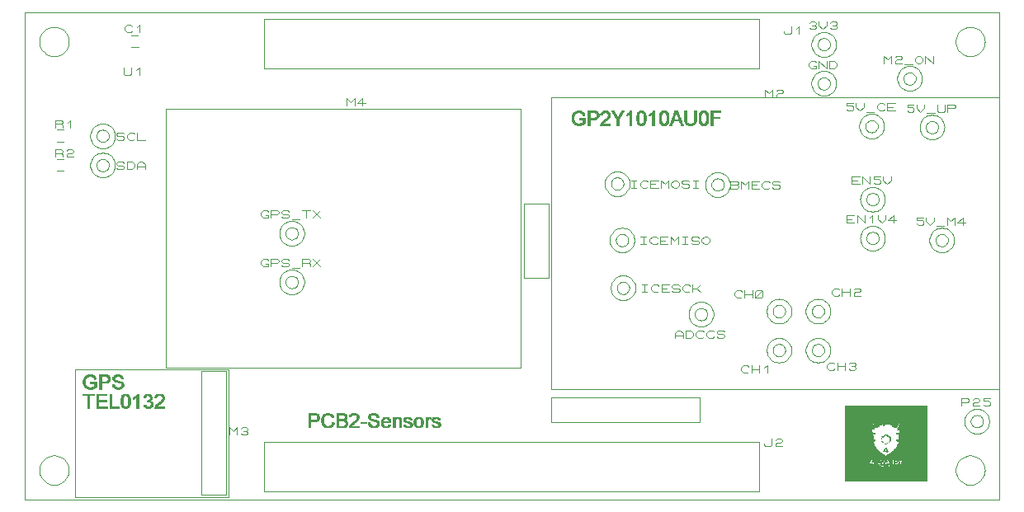
<source format=gbr>
G04 PROTEUS GERBER X2 FILE*
%TF.GenerationSoftware,Labcenter,Proteus,8.16-SP3-Build36097*%
%TF.CreationDate,2025-11-07T09:34:26+00:00*%
%TF.FileFunction,Legend,Top*%
%TF.FilePolarity,Positive*%
%TF.Part,Single*%
%TF.SameCoordinates,{86f2edb6-a998-41b4-a695-59585592bfa3}*%
%FSLAX45Y45*%
%MOMM*%
G01*
%TA.AperFunction,Profile*%
%ADD20C,0.101600*%
%TA.AperFunction,NonMaterial*%
%ADD28C,0.063500*%
%ADD29C,0.101600*%
%TA.AperFunction,Material*%
%ADD72C,0.101600*%
%ADD73C,0.063500*%
%TD.AperFunction*%
D20*
X-5528000Y-2391260D02*
X+4472000Y-2391260D01*
X+4472000Y+2608740D01*
X-5528000Y+2608740D01*
X-5528000Y-2391260D01*
X+4322000Y+2308740D02*
X+4321498Y+2320998D01*
X+4317422Y+2345515D01*
X+4308906Y+2370032D01*
X+4295032Y+2394549D01*
X+4273806Y+2418901D01*
X+4249289Y+2437295D01*
X+4224772Y+2449151D01*
X+4200255Y+2456055D01*
X+4175738Y+2458693D01*
X+4172000Y+2458740D01*
X+4022000Y+2308740D02*
X+4022502Y+2320998D01*
X+4026578Y+2345515D01*
X+4035094Y+2370032D01*
X+4048968Y+2394549D01*
X+4070194Y+2418901D01*
X+4094711Y+2437295D01*
X+4119228Y+2449151D01*
X+4143745Y+2456055D01*
X+4168262Y+2458693D01*
X+4172000Y+2458740D01*
X+4022000Y+2308740D02*
X+4022502Y+2296482D01*
X+4026578Y+2271965D01*
X+4035094Y+2247448D01*
X+4048968Y+2222931D01*
X+4070194Y+2198579D01*
X+4094711Y+2180185D01*
X+4119228Y+2168329D01*
X+4143745Y+2161425D01*
X+4168262Y+2158787D01*
X+4172000Y+2158740D01*
X+4322000Y+2308740D02*
X+4321498Y+2296482D01*
X+4317422Y+2271965D01*
X+4308906Y+2247448D01*
X+4295032Y+2222931D01*
X+4273806Y+2198579D01*
X+4249289Y+2180185D01*
X+4224772Y+2168329D01*
X+4200255Y+2161425D01*
X+4175738Y+2158787D01*
X+4172000Y+2158740D01*
X+4322000Y-2091260D02*
X+4321498Y-2079002D01*
X+4317422Y-2054485D01*
X+4308906Y-2029968D01*
X+4295032Y-2005451D01*
X+4273806Y-1981099D01*
X+4249289Y-1962705D01*
X+4224772Y-1950849D01*
X+4200255Y-1943945D01*
X+4175738Y-1941307D01*
X+4172000Y-1941260D01*
X+4022000Y-2091260D02*
X+4022502Y-2079002D01*
X+4026578Y-2054485D01*
X+4035094Y-2029968D01*
X+4048968Y-2005451D01*
X+4070194Y-1981099D01*
X+4094711Y-1962705D01*
X+4119228Y-1950849D01*
X+4143745Y-1943945D01*
X+4168262Y-1941307D01*
X+4172000Y-1941260D01*
X+4022000Y-2091260D02*
X+4022502Y-2103518D01*
X+4026578Y-2128035D01*
X+4035094Y-2152552D01*
X+4048968Y-2177069D01*
X+4070194Y-2201421D01*
X+4094711Y-2219815D01*
X+4119228Y-2231671D01*
X+4143745Y-2238575D01*
X+4168262Y-2241213D01*
X+4172000Y-2241260D01*
X+4322000Y-2091260D02*
X+4321498Y-2103518D01*
X+4317422Y-2128035D01*
X+4308906Y-2152552D01*
X+4295032Y-2177069D01*
X+4273806Y-2201421D01*
X+4249289Y-2219815D01*
X+4224772Y-2231671D01*
X+4200255Y-2238575D01*
X+4175738Y-2241213D01*
X+4172000Y-2241260D01*
X-5078000Y-2091260D02*
X-5078502Y-2079002D01*
X-5082578Y-2054485D01*
X-5091094Y-2029968D01*
X-5104968Y-2005451D01*
X-5126194Y-1981099D01*
X-5150711Y-1962705D01*
X-5175228Y-1950849D01*
X-5199745Y-1943945D01*
X-5224262Y-1941307D01*
X-5228000Y-1941260D01*
X-5378000Y-2091260D02*
X-5377498Y-2079002D01*
X-5373422Y-2054485D01*
X-5364906Y-2029968D01*
X-5351032Y-2005451D01*
X-5329806Y-1981099D01*
X-5305289Y-1962705D01*
X-5280772Y-1950849D01*
X-5256255Y-1943945D01*
X-5231738Y-1941307D01*
X-5228000Y-1941260D01*
X-5378000Y-2091260D02*
X-5377498Y-2103518D01*
X-5373422Y-2128035D01*
X-5364906Y-2152552D01*
X-5351032Y-2177069D01*
X-5329806Y-2201421D01*
X-5305289Y-2219815D01*
X-5280772Y-2231671D01*
X-5256255Y-2238575D01*
X-5231738Y-2241213D01*
X-5228000Y-2241260D01*
X-5078000Y-2091260D02*
X-5078502Y-2103518D01*
X-5082578Y-2128035D01*
X-5091094Y-2152552D01*
X-5104968Y-2177069D01*
X-5126194Y-2201421D01*
X-5150711Y-2219815D01*
X-5175228Y-2231671D01*
X-5199745Y-2238575D01*
X-5224262Y-2241213D01*
X-5228000Y-2241260D01*
X-5078000Y+2308740D02*
X-5078502Y+2320998D01*
X-5082578Y+2345515D01*
X-5091094Y+2370032D01*
X-5104968Y+2394549D01*
X-5126194Y+2418901D01*
X-5150711Y+2437295D01*
X-5175228Y+2449151D01*
X-5199745Y+2456055D01*
X-5224262Y+2458693D01*
X-5228000Y+2458740D01*
X-5378000Y+2308740D02*
X-5377498Y+2320998D01*
X-5373422Y+2345515D01*
X-5364906Y+2370032D01*
X-5351032Y+2394549D01*
X-5329806Y+2418901D01*
X-5305289Y+2437295D01*
X-5280772Y+2449151D01*
X-5256255Y+2456055D01*
X-5231738Y+2458693D01*
X-5228000Y+2458740D01*
X-5378000Y+2308740D02*
X-5377498Y+2296482D01*
X-5373422Y+2271965D01*
X-5364906Y+2247448D01*
X-5351032Y+2222931D01*
X-5329806Y+2198579D01*
X-5305289Y+2180185D01*
X-5280772Y+2168329D01*
X-5256255Y+2161425D01*
X-5231738Y+2158787D01*
X-5228000Y+2158740D01*
X-5078000Y+2308740D02*
X-5078502Y+2296482D01*
X-5082578Y+2271965D01*
X-5091094Y+2247448D01*
X-5104968Y+2222931D01*
X-5126194Y+2198579D01*
X-5150711Y+2180185D01*
X-5175228Y+2168329D01*
X-5199745Y+2161425D01*
X-5224262Y+2158787D01*
X-5228000Y+2158740D01*
D28*
X-2620260Y-1652730D02*
X-2599940Y-1652730D01*
X-2442460Y-1652730D02*
X-2396740Y-1652730D01*
X-2330700Y-1652730D02*
X-2249420Y-1652730D01*
X-2203700Y-1652730D02*
X-2102100Y-1652730D01*
X-1970020Y-1652730D02*
X-1929380Y-1652730D01*
X-1843020Y-1652730D02*
X-1807460Y-1652730D01*
X-1751580Y-1652730D02*
X-1731260Y-1652730D01*
X-1685540Y-1652730D02*
X-1665220Y-1652730D01*
X-1619500Y-1652730D02*
X-1578860Y-1652730D01*
X-1507740Y-1652730D02*
X-1472180Y-1652730D01*
X-1416300Y-1652730D02*
X-1395980Y-1652730D01*
X-1329940Y-1652730D02*
X-1289300Y-1652730D01*
X-2620260Y-1647650D02*
X-2599940Y-1647650D01*
X-2452620Y-1647650D02*
X-2386580Y-1647650D01*
X-2330700Y-1647650D02*
X-2239260Y-1647650D01*
X-2203700Y-1647650D02*
X-2102100Y-1647650D01*
X-1985260Y-1647650D02*
X-1914140Y-1647650D01*
X-1853180Y-1647650D02*
X-1797300Y-1647650D01*
X-1751580Y-1647650D02*
X-1731260Y-1647650D01*
X-1685540Y-1647650D02*
X-1665220Y-1647650D01*
X-1629660Y-1647650D02*
X-1568700Y-1647650D01*
X-1517900Y-1647650D02*
X-1462020Y-1647650D01*
X-1416300Y-1647650D02*
X-1395980Y-1647650D01*
X-1340100Y-1647650D02*
X-1279140Y-1647650D01*
X-2620260Y-1642570D02*
X-2599940Y-1642570D01*
X-2462780Y-1642570D02*
X-2376420Y-1642570D01*
X-2330700Y-1642570D02*
X-2229100Y-1642570D01*
X-2203700Y-1642570D02*
X-2102100Y-1642570D01*
X-1990340Y-1642570D02*
X-1909060Y-1642570D01*
X-1858260Y-1642570D02*
X-1792220Y-1642570D01*
X-1751580Y-1642570D02*
X-1731260Y-1642570D01*
X-1685540Y-1642570D02*
X-1665220Y-1642570D01*
X-1634740Y-1642570D02*
X-1563620Y-1642570D01*
X-1522980Y-1642570D02*
X-1456940Y-1642570D01*
X-1416300Y-1642570D02*
X-1395980Y-1642570D01*
X-1345180Y-1642570D02*
X-1274060Y-1642570D01*
X-2620260Y-1637490D02*
X-2599940Y-1637490D01*
X-2467860Y-1637490D02*
X-2371340Y-1637490D01*
X-2330700Y-1637490D02*
X-2229100Y-1637490D01*
X-2198620Y-1637490D02*
X-2102100Y-1637490D01*
X-1995420Y-1637490D02*
X-1903980Y-1637490D01*
X-1863340Y-1637490D02*
X-1832860Y-1637490D01*
X-1812540Y-1637490D02*
X-1787140Y-1637490D01*
X-1751580Y-1637490D02*
X-1731260Y-1637490D01*
X-1685540Y-1637490D02*
X-1665220Y-1637490D01*
X-1639820Y-1637490D02*
X-1609340Y-1637490D01*
X-1583940Y-1637490D02*
X-1558540Y-1637490D01*
X-1528060Y-1637490D02*
X-1502660Y-1637490D01*
X-1477260Y-1637490D02*
X-1451860Y-1637490D01*
X-1416300Y-1637490D02*
X-1395980Y-1637490D01*
X-1350260Y-1637490D02*
X-1319780Y-1637490D01*
X-1294380Y-1637490D02*
X-1268980Y-1637490D01*
X-2620260Y-1632410D02*
X-2599940Y-1632410D01*
X-2472940Y-1632410D02*
X-2437380Y-1632410D01*
X-2401820Y-1632410D02*
X-2371340Y-1632410D01*
X-2330700Y-1632410D02*
X-2310380Y-1632410D01*
X-2254500Y-1632410D02*
X-2224020Y-1632410D01*
X-2198620Y-1632410D02*
X-2178300Y-1632410D01*
X-2000500Y-1632410D02*
X-1964940Y-1632410D01*
X-1934460Y-1632410D02*
X-1898900Y-1632410D01*
X-1868420Y-1632410D02*
X-1843020Y-1632410D01*
X-1802380Y-1632410D02*
X-1782060Y-1632410D01*
X-1751580Y-1632410D02*
X-1731260Y-1632410D01*
X-1685540Y-1632410D02*
X-1665220Y-1632410D01*
X-1639820Y-1632410D02*
X-1619500Y-1632410D01*
X-1578860Y-1632410D02*
X-1553460Y-1632410D01*
X-1533140Y-1632410D02*
X-1507740Y-1632410D01*
X-1472180Y-1632410D02*
X-1446780Y-1632410D01*
X-1416300Y-1632410D02*
X-1395980Y-1632410D01*
X-1350260Y-1632410D02*
X-1329940Y-1632410D01*
X-1289300Y-1632410D02*
X-1263900Y-1632410D01*
X-2620260Y-1627330D02*
X-2599940Y-1627330D01*
X-2472940Y-1627330D02*
X-2447540Y-1627330D01*
X-2391660Y-1627330D02*
X-2366260Y-1627330D01*
X-2330700Y-1627330D02*
X-2310380Y-1627330D01*
X-2244340Y-1627330D02*
X-2224020Y-1627330D01*
X-2193540Y-1627330D02*
X-2173220Y-1627330D01*
X-2005580Y-1627330D02*
X-1975100Y-1627330D01*
X-1924300Y-1627330D02*
X-1898900Y-1627330D01*
X-1868420Y-1627330D02*
X-1848100Y-1627330D01*
X-1802380Y-1627330D02*
X-1782060Y-1627330D01*
X-1751580Y-1627330D02*
X-1731260Y-1627330D01*
X-1685540Y-1627330D02*
X-1665220Y-1627330D01*
X-1644900Y-1627330D02*
X-1624580Y-1627330D01*
X-1573780Y-1627330D02*
X-1553460Y-1627330D01*
X-1533140Y-1627330D02*
X-1512820Y-1627330D01*
X-1467100Y-1627330D02*
X-1446780Y-1627330D01*
X-1416300Y-1627330D02*
X-1395980Y-1627330D01*
X-1355340Y-1627330D02*
X-1335020Y-1627330D01*
X-1284220Y-1627330D02*
X-1263900Y-1627330D01*
X-2620260Y-1622250D02*
X-2599940Y-1622250D01*
X-2478020Y-1622250D02*
X-2452620Y-1622250D01*
X-2386580Y-1622250D02*
X-2361180Y-1622250D01*
X-2330700Y-1622250D02*
X-2310380Y-1622250D01*
X-2244340Y-1622250D02*
X-2218940Y-1622250D01*
X-2193540Y-1622250D02*
X-2163060Y-1622250D01*
X-2005580Y-1622250D02*
X-1980180Y-1622250D01*
X-1919220Y-1622250D02*
X-1893820Y-1622250D01*
X-1868420Y-1622250D02*
X-1848100Y-1622250D01*
X-1797300Y-1622250D02*
X-1776980Y-1622250D01*
X-1751580Y-1622250D02*
X-1731260Y-1622250D01*
X-1685540Y-1622250D02*
X-1665220Y-1622250D01*
X-1644900Y-1622250D02*
X-1624580Y-1622250D01*
X-1573780Y-1622250D02*
X-1553460Y-1622250D01*
X-1533140Y-1622250D02*
X-1512820Y-1622250D01*
X-1467100Y-1622250D02*
X-1446780Y-1622250D01*
X-1416300Y-1622250D02*
X-1395980Y-1622250D01*
X-1355340Y-1622250D02*
X-1335020Y-1622250D01*
X-1284220Y-1622250D02*
X-1263900Y-1622250D01*
X-2620260Y-1617170D02*
X-2599940Y-1617170D01*
X-2478020Y-1617170D02*
X-2457700Y-1617170D01*
X-2381500Y-1617170D02*
X-2361180Y-1617170D01*
X-2330700Y-1617170D02*
X-2310380Y-1617170D01*
X-2239260Y-1617170D02*
X-2218940Y-1617170D01*
X-2188460Y-1617170D02*
X-2157980Y-1617170D01*
X-2005580Y-1617170D02*
X-1985260Y-1617170D01*
X-1914140Y-1617170D02*
X-1893820Y-1617170D01*
X-1873500Y-1617170D02*
X-1853180Y-1617170D01*
X-1751580Y-1617170D02*
X-1731260Y-1617170D01*
X-1685540Y-1617170D02*
X-1665220Y-1617170D01*
X-1573780Y-1617170D02*
X-1553460Y-1617170D01*
X-1538220Y-1617170D02*
X-1517900Y-1617170D01*
X-1462020Y-1617170D02*
X-1441700Y-1617170D01*
X-1416300Y-1617170D02*
X-1395980Y-1617170D01*
X-1284220Y-1617170D02*
X-1263900Y-1617170D01*
X-2620260Y-1612090D02*
X-2599940Y-1612090D01*
X-2483100Y-1612090D02*
X-2462780Y-1612090D01*
X-2381500Y-1612090D02*
X-2356100Y-1612090D01*
X-2330700Y-1612090D02*
X-2310380Y-1612090D01*
X-2239260Y-1612090D02*
X-2218940Y-1612090D01*
X-2183380Y-1612090D02*
X-2152900Y-1612090D01*
X-2010660Y-1612090D02*
X-1985260Y-1612090D01*
X-1914140Y-1612090D02*
X-1893820Y-1612090D01*
X-1873500Y-1612090D02*
X-1853180Y-1612090D01*
X-1751580Y-1612090D02*
X-1731260Y-1612090D01*
X-1685540Y-1612090D02*
X-1665220Y-1612090D01*
X-1583940Y-1612090D02*
X-1553460Y-1612090D01*
X-1538220Y-1612090D02*
X-1517900Y-1612090D01*
X-1462020Y-1612090D02*
X-1441700Y-1612090D01*
X-1416300Y-1612090D02*
X-1395980Y-1612090D01*
X-1294380Y-1612090D02*
X-1263900Y-1612090D01*
X-2620260Y-1607010D02*
X-2599940Y-1607010D01*
X-2483100Y-1607010D02*
X-2462780Y-1607010D01*
X-2376420Y-1607010D02*
X-2356100Y-1607010D01*
X-2330700Y-1607010D02*
X-2310380Y-1607010D01*
X-2239260Y-1607010D02*
X-2218940Y-1607010D01*
X-2173220Y-1607010D02*
X-2147820Y-1607010D01*
X-2086860Y-1607010D02*
X-2025900Y-1607010D01*
X-2010660Y-1607010D02*
X-1990340Y-1607010D01*
X-1914140Y-1607010D02*
X-1893820Y-1607010D01*
X-1873500Y-1607010D02*
X-1853180Y-1607010D01*
X-1751580Y-1607010D02*
X-1731260Y-1607010D01*
X-1685540Y-1607010D02*
X-1665220Y-1607010D01*
X-1604260Y-1607010D02*
X-1558540Y-1607010D01*
X-1538220Y-1607010D02*
X-1517900Y-1607010D01*
X-1462020Y-1607010D02*
X-1441700Y-1607010D01*
X-1416300Y-1607010D02*
X-1395980Y-1607010D01*
X-1314700Y-1607010D02*
X-1268980Y-1607010D01*
X-2620260Y-1601930D02*
X-2599940Y-1601930D01*
X-2483100Y-1601930D02*
X-2462780Y-1601930D01*
X-2376420Y-1601930D02*
X-2366260Y-1601930D01*
X-2330700Y-1601930D02*
X-2310380Y-1601930D01*
X-2239260Y-1601930D02*
X-2218940Y-1601930D01*
X-2168140Y-1601930D02*
X-2137660Y-1601930D01*
X-2086860Y-1601930D02*
X-2025900Y-1601930D01*
X-2010660Y-1601930D02*
X-1990340Y-1601930D01*
X-1914140Y-1601930D02*
X-1893820Y-1601930D01*
X-1873500Y-1601930D02*
X-1776980Y-1601930D01*
X-1751580Y-1601930D02*
X-1731260Y-1601930D01*
X-1685540Y-1601930D02*
X-1665220Y-1601930D01*
X-1619500Y-1601930D02*
X-1563620Y-1601930D01*
X-1538220Y-1601930D02*
X-1517900Y-1601930D01*
X-1462020Y-1601930D02*
X-1441700Y-1601930D01*
X-1416300Y-1601930D02*
X-1395980Y-1601930D01*
X-1329940Y-1601930D02*
X-1274060Y-1601930D01*
X-2620260Y-1596850D02*
X-2599940Y-1596850D01*
X-2488180Y-1596850D02*
X-2467860Y-1596850D01*
X-2330700Y-1596850D02*
X-2310380Y-1596850D01*
X-2244340Y-1596850D02*
X-2218940Y-1596850D01*
X-2163060Y-1596850D02*
X-2132580Y-1596850D01*
X-2086860Y-1596850D02*
X-2025900Y-1596850D01*
X-1919220Y-1596850D02*
X-1898900Y-1596850D01*
X-1873500Y-1596850D02*
X-1776980Y-1596850D01*
X-1751580Y-1596850D02*
X-1731260Y-1596850D01*
X-1685540Y-1596850D02*
X-1665220Y-1596850D01*
X-1629660Y-1596850D02*
X-1568700Y-1596850D01*
X-1538220Y-1596850D02*
X-1517900Y-1596850D01*
X-1462020Y-1596850D02*
X-1441700Y-1596850D01*
X-1416300Y-1596850D02*
X-1395980Y-1596850D01*
X-1340100Y-1596850D02*
X-1279140Y-1596850D01*
X-2620260Y-1591770D02*
X-2538980Y-1591770D01*
X-2488180Y-1591770D02*
X-2467860Y-1591770D01*
X-2330700Y-1591770D02*
X-2310380Y-1591770D01*
X-2244340Y-1591770D02*
X-2224020Y-1591770D01*
X-2157980Y-1591770D02*
X-2127500Y-1591770D01*
X-1929380Y-1591770D02*
X-1898900Y-1591770D01*
X-1873500Y-1591770D02*
X-1776980Y-1591770D01*
X-1751580Y-1591770D02*
X-1731260Y-1591770D01*
X-1685540Y-1591770D02*
X-1665220Y-1591770D01*
X-1639820Y-1591770D02*
X-1583940Y-1591770D01*
X-1538220Y-1591770D02*
X-1517900Y-1591770D01*
X-1462020Y-1591770D02*
X-1441700Y-1591770D01*
X-1416300Y-1591770D02*
X-1395980Y-1591770D01*
X-1350260Y-1591770D02*
X-1294380Y-1591770D01*
X-2620260Y-1586690D02*
X-2528820Y-1586690D01*
X-2488180Y-1586690D02*
X-2467860Y-1586690D01*
X-2330700Y-1586690D02*
X-2310380Y-1586690D01*
X-2254500Y-1586690D02*
X-2229100Y-1586690D01*
X-2152900Y-1586690D02*
X-2122420Y-1586690D01*
X-1949700Y-1586690D02*
X-1903980Y-1586690D01*
X-1873500Y-1586690D02*
X-1853180Y-1586690D01*
X-1797300Y-1586690D02*
X-1776980Y-1586690D01*
X-1751580Y-1586690D02*
X-1731260Y-1586690D01*
X-1685540Y-1586690D02*
X-1665220Y-1586690D01*
X-1639820Y-1586690D02*
X-1604260Y-1586690D01*
X-1538220Y-1586690D02*
X-1517900Y-1586690D01*
X-1462020Y-1586690D02*
X-1441700Y-1586690D01*
X-1416300Y-1586690D02*
X-1395980Y-1586690D01*
X-1350260Y-1586690D02*
X-1314700Y-1586690D01*
X-2620260Y-1581610D02*
X-2518660Y-1581610D01*
X-2488180Y-1581610D02*
X-2467860Y-1581610D01*
X-2330700Y-1581610D02*
X-2229100Y-1581610D01*
X-2142740Y-1581610D02*
X-2117340Y-1581610D01*
X-1970020Y-1581610D02*
X-1909060Y-1581610D01*
X-1873500Y-1581610D02*
X-1853180Y-1581610D01*
X-1797300Y-1581610D02*
X-1776980Y-1581610D01*
X-1751580Y-1581610D02*
X-1731260Y-1581610D01*
X-1685540Y-1581610D02*
X-1665220Y-1581610D01*
X-1644900Y-1581610D02*
X-1619500Y-1581610D01*
X-1538220Y-1581610D02*
X-1517900Y-1581610D01*
X-1462020Y-1581610D02*
X-1441700Y-1581610D01*
X-1416300Y-1581610D02*
X-1395980Y-1581610D01*
X-1355340Y-1581610D02*
X-1329940Y-1581610D01*
X-2620260Y-1576530D02*
X-2518660Y-1576530D01*
X-2488180Y-1576530D02*
X-2467860Y-1576530D01*
X-2330700Y-1576530D02*
X-2239260Y-1576530D01*
X-2137660Y-1576530D02*
X-2112260Y-1576530D01*
X-1980180Y-1576530D02*
X-1919220Y-1576530D01*
X-1868420Y-1576530D02*
X-1848100Y-1576530D01*
X-1797300Y-1576530D02*
X-1782060Y-1576530D01*
X-1751580Y-1576530D02*
X-1731260Y-1576530D01*
X-1685540Y-1576530D02*
X-1665220Y-1576530D01*
X-1644900Y-1576530D02*
X-1624580Y-1576530D01*
X-1533140Y-1576530D02*
X-1512820Y-1576530D01*
X-1467100Y-1576530D02*
X-1446780Y-1576530D01*
X-1416300Y-1576530D02*
X-1395980Y-1576530D01*
X-1355340Y-1576530D02*
X-1335020Y-1576530D01*
X-2620260Y-1571450D02*
X-2599940Y-1571450D01*
X-2544060Y-1571450D02*
X-2513580Y-1571450D01*
X-2488180Y-1571450D02*
X-2467860Y-1571450D01*
X-2330700Y-1571450D02*
X-2239260Y-1571450D01*
X-2132580Y-1571450D02*
X-2112260Y-1571450D01*
X-1990340Y-1571450D02*
X-1934460Y-1571450D01*
X-1868420Y-1571450D02*
X-1848100Y-1571450D01*
X-1802380Y-1571450D02*
X-1782060Y-1571450D01*
X-1751580Y-1571450D02*
X-1726180Y-1571450D01*
X-1685540Y-1571450D02*
X-1665220Y-1571450D01*
X-1644900Y-1571450D02*
X-1624580Y-1571450D01*
X-1578860Y-1571450D02*
X-1558540Y-1571450D01*
X-1533140Y-1571450D02*
X-1512820Y-1571450D01*
X-1467100Y-1571450D02*
X-1446780Y-1571450D01*
X-1416300Y-1571450D02*
X-1390900Y-1571450D01*
X-1355340Y-1571450D02*
X-1335020Y-1571450D01*
X-1289300Y-1571450D02*
X-1268980Y-1571450D01*
X-2620260Y-1566370D02*
X-2599940Y-1566370D01*
X-2533900Y-1566370D02*
X-2513580Y-1566370D01*
X-2488180Y-1566370D02*
X-2467860Y-1566370D01*
X-2330700Y-1566370D02*
X-2234180Y-1566370D01*
X-2127500Y-1566370D02*
X-2107180Y-1566370D01*
X-1995420Y-1566370D02*
X-1954780Y-1566370D01*
X-1863340Y-1566370D02*
X-1843020Y-1566370D01*
X-1807460Y-1566370D02*
X-1782060Y-1566370D01*
X-1751580Y-1566370D02*
X-1726180Y-1566370D01*
X-1690620Y-1566370D02*
X-1665220Y-1566370D01*
X-1644900Y-1566370D02*
X-1624580Y-1566370D01*
X-1583940Y-1566370D02*
X-1558540Y-1566370D01*
X-1533140Y-1566370D02*
X-1507740Y-1566370D01*
X-1472180Y-1566370D02*
X-1446780Y-1566370D01*
X-1416300Y-1566370D02*
X-1390900Y-1566370D01*
X-1355340Y-1566370D02*
X-1335020Y-1566370D01*
X-1294380Y-1566370D02*
X-1268980Y-1566370D01*
X-2620260Y-1561290D02*
X-2599940Y-1561290D01*
X-2533900Y-1561290D02*
X-2508500Y-1561290D01*
X-2488180Y-1561290D02*
X-2467860Y-1561290D01*
X-2330700Y-1561290D02*
X-2310380Y-1561290D01*
X-2254500Y-1561290D02*
X-2229100Y-1561290D01*
X-2127500Y-1561290D02*
X-2107180Y-1561290D01*
X-2000500Y-1561290D02*
X-1970020Y-1561290D01*
X-1863340Y-1561290D02*
X-1837940Y-1561290D01*
X-1812540Y-1561290D02*
X-1787140Y-1561290D01*
X-1751580Y-1561290D02*
X-1716020Y-1561290D01*
X-1695700Y-1561290D02*
X-1670300Y-1561290D01*
X-1639820Y-1561290D02*
X-1614420Y-1561290D01*
X-1589020Y-1561290D02*
X-1563620Y-1561290D01*
X-1528060Y-1561290D02*
X-1502660Y-1561290D01*
X-1477260Y-1561290D02*
X-1451860Y-1561290D01*
X-1416300Y-1561290D02*
X-1385820Y-1561290D01*
X-1370580Y-1561290D02*
X-1365500Y-1561290D01*
X-1350260Y-1561290D02*
X-1324860Y-1561290D01*
X-1299460Y-1561290D02*
X-1274060Y-1561290D01*
X-2620260Y-1556210D02*
X-2599940Y-1556210D01*
X-2528820Y-1556210D02*
X-2508500Y-1556210D01*
X-2488180Y-1556210D02*
X-2462780Y-1556210D01*
X-2330700Y-1556210D02*
X-2310380Y-1556210D01*
X-2249420Y-1556210D02*
X-2229100Y-1556210D01*
X-2122420Y-1556210D02*
X-2102100Y-1556210D01*
X-2005580Y-1556210D02*
X-1980180Y-1556210D01*
X-1858260Y-1556210D02*
X-1792220Y-1556210D01*
X-1751580Y-1556210D02*
X-1670300Y-1556210D01*
X-1639820Y-1556210D02*
X-1563620Y-1556210D01*
X-1522980Y-1556210D02*
X-1456940Y-1556210D01*
X-1416300Y-1556210D02*
X-1365500Y-1556210D01*
X-1350260Y-1556210D02*
X-1274060Y-1556210D01*
X-2620260Y-1551130D02*
X-2599940Y-1551130D01*
X-2528820Y-1551130D02*
X-2508500Y-1551130D01*
X-2483100Y-1551130D02*
X-2462780Y-1551130D01*
X-2381500Y-1551130D02*
X-2376420Y-1551130D01*
X-2330700Y-1551130D02*
X-2310380Y-1551130D01*
X-2244340Y-1551130D02*
X-2224020Y-1551130D01*
X-2122420Y-1551130D02*
X-2102100Y-1551130D01*
X-2005580Y-1551130D02*
X-1985260Y-1551130D01*
X-1853180Y-1551130D02*
X-1797300Y-1551130D01*
X-1751580Y-1551130D02*
X-1731260Y-1551130D01*
X-1726180Y-1551130D02*
X-1675380Y-1551130D01*
X-1634740Y-1551130D02*
X-1573780Y-1551130D01*
X-1517900Y-1551130D02*
X-1462020Y-1551130D01*
X-1416300Y-1551130D02*
X-1395980Y-1551130D01*
X-1390900Y-1551130D02*
X-1360420Y-1551130D01*
X-1345180Y-1551130D02*
X-1284220Y-1551130D01*
X-2620260Y-1546050D02*
X-2599940Y-1546050D01*
X-2528820Y-1546050D02*
X-2508500Y-1546050D01*
X-2483100Y-1546050D02*
X-2462780Y-1546050D01*
X-2381500Y-1546050D02*
X-2361180Y-1546050D01*
X-2330700Y-1546050D02*
X-2310380Y-1546050D01*
X-2244340Y-1546050D02*
X-2224020Y-1546050D01*
X-2122420Y-1546050D02*
X-2102100Y-1546050D01*
X-2005580Y-1546050D02*
X-1985260Y-1546050D01*
X-1919220Y-1546050D02*
X-1898900Y-1546050D01*
X-1843020Y-1546050D02*
X-1807460Y-1546050D01*
X-1751580Y-1546050D02*
X-1731260Y-1546050D01*
X-1716020Y-1546050D02*
X-1685540Y-1546050D01*
X-1619500Y-1546050D02*
X-1583940Y-1546050D01*
X-1507740Y-1546050D02*
X-1472180Y-1546050D01*
X-1416300Y-1546050D02*
X-1395980Y-1546050D01*
X-1385820Y-1546050D02*
X-1360420Y-1546050D01*
X-1329940Y-1546050D02*
X-1294380Y-1546050D01*
X-2620260Y-1540970D02*
X-2599940Y-1540970D01*
X-2528820Y-1540970D02*
X-2508500Y-1540970D01*
X-2483100Y-1540970D02*
X-2457700Y-1540970D01*
X-2386580Y-1540970D02*
X-2361180Y-1540970D01*
X-2330700Y-1540970D02*
X-2310380Y-1540970D01*
X-2244340Y-1540970D02*
X-2224020Y-1540970D01*
X-2203700Y-1540970D02*
X-2183380Y-1540970D01*
X-2122420Y-1540970D02*
X-2102100Y-1540970D01*
X-2005580Y-1540970D02*
X-1985260Y-1540970D01*
X-1919220Y-1540970D02*
X-1898900Y-1540970D01*
X-2620260Y-1535890D02*
X-2599940Y-1535890D01*
X-2533900Y-1535890D02*
X-2508500Y-1535890D01*
X-2478020Y-1535890D02*
X-2452620Y-1535890D01*
X-2391660Y-1535890D02*
X-2366260Y-1535890D01*
X-2330700Y-1535890D02*
X-2310380Y-1535890D01*
X-2244340Y-1535890D02*
X-2224020Y-1535890D01*
X-2203700Y-1535890D02*
X-2183380Y-1535890D01*
X-2127500Y-1535890D02*
X-2102100Y-1535890D01*
X-2005580Y-1535890D02*
X-1985260Y-1535890D01*
X-1924300Y-1535890D02*
X-1898900Y-1535890D01*
X-2620260Y-1530810D02*
X-2599940Y-1530810D01*
X-2533900Y-1530810D02*
X-2513580Y-1530810D01*
X-2472940Y-1530810D02*
X-2447540Y-1530810D01*
X-2396740Y-1530810D02*
X-2366260Y-1530810D01*
X-2330700Y-1530810D02*
X-2310380Y-1530810D01*
X-2249420Y-1530810D02*
X-2224020Y-1530810D01*
X-2198620Y-1530810D02*
X-2178300Y-1530810D01*
X-2127500Y-1530810D02*
X-2102100Y-1530810D01*
X-2005580Y-1530810D02*
X-1980180Y-1530810D01*
X-1929380Y-1530810D02*
X-1903980Y-1530810D01*
X-2620260Y-1525730D02*
X-2599940Y-1525730D01*
X-2544060Y-1525730D02*
X-2513580Y-1525730D01*
X-2472940Y-1525730D02*
X-2437380Y-1525730D01*
X-2401820Y-1525730D02*
X-2371340Y-1525730D01*
X-2330700Y-1525730D02*
X-2310380Y-1525730D01*
X-2254500Y-1525730D02*
X-2229100Y-1525730D01*
X-2198620Y-1525730D02*
X-2168140Y-1525730D01*
X-2137660Y-1525730D02*
X-2107180Y-1525730D01*
X-2000500Y-1525730D02*
X-1970020Y-1525730D01*
X-1934460Y-1525730D02*
X-1903980Y-1525730D01*
X-2620260Y-1520650D02*
X-2518660Y-1520650D01*
X-2467860Y-1520650D02*
X-2376420Y-1520650D01*
X-2330700Y-1520650D02*
X-2229100Y-1520650D01*
X-2193540Y-1520650D02*
X-2112260Y-1520650D01*
X-1995420Y-1520650D02*
X-1909060Y-1520650D01*
X-2620260Y-1515570D02*
X-2518660Y-1515570D01*
X-2462780Y-1515570D02*
X-2381500Y-1515570D01*
X-2330700Y-1515570D02*
X-2234180Y-1515570D01*
X-2188460Y-1515570D02*
X-2117340Y-1515570D01*
X-1995420Y-1515570D02*
X-1914140Y-1515570D01*
X-2620260Y-1510490D02*
X-2523740Y-1510490D01*
X-2452620Y-1510490D02*
X-2386580Y-1510490D01*
X-2330700Y-1510490D02*
X-2239260Y-1510490D01*
X-2183380Y-1510490D02*
X-2122420Y-1510490D01*
X-1985260Y-1510490D02*
X-1919220Y-1510490D01*
X-2620260Y-1505410D02*
X-2538980Y-1505410D01*
X-2437380Y-1505410D02*
X-2401820Y-1505410D01*
X-2330700Y-1505410D02*
X-2254500Y-1505410D01*
X-2173220Y-1505410D02*
X-2132580Y-1505410D01*
X-1975100Y-1505410D02*
X-1934460Y-1505410D01*
D29*
X-3076900Y+2029600D02*
X+2003100Y+2029600D01*
X+2003100Y+2537600D01*
X-3076900Y+2537600D01*
X-3076900Y+2029600D01*
X-3076900Y-2313800D02*
X+2003100Y-2313800D01*
X+2003100Y-1805800D01*
X-3076900Y-1805800D01*
X-3076900Y-2313800D01*
D72*
X-4080000Y-1040000D02*
X-440000Y-1040000D01*
X-440000Y+1620000D01*
X-4080000Y+1620000D01*
X-4080000Y-1040000D01*
X-407000Y-115000D02*
X-153000Y-115000D01*
X-153000Y+647000D01*
X-407000Y+647000D01*
X-407000Y-115000D01*
X-2223180Y+1650480D02*
X-2223180Y+1726680D01*
X-2183175Y+1688580D01*
X-2143170Y+1726680D01*
X-2143170Y+1650480D01*
X-2036490Y+1675880D02*
X-2116500Y+1675880D01*
X-2063160Y+1726680D01*
X-2063160Y+1650480D01*
X-5130300Y+1281580D02*
X-5198880Y+1281580D01*
X-5130300Y+1403500D02*
X-5201420Y+1403500D01*
X-5220000Y+1424900D02*
X-5220000Y+1501100D01*
X-5153325Y+1501100D01*
X-5139990Y+1488400D01*
X-5139990Y+1475700D01*
X-5153325Y+1463000D01*
X-5220000Y+1463000D01*
X-5153325Y+1463000D02*
X-5139990Y+1450300D01*
X-5139990Y+1424900D01*
X-5086650Y+1475700D02*
X-5059980Y+1501100D01*
X-5059980Y+1424900D01*
X-5130300Y+981580D02*
X-5198880Y+981580D01*
X-5130300Y+1103500D02*
X-5201420Y+1103500D01*
X-5220000Y+1124900D02*
X-5220000Y+1201100D01*
X-5153325Y+1201100D01*
X-5139990Y+1188400D01*
X-5139990Y+1175700D01*
X-5153325Y+1163000D01*
X-5220000Y+1163000D01*
X-5153325Y+1163000D02*
X-5139990Y+1150300D01*
X-5139990Y+1124900D01*
X-5099985Y+1188400D02*
X-5086650Y+1201100D01*
X-5046645Y+1201100D01*
X-5033310Y+1188400D01*
X-5033310Y+1175700D01*
X-5046645Y+1163000D01*
X-5086650Y+1163000D01*
X-5099985Y+1150300D01*
X-5099985Y+1124900D01*
X-5033310Y+1124900D01*
X-4434700Y+2373420D02*
X-4366120Y+2373420D01*
X-4434700Y+2251500D02*
X-4363580Y+2251500D01*
X-4428350Y+2416600D02*
X-4441685Y+2403900D01*
X-4481690Y+2403900D01*
X-4508360Y+2429300D01*
X-4508360Y+2454700D01*
X-4481690Y+2480100D01*
X-4441685Y+2480100D01*
X-4428350Y+2467400D01*
X-4375010Y+2454700D02*
X-4348340Y+2480100D01*
X-4348340Y+2403900D01*
X-4516680Y+2041600D02*
X-4516680Y+1978100D01*
X-4503345Y+1965400D01*
X-4450005Y+1965400D01*
X-4436670Y+1978100D01*
X-4436670Y+2041600D01*
X-4383330Y+2016200D02*
X-4356660Y+2041600D01*
X-4356660Y+1965400D01*
X+2797000Y+2280000D02*
X+2796573Y+2290409D01*
X+2793101Y+2311228D01*
X+2785845Y+2332047D01*
X+2774017Y+2352866D01*
X+2755920Y+2373524D01*
X+2735101Y+2389045D01*
X+2714282Y+2399030D01*
X+2693463Y+2404814D01*
X+2672644Y+2406972D01*
X+2670000Y+2407000D01*
X+2543000Y+2280000D02*
X+2543427Y+2290409D01*
X+2546899Y+2311228D01*
X+2554155Y+2332047D01*
X+2565983Y+2352866D01*
X+2584080Y+2373524D01*
X+2604899Y+2389045D01*
X+2625718Y+2399030D01*
X+2646537Y+2404814D01*
X+2667356Y+2406972D01*
X+2670000Y+2407000D01*
X+2543000Y+2280000D02*
X+2543427Y+2269591D01*
X+2546899Y+2248772D01*
X+2554155Y+2227953D01*
X+2565983Y+2207134D01*
X+2584080Y+2186476D01*
X+2604899Y+2170955D01*
X+2625718Y+2160970D01*
X+2646537Y+2155186D01*
X+2667356Y+2153028D01*
X+2670000Y+2153000D01*
X+2797000Y+2280000D02*
X+2796573Y+2269591D01*
X+2793101Y+2248772D01*
X+2785845Y+2227953D01*
X+2774017Y+2207134D01*
X+2755920Y+2186476D01*
X+2735101Y+2170955D01*
X+2714282Y+2160970D01*
X+2693463Y+2155186D01*
X+2672644Y+2153028D01*
X+2670000Y+2153000D01*
X+2733500Y+2280000D02*
X+2733283Y+2285247D01*
X+2731518Y+2295742D01*
X+2727826Y+2306237D01*
X+2721798Y+2316732D01*
X+2712576Y+2327112D01*
X+2702081Y+2334800D01*
X+2691586Y+2339718D01*
X+2681091Y+2342524D01*
X+2670596Y+2343497D01*
X+2670000Y+2343500D01*
X+2606500Y+2280000D02*
X+2606717Y+2285247D01*
X+2608482Y+2295742D01*
X+2612174Y+2306237D01*
X+2618202Y+2316732D01*
X+2627424Y+2327112D01*
X+2637919Y+2334800D01*
X+2648414Y+2339718D01*
X+2658909Y+2342524D01*
X+2669404Y+2343497D01*
X+2670000Y+2343500D01*
X+2606500Y+2280000D02*
X+2606717Y+2274753D01*
X+2608482Y+2264258D01*
X+2612174Y+2253763D01*
X+2618202Y+2243268D01*
X+2627424Y+2232888D01*
X+2637919Y+2225200D01*
X+2648414Y+2220282D01*
X+2658909Y+2217476D01*
X+2669404Y+2216503D01*
X+2670000Y+2216500D01*
X+2733500Y+2280000D02*
X+2733283Y+2274753D01*
X+2731518Y+2264258D01*
X+2727826Y+2253763D01*
X+2721798Y+2243268D01*
X+2712576Y+2232888D01*
X+2702081Y+2225200D01*
X+2691586Y+2220282D01*
X+2681091Y+2217476D01*
X+2670596Y+2216503D01*
X+2670000Y+2216500D01*
X+2523315Y+2500980D02*
X+2536650Y+2513680D01*
X+2576655Y+2513680D01*
X+2589990Y+2500980D01*
X+2589990Y+2488280D01*
X+2576655Y+2475580D01*
X+2589990Y+2462880D01*
X+2589990Y+2450180D01*
X+2576655Y+2437480D01*
X+2536650Y+2437480D01*
X+2523315Y+2450180D01*
X+2549985Y+2475580D02*
X+2576655Y+2475580D01*
X+2616660Y+2513680D02*
X+2616660Y+2475580D01*
X+2656665Y+2437480D01*
X+2696670Y+2475580D01*
X+2696670Y+2513680D01*
X+2736675Y+2500980D02*
X+2750010Y+2513680D01*
X+2790015Y+2513680D01*
X+2803350Y+2500980D01*
X+2803350Y+2488280D01*
X+2790015Y+2475580D01*
X+2803350Y+2462880D01*
X+2803350Y+2450180D01*
X+2790015Y+2437480D01*
X+2750010Y+2437480D01*
X+2736675Y+2450180D01*
X+2763345Y+2475580D02*
X+2790015Y+2475580D01*
X+2797000Y+1880000D02*
X+2796573Y+1890409D01*
X+2793101Y+1911228D01*
X+2785845Y+1932047D01*
X+2774017Y+1952866D01*
X+2755920Y+1973524D01*
X+2735101Y+1989045D01*
X+2714282Y+1999030D01*
X+2693463Y+2004814D01*
X+2672644Y+2006972D01*
X+2670000Y+2007000D01*
X+2543000Y+1880000D02*
X+2543427Y+1890409D01*
X+2546899Y+1911228D01*
X+2554155Y+1932047D01*
X+2565983Y+1952866D01*
X+2584080Y+1973524D01*
X+2604899Y+1989045D01*
X+2625718Y+1999030D01*
X+2646537Y+2004814D01*
X+2667356Y+2006972D01*
X+2670000Y+2007000D01*
X+2543000Y+1880000D02*
X+2543427Y+1869591D01*
X+2546899Y+1848772D01*
X+2554155Y+1827953D01*
X+2565983Y+1807134D01*
X+2584080Y+1786476D01*
X+2604899Y+1770955D01*
X+2625718Y+1760970D01*
X+2646537Y+1755186D01*
X+2667356Y+1753028D01*
X+2670000Y+1753000D01*
X+2797000Y+1880000D02*
X+2796573Y+1869591D01*
X+2793101Y+1848772D01*
X+2785845Y+1827953D01*
X+2774017Y+1807134D01*
X+2755920Y+1786476D01*
X+2735101Y+1770955D01*
X+2714282Y+1760970D01*
X+2693463Y+1755186D01*
X+2672644Y+1753028D01*
X+2670000Y+1753000D01*
X+2733500Y+1880000D02*
X+2733283Y+1885247D01*
X+2731518Y+1895742D01*
X+2727826Y+1906237D01*
X+2721798Y+1916732D01*
X+2712576Y+1927112D01*
X+2702081Y+1934800D01*
X+2691586Y+1939718D01*
X+2681091Y+1942524D01*
X+2670596Y+1943497D01*
X+2670000Y+1943500D01*
X+2606500Y+1880000D02*
X+2606717Y+1885247D01*
X+2608482Y+1895742D01*
X+2612174Y+1906237D01*
X+2618202Y+1916732D01*
X+2627424Y+1927112D01*
X+2637919Y+1934800D01*
X+2648414Y+1939718D01*
X+2658909Y+1942524D01*
X+2669404Y+1943497D01*
X+2670000Y+1943500D01*
X+2606500Y+1880000D02*
X+2606717Y+1874753D01*
X+2608482Y+1864258D01*
X+2612174Y+1853763D01*
X+2618202Y+1843268D01*
X+2627424Y+1832888D01*
X+2637919Y+1825200D01*
X+2648414Y+1820282D01*
X+2658909Y+1817476D01*
X+2669404Y+1816503D01*
X+2670000Y+1816500D01*
X+2733500Y+1880000D02*
X+2733283Y+1874753D01*
X+2731518Y+1864258D01*
X+2727826Y+1853763D01*
X+2721798Y+1843268D01*
X+2712576Y+1832888D01*
X+2702081Y+1825200D01*
X+2691586Y+1820282D01*
X+2681091Y+1817476D01*
X+2670596Y+1816503D01*
X+2670000Y+1816500D01*
X+2563320Y+2062880D02*
X+2589990Y+2062880D01*
X+2589990Y+2037480D01*
X+2536650Y+2037480D01*
X+2509980Y+2062880D01*
X+2509980Y+2088280D01*
X+2536650Y+2113680D01*
X+2576655Y+2113680D01*
X+2589990Y+2100980D01*
X+2616660Y+2037480D02*
X+2616660Y+2113680D01*
X+2696670Y+2037480D01*
X+2696670Y+2113680D01*
X+2723340Y+2037480D02*
X+2723340Y+2113680D01*
X+2776680Y+2113680D01*
X+2803350Y+2088280D01*
X+2803350Y+2062880D01*
X+2776680Y+2037480D01*
X+2723340Y+2037480D01*
X+3677000Y+1930000D02*
X+3676573Y+1940409D01*
X+3673101Y+1961228D01*
X+3665845Y+1982047D01*
X+3654017Y+2002866D01*
X+3635920Y+2023524D01*
X+3615101Y+2039045D01*
X+3594282Y+2049030D01*
X+3573463Y+2054814D01*
X+3552644Y+2056972D01*
X+3550000Y+2057000D01*
X+3423000Y+1930000D02*
X+3423427Y+1940409D01*
X+3426899Y+1961228D01*
X+3434155Y+1982047D01*
X+3445983Y+2002866D01*
X+3464080Y+2023524D01*
X+3484899Y+2039045D01*
X+3505718Y+2049030D01*
X+3526537Y+2054814D01*
X+3547356Y+2056972D01*
X+3550000Y+2057000D01*
X+3423000Y+1930000D02*
X+3423427Y+1919591D01*
X+3426899Y+1898772D01*
X+3434155Y+1877953D01*
X+3445983Y+1857134D01*
X+3464080Y+1836476D01*
X+3484899Y+1820955D01*
X+3505718Y+1810970D01*
X+3526537Y+1805186D01*
X+3547356Y+1803028D01*
X+3550000Y+1803000D01*
X+3677000Y+1930000D02*
X+3676573Y+1919591D01*
X+3673101Y+1898772D01*
X+3665845Y+1877953D01*
X+3654017Y+1857134D01*
X+3635920Y+1836476D01*
X+3615101Y+1820955D01*
X+3594282Y+1810970D01*
X+3573463Y+1805186D01*
X+3552644Y+1803028D01*
X+3550000Y+1803000D01*
X+3613500Y+1930000D02*
X+3613283Y+1935247D01*
X+3611518Y+1945742D01*
X+3607826Y+1956237D01*
X+3601798Y+1966732D01*
X+3592576Y+1977112D01*
X+3582081Y+1984800D01*
X+3571586Y+1989718D01*
X+3561091Y+1992524D01*
X+3550596Y+1993497D01*
X+3550000Y+1993500D01*
X+3486500Y+1930000D02*
X+3486717Y+1935247D01*
X+3488482Y+1945742D01*
X+3492174Y+1956237D01*
X+3498202Y+1966732D01*
X+3507424Y+1977112D01*
X+3517919Y+1984800D01*
X+3528414Y+1989718D01*
X+3538909Y+1992524D01*
X+3549404Y+1993497D01*
X+3550000Y+1993500D01*
X+3486500Y+1930000D02*
X+3486717Y+1924753D01*
X+3488482Y+1914258D01*
X+3492174Y+1903763D01*
X+3498202Y+1893268D01*
X+3507424Y+1882888D01*
X+3517919Y+1875200D01*
X+3528414Y+1870282D01*
X+3538909Y+1867476D01*
X+3549404Y+1866503D01*
X+3550000Y+1866500D01*
X+3613500Y+1930000D02*
X+3613283Y+1924753D01*
X+3611518Y+1914258D01*
X+3607826Y+1903763D01*
X+3601798Y+1893268D01*
X+3592576Y+1882888D01*
X+3582081Y+1875200D01*
X+3571586Y+1870282D01*
X+3561091Y+1867476D01*
X+3550596Y+1866503D01*
X+3550000Y+1866500D01*
X+3283300Y+2087480D02*
X+3283300Y+2163680D01*
X+3323305Y+2125580D01*
X+3363310Y+2163680D01*
X+3363310Y+2087480D01*
X+3403315Y+2150980D02*
X+3416650Y+2163680D01*
X+3456655Y+2163680D01*
X+3469990Y+2150980D01*
X+3469990Y+2138280D01*
X+3456655Y+2125580D01*
X+3416650Y+2125580D01*
X+3403315Y+2112880D01*
X+3403315Y+2087480D01*
X+3469990Y+2087480D01*
X+3496660Y+2074780D02*
X+3576670Y+2074780D01*
X+3603340Y+2138280D02*
X+3630010Y+2163680D01*
X+3656680Y+2163680D01*
X+3683350Y+2138280D01*
X+3683350Y+2112880D01*
X+3656680Y+2087480D01*
X+3630010Y+2087480D01*
X+3603340Y+2112880D01*
X+3603340Y+2138280D01*
X+3710020Y+2087480D02*
X+3710020Y+2163680D01*
X+3790030Y+2087480D01*
X+3790030Y+2163680D01*
X+3287000Y+1440000D02*
X+3286573Y+1450409D01*
X+3283101Y+1471228D01*
X+3275845Y+1492047D01*
X+3264017Y+1512866D01*
X+3245920Y+1533524D01*
X+3225101Y+1549045D01*
X+3204282Y+1559030D01*
X+3183463Y+1564814D01*
X+3162644Y+1566972D01*
X+3160000Y+1567000D01*
X+3033000Y+1440000D02*
X+3033427Y+1450409D01*
X+3036899Y+1471228D01*
X+3044155Y+1492047D01*
X+3055983Y+1512866D01*
X+3074080Y+1533524D01*
X+3094899Y+1549045D01*
X+3115718Y+1559030D01*
X+3136537Y+1564814D01*
X+3157356Y+1566972D01*
X+3160000Y+1567000D01*
X+3033000Y+1440000D02*
X+3033427Y+1429591D01*
X+3036899Y+1408772D01*
X+3044155Y+1387953D01*
X+3055983Y+1367134D01*
X+3074080Y+1346476D01*
X+3094899Y+1330955D01*
X+3115718Y+1320970D01*
X+3136537Y+1315186D01*
X+3157356Y+1313028D01*
X+3160000Y+1313000D01*
X+3287000Y+1440000D02*
X+3286573Y+1429591D01*
X+3283101Y+1408772D01*
X+3275845Y+1387953D01*
X+3264017Y+1367134D01*
X+3245920Y+1346476D01*
X+3225101Y+1330955D01*
X+3204282Y+1320970D01*
X+3183463Y+1315186D01*
X+3162644Y+1313028D01*
X+3160000Y+1313000D01*
X+3223500Y+1440000D02*
X+3223283Y+1445247D01*
X+3221518Y+1455742D01*
X+3217826Y+1466237D01*
X+3211798Y+1476732D01*
X+3202576Y+1487112D01*
X+3192081Y+1494800D01*
X+3181586Y+1499718D01*
X+3171091Y+1502524D01*
X+3160596Y+1503497D01*
X+3160000Y+1503500D01*
X+3096500Y+1440000D02*
X+3096717Y+1445247D01*
X+3098482Y+1455742D01*
X+3102174Y+1466237D01*
X+3108202Y+1476732D01*
X+3117424Y+1487112D01*
X+3127919Y+1494800D01*
X+3138414Y+1499718D01*
X+3148909Y+1502524D01*
X+3159404Y+1503497D01*
X+3160000Y+1503500D01*
X+3096500Y+1440000D02*
X+3096717Y+1434753D01*
X+3098482Y+1424258D01*
X+3102174Y+1413763D01*
X+3108202Y+1403268D01*
X+3117424Y+1392888D01*
X+3127919Y+1385200D01*
X+3138414Y+1380282D01*
X+3148909Y+1377476D01*
X+3159404Y+1376503D01*
X+3160000Y+1376500D01*
X+3223500Y+1440000D02*
X+3223283Y+1434753D01*
X+3221518Y+1424258D01*
X+3217826Y+1413763D01*
X+3211798Y+1403268D01*
X+3202576Y+1392888D01*
X+3192081Y+1385200D01*
X+3181586Y+1380282D01*
X+3171091Y+1377476D01*
X+3160596Y+1376503D01*
X+3160000Y+1376500D01*
X+2973310Y+1673680D02*
X+2906635Y+1673680D01*
X+2906635Y+1648280D01*
X+2959975Y+1648280D01*
X+2973310Y+1635580D01*
X+2973310Y+1610180D01*
X+2959975Y+1597480D01*
X+2919970Y+1597480D01*
X+2906635Y+1610180D01*
X+2999980Y+1673680D02*
X+2999980Y+1635580D01*
X+3039985Y+1597480D01*
X+3079990Y+1635580D01*
X+3079990Y+1673680D01*
X+3106660Y+1584780D02*
X+3186670Y+1584780D01*
X+3293350Y+1610180D02*
X+3280015Y+1597480D01*
X+3240010Y+1597480D01*
X+3213340Y+1622880D01*
X+3213340Y+1648280D01*
X+3240010Y+1673680D01*
X+3280015Y+1673680D01*
X+3293350Y+1660980D01*
X+3400030Y+1597480D02*
X+3320020Y+1597480D01*
X+3320020Y+1673680D01*
X+3400030Y+1673680D01*
X+3320020Y+1635580D02*
X+3373360Y+1635580D01*
X+3907000Y+1430000D02*
X+3906573Y+1440409D01*
X+3903101Y+1461228D01*
X+3895845Y+1482047D01*
X+3884017Y+1502866D01*
X+3865920Y+1523524D01*
X+3845101Y+1539045D01*
X+3824282Y+1549030D01*
X+3803463Y+1554814D01*
X+3782644Y+1556972D01*
X+3780000Y+1557000D01*
X+3653000Y+1430000D02*
X+3653427Y+1440409D01*
X+3656899Y+1461228D01*
X+3664155Y+1482047D01*
X+3675983Y+1502866D01*
X+3694080Y+1523524D01*
X+3714899Y+1539045D01*
X+3735718Y+1549030D01*
X+3756537Y+1554814D01*
X+3777356Y+1556972D01*
X+3780000Y+1557000D01*
X+3653000Y+1430000D02*
X+3653427Y+1419591D01*
X+3656899Y+1398772D01*
X+3664155Y+1377953D01*
X+3675983Y+1357134D01*
X+3694080Y+1336476D01*
X+3714899Y+1320955D01*
X+3735718Y+1310970D01*
X+3756537Y+1305186D01*
X+3777356Y+1303028D01*
X+3780000Y+1303000D01*
X+3907000Y+1430000D02*
X+3906573Y+1419591D01*
X+3903101Y+1398772D01*
X+3895845Y+1377953D01*
X+3884017Y+1357134D01*
X+3865920Y+1336476D01*
X+3845101Y+1320955D01*
X+3824282Y+1310970D01*
X+3803463Y+1305186D01*
X+3782644Y+1303028D01*
X+3780000Y+1303000D01*
X+3843500Y+1430000D02*
X+3843283Y+1435247D01*
X+3841518Y+1445742D01*
X+3837826Y+1456237D01*
X+3831798Y+1466732D01*
X+3822576Y+1477112D01*
X+3812081Y+1484800D01*
X+3801586Y+1489718D01*
X+3791091Y+1492524D01*
X+3780596Y+1493497D01*
X+3780000Y+1493500D01*
X+3716500Y+1430000D02*
X+3716717Y+1435247D01*
X+3718482Y+1445742D01*
X+3722174Y+1456237D01*
X+3728202Y+1466732D01*
X+3737424Y+1477112D01*
X+3747919Y+1484800D01*
X+3758414Y+1489718D01*
X+3768909Y+1492524D01*
X+3779404Y+1493497D01*
X+3780000Y+1493500D01*
X+3716500Y+1430000D02*
X+3716717Y+1424753D01*
X+3718482Y+1414258D01*
X+3722174Y+1403763D01*
X+3728202Y+1393268D01*
X+3737424Y+1382888D01*
X+3747919Y+1375200D01*
X+3758414Y+1370282D01*
X+3768909Y+1367476D01*
X+3779404Y+1366503D01*
X+3780000Y+1366500D01*
X+3843500Y+1430000D02*
X+3843283Y+1424753D01*
X+3841518Y+1414258D01*
X+3837826Y+1403763D01*
X+3831798Y+1393268D01*
X+3822576Y+1382888D01*
X+3812081Y+1375200D01*
X+3801586Y+1370282D01*
X+3791091Y+1367476D01*
X+3780596Y+1366503D01*
X+3780000Y+1366500D01*
X+3593310Y+1663680D02*
X+3526635Y+1663680D01*
X+3526635Y+1638280D01*
X+3579975Y+1638280D01*
X+3593310Y+1625580D01*
X+3593310Y+1600180D01*
X+3579975Y+1587480D01*
X+3539970Y+1587480D01*
X+3526635Y+1600180D01*
X+3619980Y+1663680D02*
X+3619980Y+1625580D01*
X+3659985Y+1587480D01*
X+3699990Y+1625580D01*
X+3699990Y+1663680D01*
X+3726660Y+1574780D02*
X+3806670Y+1574780D01*
X+3833340Y+1663680D02*
X+3833340Y+1600180D01*
X+3846675Y+1587480D01*
X+3900015Y+1587480D01*
X+3913350Y+1600180D01*
X+3913350Y+1663680D01*
X+3940020Y+1587480D02*
X+3940020Y+1663680D01*
X+4006695Y+1663680D01*
X+4020030Y+1650980D01*
X+4020030Y+1638280D01*
X+4006695Y+1625580D01*
X+3940020Y+1625580D01*
X+3297000Y+690000D02*
X+3296573Y+700409D01*
X+3293101Y+721228D01*
X+3285845Y+742047D01*
X+3274017Y+762866D01*
X+3255920Y+783524D01*
X+3235101Y+799045D01*
X+3214282Y+809030D01*
X+3193463Y+814814D01*
X+3172644Y+816972D01*
X+3170000Y+817000D01*
X+3043000Y+690000D02*
X+3043427Y+700409D01*
X+3046899Y+721228D01*
X+3054155Y+742047D01*
X+3065983Y+762866D01*
X+3084080Y+783524D01*
X+3104899Y+799045D01*
X+3125718Y+809030D01*
X+3146537Y+814814D01*
X+3167356Y+816972D01*
X+3170000Y+817000D01*
X+3043000Y+690000D02*
X+3043427Y+679591D01*
X+3046899Y+658772D01*
X+3054155Y+637953D01*
X+3065983Y+617134D01*
X+3084080Y+596476D01*
X+3104899Y+580955D01*
X+3125718Y+570970D01*
X+3146537Y+565186D01*
X+3167356Y+563028D01*
X+3170000Y+563000D01*
X+3297000Y+690000D02*
X+3296573Y+679591D01*
X+3293101Y+658772D01*
X+3285845Y+637953D01*
X+3274017Y+617134D01*
X+3255920Y+596476D01*
X+3235101Y+580955D01*
X+3214282Y+570970D01*
X+3193463Y+565186D01*
X+3172644Y+563028D01*
X+3170000Y+563000D01*
X+3233500Y+690000D02*
X+3233283Y+695247D01*
X+3231518Y+705742D01*
X+3227826Y+716237D01*
X+3221798Y+726732D01*
X+3212576Y+737112D01*
X+3202081Y+744800D01*
X+3191586Y+749718D01*
X+3181091Y+752524D01*
X+3170596Y+753497D01*
X+3170000Y+753500D01*
X+3106500Y+690000D02*
X+3106717Y+695247D01*
X+3108482Y+705742D01*
X+3112174Y+716237D01*
X+3118202Y+726732D01*
X+3127424Y+737112D01*
X+3137919Y+744800D01*
X+3148414Y+749718D01*
X+3158909Y+752524D01*
X+3169404Y+753497D01*
X+3170000Y+753500D01*
X+3106500Y+690000D02*
X+3106717Y+684753D01*
X+3108482Y+674258D01*
X+3112174Y+663763D01*
X+3118202Y+653268D01*
X+3127424Y+642888D01*
X+3137919Y+635200D01*
X+3148414Y+630282D01*
X+3158909Y+627476D01*
X+3169404Y+626503D01*
X+3170000Y+626500D01*
X+3233500Y+690000D02*
X+3233283Y+684753D01*
X+3231518Y+674258D01*
X+3227826Y+663763D01*
X+3221798Y+653268D01*
X+3212576Y+642888D01*
X+3202081Y+635200D01*
X+3191586Y+630282D01*
X+3181091Y+627476D01*
X+3170596Y+626503D01*
X+3170000Y+626500D01*
X+3036650Y+847480D02*
X+2956640Y+847480D01*
X+2956640Y+923680D01*
X+3036650Y+923680D01*
X+2956640Y+885580D02*
X+3009980Y+885580D01*
X+3063320Y+847480D02*
X+3063320Y+923680D01*
X+3143330Y+847480D01*
X+3143330Y+923680D01*
X+3250010Y+923680D02*
X+3183335Y+923680D01*
X+3183335Y+898280D01*
X+3236675Y+898280D01*
X+3250010Y+885580D01*
X+3250010Y+860180D01*
X+3236675Y+847480D01*
X+3196670Y+847480D01*
X+3183335Y+860180D01*
X+3276680Y+923680D02*
X+3276680Y+885580D01*
X+3316685Y+847480D01*
X+3356690Y+885580D01*
X+3356690Y+923680D01*
X+3297000Y+290000D02*
X+3296573Y+300409D01*
X+3293101Y+321228D01*
X+3285845Y+342047D01*
X+3274017Y+362866D01*
X+3255920Y+383524D01*
X+3235101Y+399045D01*
X+3214282Y+409030D01*
X+3193463Y+414814D01*
X+3172644Y+416972D01*
X+3170000Y+417000D01*
X+3043000Y+290000D02*
X+3043427Y+300409D01*
X+3046899Y+321228D01*
X+3054155Y+342047D01*
X+3065983Y+362866D01*
X+3084080Y+383524D01*
X+3104899Y+399045D01*
X+3125718Y+409030D01*
X+3146537Y+414814D01*
X+3167356Y+416972D01*
X+3170000Y+417000D01*
X+3043000Y+290000D02*
X+3043427Y+279591D01*
X+3046899Y+258772D01*
X+3054155Y+237953D01*
X+3065983Y+217134D01*
X+3084080Y+196476D01*
X+3104899Y+180955D01*
X+3125718Y+170970D01*
X+3146537Y+165186D01*
X+3167356Y+163028D01*
X+3170000Y+163000D01*
X+3297000Y+290000D02*
X+3296573Y+279591D01*
X+3293101Y+258772D01*
X+3285845Y+237953D01*
X+3274017Y+217134D01*
X+3255920Y+196476D01*
X+3235101Y+180955D01*
X+3214282Y+170970D01*
X+3193463Y+165186D01*
X+3172644Y+163028D01*
X+3170000Y+163000D01*
X+3233500Y+290000D02*
X+3233283Y+295247D01*
X+3231518Y+305742D01*
X+3227826Y+316237D01*
X+3221798Y+326732D01*
X+3212576Y+337112D01*
X+3202081Y+344800D01*
X+3191586Y+349718D01*
X+3181091Y+352524D01*
X+3170596Y+353497D01*
X+3170000Y+353500D01*
X+3106500Y+290000D02*
X+3106717Y+295247D01*
X+3108482Y+305742D01*
X+3112174Y+316237D01*
X+3118202Y+326732D01*
X+3127424Y+337112D01*
X+3137919Y+344800D01*
X+3148414Y+349718D01*
X+3158909Y+352524D01*
X+3169404Y+353497D01*
X+3170000Y+353500D01*
X+3106500Y+290000D02*
X+3106717Y+284753D01*
X+3108482Y+274258D01*
X+3112174Y+263763D01*
X+3118202Y+253268D01*
X+3127424Y+242888D01*
X+3137919Y+235200D01*
X+3148414Y+230282D01*
X+3158909Y+227476D01*
X+3169404Y+226503D01*
X+3170000Y+226500D01*
X+3233500Y+290000D02*
X+3233283Y+284753D01*
X+3231518Y+274258D01*
X+3227826Y+263763D01*
X+3221798Y+253268D01*
X+3212576Y+242888D01*
X+3202081Y+235200D01*
X+3191586Y+230282D01*
X+3181091Y+227476D01*
X+3170596Y+226503D01*
X+3170000Y+226500D01*
X+2983310Y+447480D02*
X+2903300Y+447480D01*
X+2903300Y+523680D01*
X+2983310Y+523680D01*
X+2903300Y+485580D02*
X+2956640Y+485580D01*
X+3009980Y+447480D02*
X+3009980Y+523680D01*
X+3089990Y+447480D01*
X+3089990Y+523680D01*
X+3143330Y+498280D02*
X+3170000Y+523680D01*
X+3170000Y+447480D01*
X+3223340Y+523680D02*
X+3223340Y+485580D01*
X+3263345Y+447480D01*
X+3303350Y+485580D01*
X+3303350Y+523680D01*
X+3410030Y+472880D02*
X+3330020Y+472880D01*
X+3383360Y+523680D01*
X+3383360Y+447480D01*
X+4007000Y+270000D02*
X+4006573Y+280409D01*
X+4003101Y+301228D01*
X+3995845Y+322047D01*
X+3984017Y+342866D01*
X+3965920Y+363524D01*
X+3945101Y+379045D01*
X+3924282Y+389030D01*
X+3903463Y+394814D01*
X+3882644Y+396972D01*
X+3880000Y+397000D01*
X+3753000Y+270000D02*
X+3753427Y+280409D01*
X+3756899Y+301228D01*
X+3764155Y+322047D01*
X+3775983Y+342866D01*
X+3794080Y+363524D01*
X+3814899Y+379045D01*
X+3835718Y+389030D01*
X+3856537Y+394814D01*
X+3877356Y+396972D01*
X+3880000Y+397000D01*
X+3753000Y+270000D02*
X+3753427Y+259591D01*
X+3756899Y+238772D01*
X+3764155Y+217953D01*
X+3775983Y+197134D01*
X+3794080Y+176476D01*
X+3814899Y+160955D01*
X+3835718Y+150970D01*
X+3856537Y+145186D01*
X+3877356Y+143028D01*
X+3880000Y+143000D01*
X+4007000Y+270000D02*
X+4006573Y+259591D01*
X+4003101Y+238772D01*
X+3995845Y+217953D01*
X+3984017Y+197134D01*
X+3965920Y+176476D01*
X+3945101Y+160955D01*
X+3924282Y+150970D01*
X+3903463Y+145186D01*
X+3882644Y+143028D01*
X+3880000Y+143000D01*
X+3943500Y+270000D02*
X+3943283Y+275247D01*
X+3941518Y+285742D01*
X+3937826Y+296237D01*
X+3931798Y+306732D01*
X+3922576Y+317112D01*
X+3912081Y+324800D01*
X+3901586Y+329718D01*
X+3891091Y+332524D01*
X+3880596Y+333497D01*
X+3880000Y+333500D01*
X+3816500Y+270000D02*
X+3816717Y+275247D01*
X+3818482Y+285742D01*
X+3822174Y+296237D01*
X+3828202Y+306732D01*
X+3837424Y+317112D01*
X+3847919Y+324800D01*
X+3858414Y+329718D01*
X+3868909Y+332524D01*
X+3879404Y+333497D01*
X+3880000Y+333500D01*
X+3816500Y+270000D02*
X+3816717Y+264753D01*
X+3818482Y+254258D01*
X+3822174Y+243763D01*
X+3828202Y+233268D01*
X+3837424Y+222888D01*
X+3847919Y+215200D01*
X+3858414Y+210282D01*
X+3868909Y+207476D01*
X+3879404Y+206503D01*
X+3880000Y+206500D01*
X+3943500Y+270000D02*
X+3943283Y+264753D01*
X+3941518Y+254258D01*
X+3937826Y+243763D01*
X+3931798Y+233268D01*
X+3922576Y+222888D01*
X+3912081Y+215200D01*
X+3901586Y+210282D01*
X+3891091Y+207476D01*
X+3880596Y+206503D01*
X+3880000Y+206500D01*
X+3693310Y+503680D02*
X+3626635Y+503680D01*
X+3626635Y+478280D01*
X+3679975Y+478280D01*
X+3693310Y+465580D01*
X+3693310Y+440180D01*
X+3679975Y+427480D01*
X+3639970Y+427480D01*
X+3626635Y+440180D01*
X+3719980Y+503680D02*
X+3719980Y+465580D01*
X+3759985Y+427480D01*
X+3799990Y+465580D01*
X+3799990Y+503680D01*
X+3826660Y+414780D02*
X+3906670Y+414780D01*
X+3933340Y+427480D02*
X+3933340Y+503680D01*
X+3973345Y+465580D01*
X+4013350Y+503680D01*
X+4013350Y+427480D01*
X+4120030Y+452880D02*
X+4040020Y+452880D01*
X+4093360Y+503680D01*
X+4093360Y+427480D01*
X+677000Y+850000D02*
X+676573Y+860409D01*
X+673101Y+881228D01*
X+665845Y+902047D01*
X+654017Y+922866D01*
X+635920Y+943524D01*
X+615101Y+959045D01*
X+594282Y+969030D01*
X+573463Y+974814D01*
X+552644Y+976972D01*
X+550000Y+977000D01*
X+423000Y+850000D02*
X+423427Y+860409D01*
X+426899Y+881228D01*
X+434155Y+902047D01*
X+445983Y+922866D01*
X+464080Y+943524D01*
X+484899Y+959045D01*
X+505718Y+969030D01*
X+526537Y+974814D01*
X+547356Y+976972D01*
X+550000Y+977000D01*
X+423000Y+850000D02*
X+423427Y+839591D01*
X+426899Y+818772D01*
X+434155Y+797953D01*
X+445983Y+777134D01*
X+464080Y+756476D01*
X+484899Y+740955D01*
X+505718Y+730970D01*
X+526537Y+725186D01*
X+547356Y+723028D01*
X+550000Y+723000D01*
X+677000Y+850000D02*
X+676573Y+839591D01*
X+673101Y+818772D01*
X+665845Y+797953D01*
X+654017Y+777134D01*
X+635920Y+756476D01*
X+615101Y+740955D01*
X+594282Y+730970D01*
X+573463Y+725186D01*
X+552644Y+723028D01*
X+550000Y+723000D01*
X+613500Y+850000D02*
X+613283Y+855247D01*
X+611518Y+865742D01*
X+607826Y+876237D01*
X+601798Y+886732D01*
X+592576Y+897112D01*
X+582081Y+904800D01*
X+571586Y+909718D01*
X+561091Y+912524D01*
X+550596Y+913497D01*
X+550000Y+913500D01*
X+486500Y+850000D02*
X+486717Y+855247D01*
X+488482Y+865742D01*
X+492174Y+876237D01*
X+498202Y+886732D01*
X+507424Y+897112D01*
X+517919Y+904800D01*
X+528414Y+909718D01*
X+538909Y+912524D01*
X+549404Y+913497D01*
X+550000Y+913500D01*
X+486500Y+850000D02*
X+486717Y+844753D01*
X+488482Y+834258D01*
X+492174Y+823763D01*
X+498202Y+813268D01*
X+507424Y+802888D01*
X+517919Y+795200D01*
X+528414Y+790282D01*
X+538909Y+787476D01*
X+549404Y+786503D01*
X+550000Y+786500D01*
X+613500Y+850000D02*
X+613283Y+844753D01*
X+611518Y+834258D01*
X+607826Y+823763D01*
X+601798Y+813268D01*
X+592576Y+802888D01*
X+582081Y+795200D01*
X+571586Y+790282D01*
X+561091Y+787476D01*
X+550596Y+786503D01*
X+550000Y+786500D01*
X+689955Y+883680D02*
X+743295Y+883680D01*
X+716625Y+883680D02*
X+716625Y+807480D01*
X+689955Y+807480D02*
X+743295Y+807480D01*
X+863310Y+820180D02*
X+849975Y+807480D01*
X+809970Y+807480D01*
X+783300Y+832880D01*
X+783300Y+858280D01*
X+809970Y+883680D01*
X+849975Y+883680D01*
X+863310Y+870980D01*
X+969990Y+807480D02*
X+889980Y+807480D01*
X+889980Y+883680D01*
X+969990Y+883680D01*
X+889980Y+845580D02*
X+943320Y+845580D01*
X+996660Y+807480D02*
X+996660Y+883680D01*
X+1036665Y+845580D01*
X+1076670Y+883680D01*
X+1076670Y+807480D01*
X+1103340Y+858280D02*
X+1130010Y+883680D01*
X+1156680Y+883680D01*
X+1183350Y+858280D01*
X+1183350Y+832880D01*
X+1156680Y+807480D01*
X+1130010Y+807480D01*
X+1103340Y+832880D01*
X+1103340Y+858280D01*
X+1210020Y+820180D02*
X+1223355Y+807480D01*
X+1276695Y+807480D01*
X+1290030Y+820180D01*
X+1290030Y+832880D01*
X+1276695Y+845580D01*
X+1223355Y+845580D01*
X+1210020Y+858280D01*
X+1210020Y+870980D01*
X+1223355Y+883680D01*
X+1276695Y+883680D01*
X+1290030Y+870980D01*
X+1330035Y+883680D02*
X+1383375Y+883680D01*
X+1356705Y+883680D02*
X+1356705Y+807480D01*
X+1330035Y+807480D02*
X+1383375Y+807480D01*
X+1707000Y+840000D02*
X+1706573Y+850409D01*
X+1703101Y+871228D01*
X+1695845Y+892047D01*
X+1684017Y+912866D01*
X+1665920Y+933524D01*
X+1645101Y+949045D01*
X+1624282Y+959030D01*
X+1603463Y+964814D01*
X+1582644Y+966972D01*
X+1580000Y+967000D01*
X+1453000Y+840000D02*
X+1453427Y+850409D01*
X+1456899Y+871228D01*
X+1464155Y+892047D01*
X+1475983Y+912866D01*
X+1494080Y+933524D01*
X+1514899Y+949045D01*
X+1535718Y+959030D01*
X+1556537Y+964814D01*
X+1577356Y+966972D01*
X+1580000Y+967000D01*
X+1453000Y+840000D02*
X+1453427Y+829591D01*
X+1456899Y+808772D01*
X+1464155Y+787953D01*
X+1475983Y+767134D01*
X+1494080Y+746476D01*
X+1514899Y+730955D01*
X+1535718Y+720970D01*
X+1556537Y+715186D01*
X+1577356Y+713028D01*
X+1580000Y+713000D01*
X+1707000Y+840000D02*
X+1706573Y+829591D01*
X+1703101Y+808772D01*
X+1695845Y+787953D01*
X+1684017Y+767134D01*
X+1665920Y+746476D01*
X+1645101Y+730955D01*
X+1624282Y+720970D01*
X+1603463Y+715186D01*
X+1582644Y+713028D01*
X+1580000Y+713000D01*
X+1643500Y+840000D02*
X+1643283Y+845247D01*
X+1641518Y+855742D01*
X+1637826Y+866237D01*
X+1631798Y+876732D01*
X+1622576Y+887112D01*
X+1612081Y+894800D01*
X+1601586Y+899718D01*
X+1591091Y+902524D01*
X+1580596Y+903497D01*
X+1580000Y+903500D01*
X+1516500Y+840000D02*
X+1516717Y+845247D01*
X+1518482Y+855742D01*
X+1522174Y+866237D01*
X+1528202Y+876732D01*
X+1537424Y+887112D01*
X+1547919Y+894800D01*
X+1558414Y+899718D01*
X+1568909Y+902524D01*
X+1579404Y+903497D01*
X+1580000Y+903500D01*
X+1516500Y+840000D02*
X+1516717Y+834753D01*
X+1518482Y+824258D01*
X+1522174Y+813763D01*
X+1528202Y+803268D01*
X+1537424Y+792888D01*
X+1547919Y+785200D01*
X+1558414Y+780282D01*
X+1568909Y+777476D01*
X+1579404Y+776503D01*
X+1580000Y+776500D01*
X+1643500Y+840000D02*
X+1643283Y+834753D01*
X+1641518Y+824258D01*
X+1637826Y+813763D01*
X+1631798Y+803268D01*
X+1622576Y+792888D01*
X+1612081Y+785200D01*
X+1601586Y+780282D01*
X+1591091Y+777476D01*
X+1580596Y+776503D01*
X+1580000Y+776500D01*
X+1713300Y+797480D02*
X+1713300Y+873680D01*
X+1779975Y+873680D01*
X+1793310Y+860980D01*
X+1793310Y+848280D01*
X+1779975Y+835580D01*
X+1793310Y+822880D01*
X+1793310Y+810180D01*
X+1779975Y+797480D01*
X+1713300Y+797480D01*
X+1713300Y+835580D02*
X+1779975Y+835580D01*
X+1819980Y+797480D02*
X+1819980Y+873680D01*
X+1859985Y+835580D01*
X+1899990Y+873680D01*
X+1899990Y+797480D01*
X+2006670Y+797480D02*
X+1926660Y+797480D01*
X+1926660Y+873680D01*
X+2006670Y+873680D01*
X+1926660Y+835580D02*
X+1980000Y+835580D01*
X+2113350Y+810180D02*
X+2100015Y+797480D01*
X+2060010Y+797480D01*
X+2033340Y+822880D01*
X+2033340Y+848280D01*
X+2060010Y+873680D01*
X+2100015Y+873680D01*
X+2113350Y+860980D01*
X+2140020Y+810180D02*
X+2153355Y+797480D01*
X+2206695Y+797480D01*
X+2220030Y+810180D01*
X+2220030Y+822880D01*
X+2206695Y+835580D01*
X+2153355Y+835580D01*
X+2140020Y+848280D01*
X+2140020Y+860980D01*
X+2153355Y+873680D01*
X+2206695Y+873680D01*
X+2220030Y+860980D01*
X+727000Y+270000D02*
X+726573Y+280409D01*
X+723101Y+301228D01*
X+715845Y+322047D01*
X+704017Y+342866D01*
X+685920Y+363524D01*
X+665101Y+379045D01*
X+644282Y+389030D01*
X+623463Y+394814D01*
X+602644Y+396972D01*
X+600000Y+397000D01*
X+473000Y+270000D02*
X+473427Y+280409D01*
X+476899Y+301228D01*
X+484155Y+322047D01*
X+495983Y+342866D01*
X+514080Y+363524D01*
X+534899Y+379045D01*
X+555718Y+389030D01*
X+576537Y+394814D01*
X+597356Y+396972D01*
X+600000Y+397000D01*
X+473000Y+270000D02*
X+473427Y+259591D01*
X+476899Y+238772D01*
X+484155Y+217953D01*
X+495983Y+197134D01*
X+514080Y+176476D01*
X+534899Y+160955D01*
X+555718Y+150970D01*
X+576537Y+145186D01*
X+597356Y+143028D01*
X+600000Y+143000D01*
X+727000Y+270000D02*
X+726573Y+259591D01*
X+723101Y+238772D01*
X+715845Y+217953D01*
X+704017Y+197134D01*
X+685920Y+176476D01*
X+665101Y+160955D01*
X+644282Y+150970D01*
X+623463Y+145186D01*
X+602644Y+143028D01*
X+600000Y+143000D01*
X+663500Y+270000D02*
X+663283Y+275247D01*
X+661518Y+285742D01*
X+657826Y+296237D01*
X+651798Y+306732D01*
X+642576Y+317112D01*
X+632081Y+324800D01*
X+621586Y+329718D01*
X+611091Y+332524D01*
X+600596Y+333497D01*
X+600000Y+333500D01*
X+536500Y+270000D02*
X+536717Y+275247D01*
X+538482Y+285742D01*
X+542174Y+296237D01*
X+548202Y+306732D01*
X+557424Y+317112D01*
X+567919Y+324800D01*
X+578414Y+329718D01*
X+588909Y+332524D01*
X+599404Y+333497D01*
X+600000Y+333500D01*
X+536500Y+270000D02*
X+536717Y+264753D01*
X+538482Y+254258D01*
X+542174Y+243763D01*
X+548202Y+233268D01*
X+557424Y+222888D01*
X+567919Y+215200D01*
X+578414Y+210282D01*
X+588909Y+207476D01*
X+599404Y+206503D01*
X+600000Y+206500D01*
X+663500Y+270000D02*
X+663283Y+264753D01*
X+661518Y+254258D01*
X+657826Y+243763D01*
X+651798Y+233268D01*
X+642576Y+222888D01*
X+632081Y+215200D01*
X+621586Y+210282D01*
X+611091Y+207476D01*
X+600596Y+206503D01*
X+600000Y+206500D01*
X+789955Y+303680D02*
X+843295Y+303680D01*
X+816625Y+303680D02*
X+816625Y+227480D01*
X+789955Y+227480D02*
X+843295Y+227480D01*
X+963310Y+240180D02*
X+949975Y+227480D01*
X+909970Y+227480D01*
X+883300Y+252880D01*
X+883300Y+278280D01*
X+909970Y+303680D01*
X+949975Y+303680D01*
X+963310Y+290980D01*
X+1069990Y+227480D02*
X+989980Y+227480D01*
X+989980Y+303680D01*
X+1069990Y+303680D01*
X+989980Y+265580D02*
X+1043320Y+265580D01*
X+1096660Y+227480D02*
X+1096660Y+303680D01*
X+1136665Y+265580D01*
X+1176670Y+303680D01*
X+1176670Y+227480D01*
X+1216675Y+303680D02*
X+1270015Y+303680D01*
X+1243345Y+303680D02*
X+1243345Y+227480D01*
X+1216675Y+227480D02*
X+1270015Y+227480D01*
X+1310020Y+240180D02*
X+1323355Y+227480D01*
X+1376695Y+227480D01*
X+1390030Y+240180D01*
X+1390030Y+252880D01*
X+1376695Y+265580D01*
X+1323355Y+265580D01*
X+1310020Y+278280D01*
X+1310020Y+290980D01*
X+1323355Y+303680D01*
X+1376695Y+303680D01*
X+1390030Y+290980D01*
X+1416700Y+278280D02*
X+1443370Y+303680D01*
X+1470040Y+303680D01*
X+1496710Y+278280D01*
X+1496710Y+252880D01*
X+1470040Y+227480D01*
X+1443370Y+227480D01*
X+1416700Y+252880D01*
X+1416700Y+278280D01*
X+737000Y-220000D02*
X+736573Y-209591D01*
X+733101Y-188772D01*
X+725845Y-167953D01*
X+714017Y-147134D01*
X+695920Y-126476D01*
X+675101Y-110955D01*
X+654282Y-100970D01*
X+633463Y-95186D01*
X+612644Y-93028D01*
X+610000Y-93000D01*
X+483000Y-220000D02*
X+483427Y-209591D01*
X+486899Y-188772D01*
X+494155Y-167953D01*
X+505983Y-147134D01*
X+524080Y-126476D01*
X+544899Y-110955D01*
X+565718Y-100970D01*
X+586537Y-95186D01*
X+607356Y-93028D01*
X+610000Y-93000D01*
X+483000Y-220000D02*
X+483427Y-230409D01*
X+486899Y-251228D01*
X+494155Y-272047D01*
X+505983Y-292866D01*
X+524080Y-313524D01*
X+544899Y-329045D01*
X+565718Y-339030D01*
X+586537Y-344814D01*
X+607356Y-346972D01*
X+610000Y-347000D01*
X+737000Y-220000D02*
X+736573Y-230409D01*
X+733101Y-251228D01*
X+725845Y-272047D01*
X+714017Y-292866D01*
X+695920Y-313524D01*
X+675101Y-329045D01*
X+654282Y-339030D01*
X+633463Y-344814D01*
X+612644Y-346972D01*
X+610000Y-347000D01*
X+673500Y-220000D02*
X+673283Y-214753D01*
X+671518Y-204258D01*
X+667826Y-193763D01*
X+661798Y-183268D01*
X+652576Y-172888D01*
X+642081Y-165200D01*
X+631586Y-160282D01*
X+621091Y-157476D01*
X+610596Y-156503D01*
X+610000Y-156500D01*
X+546500Y-220000D02*
X+546717Y-214753D01*
X+548482Y-204258D01*
X+552174Y-193763D01*
X+558202Y-183268D01*
X+567424Y-172888D01*
X+577919Y-165200D01*
X+588414Y-160282D01*
X+598909Y-157476D01*
X+609404Y-156503D01*
X+610000Y-156500D01*
X+546500Y-220000D02*
X+546717Y-225247D01*
X+548482Y-235742D01*
X+552174Y-246237D01*
X+558202Y-256732D01*
X+567424Y-267112D01*
X+577919Y-274800D01*
X+588414Y-279718D01*
X+598909Y-282524D01*
X+609404Y-283497D01*
X+610000Y-283500D01*
X+673500Y-220000D02*
X+673283Y-225247D01*
X+671518Y-235742D01*
X+667826Y-246237D01*
X+661798Y-256732D01*
X+652576Y-267112D01*
X+642081Y-274800D01*
X+631586Y-279718D01*
X+621091Y-282524D01*
X+610596Y-283497D01*
X+610000Y-283500D01*
X+803295Y-186320D02*
X+856635Y-186320D01*
X+829965Y-186320D02*
X+829965Y-262520D01*
X+803295Y-262520D02*
X+856635Y-262520D01*
X+976650Y-249820D02*
X+963315Y-262520D01*
X+923310Y-262520D01*
X+896640Y-237120D01*
X+896640Y-211720D01*
X+923310Y-186320D01*
X+963315Y-186320D01*
X+976650Y-199020D01*
X+1083330Y-262520D02*
X+1003320Y-262520D01*
X+1003320Y-186320D01*
X+1083330Y-186320D01*
X+1003320Y-224420D02*
X+1056660Y-224420D01*
X+1110000Y-249820D02*
X+1123335Y-262520D01*
X+1176675Y-262520D01*
X+1190010Y-249820D01*
X+1190010Y-237120D01*
X+1176675Y-224420D01*
X+1123335Y-224420D01*
X+1110000Y-211720D01*
X+1110000Y-199020D01*
X+1123335Y-186320D01*
X+1176675Y-186320D01*
X+1190010Y-199020D01*
X+1296690Y-249820D02*
X+1283355Y-262520D01*
X+1243350Y-262520D01*
X+1216680Y-237120D01*
X+1216680Y-211720D01*
X+1243350Y-186320D01*
X+1283355Y-186320D01*
X+1296690Y-199020D01*
X+1323360Y-186320D02*
X+1323360Y-262520D01*
X+1403370Y-186320D02*
X+1363365Y-224420D01*
X+1403370Y-262520D01*
X+1323360Y-224420D02*
X+1363365Y-224420D01*
X+1537000Y-490000D02*
X+1536573Y-479591D01*
X+1533101Y-458772D01*
X+1525845Y-437953D01*
X+1514017Y-417134D01*
X+1495920Y-396476D01*
X+1475101Y-380955D01*
X+1454282Y-370970D01*
X+1433463Y-365186D01*
X+1412644Y-363028D01*
X+1410000Y-363000D01*
X+1283000Y-490000D02*
X+1283427Y-479591D01*
X+1286899Y-458772D01*
X+1294155Y-437953D01*
X+1305983Y-417134D01*
X+1324080Y-396476D01*
X+1344899Y-380955D01*
X+1365718Y-370970D01*
X+1386537Y-365186D01*
X+1407356Y-363028D01*
X+1410000Y-363000D01*
X+1283000Y-490000D02*
X+1283427Y-500409D01*
X+1286899Y-521228D01*
X+1294155Y-542047D01*
X+1305983Y-562866D01*
X+1324080Y-583524D01*
X+1344899Y-599045D01*
X+1365718Y-609030D01*
X+1386537Y-614814D01*
X+1407356Y-616972D01*
X+1410000Y-617000D01*
X+1537000Y-490000D02*
X+1536573Y-500409D01*
X+1533101Y-521228D01*
X+1525845Y-542047D01*
X+1514017Y-562866D01*
X+1495920Y-583524D01*
X+1475101Y-599045D01*
X+1454282Y-609030D01*
X+1433463Y-614814D01*
X+1412644Y-616972D01*
X+1410000Y-617000D01*
X+1473500Y-490000D02*
X+1473283Y-484753D01*
X+1471518Y-474258D01*
X+1467826Y-463763D01*
X+1461798Y-453268D01*
X+1452576Y-442888D01*
X+1442081Y-435200D01*
X+1431586Y-430282D01*
X+1421091Y-427476D01*
X+1410596Y-426503D01*
X+1410000Y-426500D01*
X+1346500Y-490000D02*
X+1346717Y-484753D01*
X+1348482Y-474258D01*
X+1352174Y-463763D01*
X+1358202Y-453268D01*
X+1367424Y-442888D01*
X+1377919Y-435200D01*
X+1388414Y-430282D01*
X+1398909Y-427476D01*
X+1409404Y-426503D01*
X+1410000Y-426500D01*
X+1346500Y-490000D02*
X+1346717Y-495247D01*
X+1348482Y-505742D01*
X+1352174Y-516237D01*
X+1358202Y-526732D01*
X+1367424Y-537112D01*
X+1377919Y-544800D01*
X+1388414Y-549718D01*
X+1398909Y-552524D01*
X+1409404Y-553497D01*
X+1410000Y-553500D01*
X+1473500Y-490000D02*
X+1473283Y-495247D01*
X+1471518Y-505742D01*
X+1467826Y-516237D01*
X+1461798Y-526732D01*
X+1452576Y-537112D01*
X+1442081Y-544800D01*
X+1431586Y-549718D01*
X+1421091Y-552524D01*
X+1410596Y-553497D01*
X+1410000Y-553500D01*
X+1143300Y-732520D02*
X+1143300Y-681720D01*
X+1169970Y-656320D01*
X+1196640Y-656320D01*
X+1223310Y-681720D01*
X+1223310Y-732520D01*
X+1143300Y-707120D02*
X+1223310Y-707120D01*
X+1249980Y-732520D02*
X+1249980Y-656320D01*
X+1303320Y-656320D01*
X+1329990Y-681720D01*
X+1329990Y-707120D01*
X+1303320Y-732520D01*
X+1249980Y-732520D01*
X+1436670Y-719820D02*
X+1423335Y-732520D01*
X+1383330Y-732520D01*
X+1356660Y-707120D01*
X+1356660Y-681720D01*
X+1383330Y-656320D01*
X+1423335Y-656320D01*
X+1436670Y-669020D01*
X+1543350Y-719820D02*
X+1530015Y-732520D01*
X+1490010Y-732520D01*
X+1463340Y-707120D01*
X+1463340Y-681720D01*
X+1490010Y-656320D01*
X+1530015Y-656320D01*
X+1543350Y-669020D01*
X+1570020Y-719820D02*
X+1583355Y-732520D01*
X+1636695Y-732520D01*
X+1650030Y-719820D01*
X+1650030Y-707120D01*
X+1636695Y-694420D01*
X+1583355Y-694420D01*
X+1570020Y-681720D01*
X+1570020Y-669020D01*
X+1583355Y-656320D01*
X+1636695Y-656320D01*
X+1650030Y-669020D01*
X+2337000Y-460000D02*
X+2336573Y-449591D01*
X+2333101Y-428772D01*
X+2325845Y-407953D01*
X+2314017Y-387134D01*
X+2295920Y-366476D01*
X+2275101Y-350955D01*
X+2254282Y-340970D01*
X+2233463Y-335186D01*
X+2212644Y-333028D01*
X+2210000Y-333000D01*
X+2083000Y-460000D02*
X+2083427Y-449591D01*
X+2086899Y-428772D01*
X+2094155Y-407953D01*
X+2105983Y-387134D01*
X+2124080Y-366476D01*
X+2144899Y-350955D01*
X+2165718Y-340970D01*
X+2186537Y-335186D01*
X+2207356Y-333028D01*
X+2210000Y-333000D01*
X+2083000Y-460000D02*
X+2083427Y-470409D01*
X+2086899Y-491228D01*
X+2094155Y-512047D01*
X+2105983Y-532866D01*
X+2124080Y-553524D01*
X+2144899Y-569045D01*
X+2165718Y-579030D01*
X+2186537Y-584814D01*
X+2207356Y-586972D01*
X+2210000Y-587000D01*
X+2337000Y-460000D02*
X+2336573Y-470409D01*
X+2333101Y-491228D01*
X+2325845Y-512047D01*
X+2314017Y-532866D01*
X+2295920Y-553524D01*
X+2275101Y-569045D01*
X+2254282Y-579030D01*
X+2233463Y-584814D01*
X+2212644Y-586972D01*
X+2210000Y-587000D01*
X+2273500Y-460000D02*
X+2273283Y-454753D01*
X+2271518Y-444258D01*
X+2267826Y-433763D01*
X+2261798Y-423268D01*
X+2252576Y-412888D01*
X+2242081Y-405200D01*
X+2231586Y-400282D01*
X+2221091Y-397476D01*
X+2210596Y-396503D01*
X+2210000Y-396500D01*
X+2146500Y-460000D02*
X+2146717Y-454753D01*
X+2148482Y-444258D01*
X+2152174Y-433763D01*
X+2158202Y-423268D01*
X+2167424Y-412888D01*
X+2177919Y-405200D01*
X+2188414Y-400282D01*
X+2198909Y-397476D01*
X+2209404Y-396503D01*
X+2210000Y-396500D01*
X+2146500Y-460000D02*
X+2146717Y-465247D01*
X+2148482Y-475742D01*
X+2152174Y-486237D01*
X+2158202Y-496732D01*
X+2167424Y-507112D01*
X+2177919Y-514800D01*
X+2188414Y-519718D01*
X+2198909Y-522524D01*
X+2209404Y-523497D01*
X+2210000Y-523500D01*
X+2273500Y-460000D02*
X+2273283Y-465247D01*
X+2271518Y-475742D01*
X+2267826Y-486237D01*
X+2261798Y-496732D01*
X+2252576Y-507112D01*
X+2242081Y-514800D01*
X+2231586Y-519718D01*
X+2221091Y-522524D01*
X+2210596Y-523497D01*
X+2210000Y-523500D01*
X+1829990Y-309820D02*
X+1816655Y-322520D01*
X+1776650Y-322520D01*
X+1749980Y-297120D01*
X+1749980Y-271720D01*
X+1776650Y-246320D01*
X+1816655Y-246320D01*
X+1829990Y-259020D01*
X+1856660Y-322520D02*
X+1856660Y-246320D01*
X+1936670Y-246320D02*
X+1936670Y-322520D01*
X+1856660Y-284420D02*
X+1936670Y-284420D01*
X+1963340Y-309820D02*
X+1963340Y-259020D01*
X+1976675Y-246320D01*
X+2030015Y-246320D01*
X+2043350Y-259020D01*
X+2043350Y-309820D01*
X+2030015Y-322520D01*
X+1976675Y-322520D01*
X+1963340Y-309820D01*
X+1963340Y-322520D02*
X+2043350Y-246320D01*
X+2737000Y-460000D02*
X+2736573Y-449591D01*
X+2733101Y-428772D01*
X+2725845Y-407953D01*
X+2714017Y-387134D01*
X+2695920Y-366476D01*
X+2675101Y-350955D01*
X+2654282Y-340970D01*
X+2633463Y-335186D01*
X+2612644Y-333028D01*
X+2610000Y-333000D01*
X+2483000Y-460000D02*
X+2483427Y-449591D01*
X+2486899Y-428772D01*
X+2494155Y-407953D01*
X+2505983Y-387134D01*
X+2524080Y-366476D01*
X+2544899Y-350955D01*
X+2565718Y-340970D01*
X+2586537Y-335186D01*
X+2607356Y-333028D01*
X+2610000Y-333000D01*
X+2483000Y-460000D02*
X+2483427Y-470409D01*
X+2486899Y-491228D01*
X+2494155Y-512047D01*
X+2505983Y-532866D01*
X+2524080Y-553524D01*
X+2544899Y-569045D01*
X+2565718Y-579030D01*
X+2586537Y-584814D01*
X+2607356Y-586972D01*
X+2610000Y-587000D01*
X+2737000Y-460000D02*
X+2736573Y-470409D01*
X+2733101Y-491228D01*
X+2725845Y-512047D01*
X+2714017Y-532866D01*
X+2695920Y-553524D01*
X+2675101Y-569045D01*
X+2654282Y-579030D01*
X+2633463Y-584814D01*
X+2612644Y-586972D01*
X+2610000Y-587000D01*
X+2673500Y-460000D02*
X+2673283Y-454753D01*
X+2671518Y-444258D01*
X+2667826Y-433763D01*
X+2661798Y-423268D01*
X+2652576Y-412888D01*
X+2642081Y-405200D01*
X+2631586Y-400282D01*
X+2621091Y-397476D01*
X+2610596Y-396503D01*
X+2610000Y-396500D01*
X+2546500Y-460000D02*
X+2546717Y-454753D01*
X+2548482Y-444258D01*
X+2552174Y-433763D01*
X+2558202Y-423268D01*
X+2567424Y-412888D01*
X+2577919Y-405200D01*
X+2588414Y-400282D01*
X+2598909Y-397476D01*
X+2609404Y-396503D01*
X+2610000Y-396500D01*
X+2546500Y-460000D02*
X+2546717Y-465247D01*
X+2548482Y-475742D01*
X+2552174Y-486237D01*
X+2558202Y-496732D01*
X+2567424Y-507112D01*
X+2577919Y-514800D01*
X+2588414Y-519718D01*
X+2598909Y-522524D01*
X+2609404Y-523497D01*
X+2610000Y-523500D01*
X+2673500Y-460000D02*
X+2673283Y-465247D01*
X+2671518Y-475742D01*
X+2667826Y-486237D01*
X+2661798Y-496732D01*
X+2652576Y-507112D01*
X+2642081Y-514800D01*
X+2631586Y-519718D01*
X+2621091Y-522524D01*
X+2610596Y-523497D01*
X+2610000Y-523500D01*
X+2829990Y-289820D02*
X+2816655Y-302520D01*
X+2776650Y-302520D01*
X+2749980Y-277120D01*
X+2749980Y-251720D01*
X+2776650Y-226320D01*
X+2816655Y-226320D01*
X+2829990Y-239020D01*
X+2856660Y-302520D02*
X+2856660Y-226320D01*
X+2936670Y-226320D02*
X+2936670Y-302520D01*
X+2856660Y-264420D02*
X+2936670Y-264420D01*
X+2976675Y-239020D02*
X+2990010Y-226320D01*
X+3030015Y-226320D01*
X+3043350Y-239020D01*
X+3043350Y-251720D01*
X+3030015Y-264420D01*
X+2990010Y-264420D01*
X+2976675Y-277120D01*
X+2976675Y-302520D01*
X+3043350Y-302520D01*
X+2337000Y-860000D02*
X+2336573Y-849591D01*
X+2333101Y-828772D01*
X+2325845Y-807953D01*
X+2314017Y-787134D01*
X+2295920Y-766476D01*
X+2275101Y-750955D01*
X+2254282Y-740970D01*
X+2233463Y-735186D01*
X+2212644Y-733028D01*
X+2210000Y-733000D01*
X+2083000Y-860000D02*
X+2083427Y-849591D01*
X+2086899Y-828772D01*
X+2094155Y-807953D01*
X+2105983Y-787134D01*
X+2124080Y-766476D01*
X+2144899Y-750955D01*
X+2165718Y-740970D01*
X+2186537Y-735186D01*
X+2207356Y-733028D01*
X+2210000Y-733000D01*
X+2083000Y-860000D02*
X+2083427Y-870409D01*
X+2086899Y-891228D01*
X+2094155Y-912047D01*
X+2105983Y-932866D01*
X+2124080Y-953524D01*
X+2144899Y-969045D01*
X+2165718Y-979030D01*
X+2186537Y-984814D01*
X+2207356Y-986972D01*
X+2210000Y-987000D01*
X+2337000Y-860000D02*
X+2336573Y-870409D01*
X+2333101Y-891228D01*
X+2325845Y-912047D01*
X+2314017Y-932866D01*
X+2295920Y-953524D01*
X+2275101Y-969045D01*
X+2254282Y-979030D01*
X+2233463Y-984814D01*
X+2212644Y-986972D01*
X+2210000Y-987000D01*
X+2273500Y-860000D02*
X+2273283Y-854753D01*
X+2271518Y-844258D01*
X+2267826Y-833763D01*
X+2261798Y-823268D01*
X+2252576Y-812888D01*
X+2242081Y-805200D01*
X+2231586Y-800282D01*
X+2221091Y-797476D01*
X+2210596Y-796503D01*
X+2210000Y-796500D01*
X+2146500Y-860000D02*
X+2146717Y-854753D01*
X+2148482Y-844258D01*
X+2152174Y-833763D01*
X+2158202Y-823268D01*
X+2167424Y-812888D01*
X+2177919Y-805200D01*
X+2188414Y-800282D01*
X+2198909Y-797476D01*
X+2209404Y-796503D01*
X+2210000Y-796500D01*
X+2146500Y-860000D02*
X+2146717Y-865247D01*
X+2148482Y-875742D01*
X+2152174Y-886237D01*
X+2158202Y-896732D01*
X+2167424Y-907112D01*
X+2177919Y-914800D01*
X+2188414Y-919718D01*
X+2198909Y-922524D01*
X+2209404Y-923497D01*
X+2210000Y-923500D01*
X+2273500Y-860000D02*
X+2273283Y-865247D01*
X+2271518Y-875742D01*
X+2267826Y-886237D01*
X+2261798Y-896732D01*
X+2252576Y-907112D01*
X+2242081Y-914800D01*
X+2231586Y-919718D01*
X+2221091Y-922524D01*
X+2210596Y-923497D01*
X+2210000Y-923500D01*
X+1899990Y-1079820D02*
X+1886655Y-1092520D01*
X+1846650Y-1092520D01*
X+1819980Y-1067120D01*
X+1819980Y-1041720D01*
X+1846650Y-1016320D01*
X+1886655Y-1016320D01*
X+1899990Y-1029020D01*
X+1926660Y-1092520D02*
X+1926660Y-1016320D01*
X+2006670Y-1016320D02*
X+2006670Y-1092520D01*
X+1926660Y-1054420D02*
X+2006670Y-1054420D01*
X+2060010Y-1041720D02*
X+2086680Y-1016320D01*
X+2086680Y-1092520D01*
X+2737000Y-860000D02*
X+2736573Y-849591D01*
X+2733101Y-828772D01*
X+2725845Y-807953D01*
X+2714017Y-787134D01*
X+2695920Y-766476D01*
X+2675101Y-750955D01*
X+2654282Y-740970D01*
X+2633463Y-735186D01*
X+2612644Y-733028D01*
X+2610000Y-733000D01*
X+2483000Y-860000D02*
X+2483427Y-849591D01*
X+2486899Y-828772D01*
X+2494155Y-807953D01*
X+2505983Y-787134D01*
X+2524080Y-766476D01*
X+2544899Y-750955D01*
X+2565718Y-740970D01*
X+2586537Y-735186D01*
X+2607356Y-733028D01*
X+2610000Y-733000D01*
X+2483000Y-860000D02*
X+2483427Y-870409D01*
X+2486899Y-891228D01*
X+2494155Y-912047D01*
X+2505983Y-932866D01*
X+2524080Y-953524D01*
X+2544899Y-969045D01*
X+2565718Y-979030D01*
X+2586537Y-984814D01*
X+2607356Y-986972D01*
X+2610000Y-987000D01*
X+2737000Y-860000D02*
X+2736573Y-870409D01*
X+2733101Y-891228D01*
X+2725845Y-912047D01*
X+2714017Y-932866D01*
X+2695920Y-953524D01*
X+2675101Y-969045D01*
X+2654282Y-979030D01*
X+2633463Y-984814D01*
X+2612644Y-986972D01*
X+2610000Y-987000D01*
X+2673500Y-860000D02*
X+2673283Y-854753D01*
X+2671518Y-844258D01*
X+2667826Y-833763D01*
X+2661798Y-823268D01*
X+2652576Y-812888D01*
X+2642081Y-805200D01*
X+2631586Y-800282D01*
X+2621091Y-797476D01*
X+2610596Y-796503D01*
X+2610000Y-796500D01*
X+2546500Y-860000D02*
X+2546717Y-854753D01*
X+2548482Y-844258D01*
X+2552174Y-833763D01*
X+2558202Y-823268D01*
X+2567424Y-812888D01*
X+2577919Y-805200D01*
X+2588414Y-800282D01*
X+2598909Y-797476D01*
X+2609404Y-796503D01*
X+2610000Y-796500D01*
X+2546500Y-860000D02*
X+2546717Y-865247D01*
X+2548482Y-875742D01*
X+2552174Y-886237D01*
X+2558202Y-896732D01*
X+2567424Y-907112D01*
X+2577919Y-914800D01*
X+2588414Y-919718D01*
X+2598909Y-922524D01*
X+2609404Y-923497D01*
X+2610000Y-923500D01*
X+2673500Y-860000D02*
X+2673283Y-865247D01*
X+2671518Y-875742D01*
X+2667826Y-886237D01*
X+2661798Y-896732D01*
X+2652576Y-907112D01*
X+2642081Y-914800D01*
X+2631586Y-919718D01*
X+2621091Y-922524D01*
X+2610596Y-923497D01*
X+2610000Y-923500D01*
X+2779990Y-1049820D02*
X+2766655Y-1062520D01*
X+2726650Y-1062520D01*
X+2699980Y-1037120D01*
X+2699980Y-1011720D01*
X+2726650Y-986320D01*
X+2766655Y-986320D01*
X+2779990Y-999020D01*
X+2806660Y-1062520D02*
X+2806660Y-986320D01*
X+2886670Y-986320D02*
X+2886670Y-1062520D01*
X+2806660Y-1024420D02*
X+2886670Y-1024420D01*
X+2926675Y-999020D02*
X+2940010Y-986320D01*
X+2980015Y-986320D01*
X+2993350Y-999020D01*
X+2993350Y-1011720D01*
X+2980015Y-1024420D01*
X+2993350Y-1037120D01*
X+2993350Y-1049820D01*
X+2980015Y-1062520D01*
X+2940010Y-1062520D01*
X+2926675Y-1049820D01*
X+2953345Y-1024420D02*
X+2980015Y-1024420D01*
X-4603000Y+1340000D02*
X-4603427Y+1350409D01*
X-4606899Y+1371228D01*
X-4614155Y+1392047D01*
X-4625983Y+1412866D01*
X-4644080Y+1433524D01*
X-4664899Y+1449045D01*
X-4685718Y+1459030D01*
X-4706537Y+1464814D01*
X-4727356Y+1466972D01*
X-4730000Y+1467000D01*
X-4857000Y+1340000D02*
X-4856573Y+1350409D01*
X-4853101Y+1371228D01*
X-4845845Y+1392047D01*
X-4834017Y+1412866D01*
X-4815920Y+1433524D01*
X-4795101Y+1449045D01*
X-4774282Y+1459030D01*
X-4753463Y+1464814D01*
X-4732644Y+1466972D01*
X-4730000Y+1467000D01*
X-4857000Y+1340000D02*
X-4856573Y+1329591D01*
X-4853101Y+1308772D01*
X-4845845Y+1287953D01*
X-4834017Y+1267134D01*
X-4815920Y+1246476D01*
X-4795101Y+1230955D01*
X-4774282Y+1220970D01*
X-4753463Y+1215186D01*
X-4732644Y+1213028D01*
X-4730000Y+1213000D01*
X-4603000Y+1340000D02*
X-4603427Y+1329591D01*
X-4606899Y+1308772D01*
X-4614155Y+1287953D01*
X-4625983Y+1267134D01*
X-4644080Y+1246476D01*
X-4664899Y+1230955D01*
X-4685718Y+1220970D01*
X-4706537Y+1215186D01*
X-4727356Y+1213028D01*
X-4730000Y+1213000D01*
X-4666500Y+1340000D02*
X-4666717Y+1345247D01*
X-4668482Y+1355742D01*
X-4672174Y+1366237D01*
X-4678202Y+1376732D01*
X-4687424Y+1387112D01*
X-4697919Y+1394800D01*
X-4708414Y+1399718D01*
X-4718909Y+1402524D01*
X-4729404Y+1403497D01*
X-4730000Y+1403500D01*
X-4793500Y+1340000D02*
X-4793283Y+1345247D01*
X-4791518Y+1355742D01*
X-4787826Y+1366237D01*
X-4781798Y+1376732D01*
X-4772576Y+1387112D01*
X-4762081Y+1394800D01*
X-4751586Y+1399718D01*
X-4741091Y+1402524D01*
X-4730596Y+1403497D01*
X-4730000Y+1403500D01*
X-4793500Y+1340000D02*
X-4793283Y+1334753D01*
X-4791518Y+1324258D01*
X-4787826Y+1313763D01*
X-4781798Y+1303268D01*
X-4772576Y+1292888D01*
X-4762081Y+1285200D01*
X-4751586Y+1280282D01*
X-4741091Y+1277476D01*
X-4730596Y+1276503D01*
X-4730000Y+1276500D01*
X-4666500Y+1340000D02*
X-4666717Y+1334753D01*
X-4668482Y+1324258D01*
X-4672174Y+1313763D01*
X-4678202Y+1303268D01*
X-4687424Y+1292888D01*
X-4697919Y+1285200D01*
X-4708414Y+1280282D01*
X-4718909Y+1277476D01*
X-4729404Y+1276503D01*
X-4730000Y+1276500D01*
X-4590020Y+1310180D02*
X-4576685Y+1297480D01*
X-4523345Y+1297480D01*
X-4510010Y+1310180D01*
X-4510010Y+1322880D01*
X-4523345Y+1335580D01*
X-4576685Y+1335580D01*
X-4590020Y+1348280D01*
X-4590020Y+1360980D01*
X-4576685Y+1373680D01*
X-4523345Y+1373680D01*
X-4510010Y+1360980D01*
X-4403330Y+1310180D02*
X-4416665Y+1297480D01*
X-4456670Y+1297480D01*
X-4483340Y+1322880D01*
X-4483340Y+1348280D01*
X-4456670Y+1373680D01*
X-4416665Y+1373680D01*
X-4403330Y+1360980D01*
X-4376660Y+1373680D02*
X-4376660Y+1297480D01*
X-4296650Y+1297480D01*
X-4603000Y+1040000D02*
X-4603427Y+1050409D01*
X-4606899Y+1071228D01*
X-4614155Y+1092047D01*
X-4625983Y+1112866D01*
X-4644080Y+1133524D01*
X-4664899Y+1149045D01*
X-4685718Y+1159030D01*
X-4706537Y+1164814D01*
X-4727356Y+1166972D01*
X-4730000Y+1167000D01*
X-4857000Y+1040000D02*
X-4856573Y+1050409D01*
X-4853101Y+1071228D01*
X-4845845Y+1092047D01*
X-4834017Y+1112866D01*
X-4815920Y+1133524D01*
X-4795101Y+1149045D01*
X-4774282Y+1159030D01*
X-4753463Y+1164814D01*
X-4732644Y+1166972D01*
X-4730000Y+1167000D01*
X-4857000Y+1040000D02*
X-4856573Y+1029591D01*
X-4853101Y+1008772D01*
X-4845845Y+987953D01*
X-4834017Y+967134D01*
X-4815920Y+946476D01*
X-4795101Y+930955D01*
X-4774282Y+920970D01*
X-4753463Y+915186D01*
X-4732644Y+913028D01*
X-4730000Y+913000D01*
X-4603000Y+1040000D02*
X-4603427Y+1029591D01*
X-4606899Y+1008772D01*
X-4614155Y+987953D01*
X-4625983Y+967134D01*
X-4644080Y+946476D01*
X-4664899Y+930955D01*
X-4685718Y+920970D01*
X-4706537Y+915186D01*
X-4727356Y+913028D01*
X-4730000Y+913000D01*
X-4666500Y+1040000D02*
X-4666717Y+1045247D01*
X-4668482Y+1055742D01*
X-4672174Y+1066237D01*
X-4678202Y+1076732D01*
X-4687424Y+1087112D01*
X-4697919Y+1094800D01*
X-4708414Y+1099718D01*
X-4718909Y+1102524D01*
X-4729404Y+1103497D01*
X-4730000Y+1103500D01*
X-4793500Y+1040000D02*
X-4793283Y+1045247D01*
X-4791518Y+1055742D01*
X-4787826Y+1066237D01*
X-4781798Y+1076732D01*
X-4772576Y+1087112D01*
X-4762081Y+1094800D01*
X-4751586Y+1099718D01*
X-4741091Y+1102524D01*
X-4730596Y+1103497D01*
X-4730000Y+1103500D01*
X-4793500Y+1040000D02*
X-4793283Y+1034753D01*
X-4791518Y+1024258D01*
X-4787826Y+1013763D01*
X-4781798Y+1003268D01*
X-4772576Y+992888D01*
X-4762081Y+985200D01*
X-4751586Y+980282D01*
X-4741091Y+977476D01*
X-4730596Y+976503D01*
X-4730000Y+976500D01*
X-4666500Y+1040000D02*
X-4666717Y+1034753D01*
X-4668482Y+1024258D01*
X-4672174Y+1013763D01*
X-4678202Y+1003268D01*
X-4687424Y+992888D01*
X-4697919Y+985200D01*
X-4708414Y+980282D01*
X-4718909Y+977476D01*
X-4729404Y+976503D01*
X-4730000Y+976500D01*
X-4590020Y+1010180D02*
X-4576685Y+997480D01*
X-4523345Y+997480D01*
X-4510010Y+1010180D01*
X-4510010Y+1022880D01*
X-4523345Y+1035580D01*
X-4576685Y+1035580D01*
X-4590020Y+1048280D01*
X-4590020Y+1060980D01*
X-4576685Y+1073680D01*
X-4523345Y+1073680D01*
X-4510010Y+1060980D01*
X-4483340Y+997480D02*
X-4483340Y+1073680D01*
X-4430000Y+1073680D01*
X-4403330Y+1048280D01*
X-4403330Y+1022880D01*
X-4430000Y+997480D01*
X-4483340Y+997480D01*
X-4376660Y+997480D02*
X-4376660Y+1048280D01*
X-4349990Y+1073680D01*
X-4323320Y+1073680D01*
X-4296650Y+1048280D01*
X-4296650Y+997480D01*
X-4376660Y+1022880D02*
X-4296650Y+1022880D01*
X-2663000Y+340000D02*
X-2663427Y+350409D01*
X-2666899Y+371228D01*
X-2674155Y+392047D01*
X-2685983Y+412866D01*
X-2704080Y+433524D01*
X-2724899Y+449045D01*
X-2745718Y+459030D01*
X-2766537Y+464814D01*
X-2787356Y+466972D01*
X-2790000Y+467000D01*
X-2917000Y+340000D02*
X-2916573Y+350409D01*
X-2913101Y+371228D01*
X-2905845Y+392047D01*
X-2894017Y+412866D01*
X-2875920Y+433524D01*
X-2855101Y+449045D01*
X-2834282Y+459030D01*
X-2813463Y+464814D01*
X-2792644Y+466972D01*
X-2790000Y+467000D01*
X-2917000Y+340000D02*
X-2916573Y+329591D01*
X-2913101Y+308772D01*
X-2905845Y+287953D01*
X-2894017Y+267134D01*
X-2875920Y+246476D01*
X-2855101Y+230955D01*
X-2834282Y+220970D01*
X-2813463Y+215186D01*
X-2792644Y+213028D01*
X-2790000Y+213000D01*
X-2663000Y+340000D02*
X-2663427Y+329591D01*
X-2666899Y+308772D01*
X-2674155Y+287953D01*
X-2685983Y+267134D01*
X-2704080Y+246476D01*
X-2724899Y+230955D01*
X-2745718Y+220970D01*
X-2766537Y+215186D01*
X-2787356Y+213028D01*
X-2790000Y+213000D01*
X-2726500Y+340000D02*
X-2726717Y+345247D01*
X-2728482Y+355742D01*
X-2732174Y+366237D01*
X-2738202Y+376732D01*
X-2747424Y+387112D01*
X-2757919Y+394800D01*
X-2768414Y+399718D01*
X-2778909Y+402524D01*
X-2789404Y+403497D01*
X-2790000Y+403500D01*
X-2853500Y+340000D02*
X-2853283Y+345247D01*
X-2851518Y+355742D01*
X-2847826Y+366237D01*
X-2841798Y+376732D01*
X-2832576Y+387112D01*
X-2822081Y+394800D01*
X-2811586Y+399718D01*
X-2801091Y+402524D01*
X-2790596Y+403497D01*
X-2790000Y+403500D01*
X-2853500Y+340000D02*
X-2853283Y+334753D01*
X-2851518Y+324258D01*
X-2847826Y+313763D01*
X-2841798Y+303268D01*
X-2832576Y+292888D01*
X-2822081Y+285200D01*
X-2811586Y+280282D01*
X-2801091Y+277476D01*
X-2790596Y+276503D01*
X-2790000Y+276500D01*
X-2726500Y+340000D02*
X-2726717Y+334753D01*
X-2728482Y+324258D01*
X-2732174Y+313763D01*
X-2738202Y+303268D01*
X-2747424Y+292888D01*
X-2757919Y+285200D01*
X-2768414Y+280282D01*
X-2778909Y+277476D01*
X-2789404Y+276503D01*
X-2790000Y+276500D01*
X-3056700Y+522880D02*
X-3030030Y+522880D01*
X-3030030Y+497480D01*
X-3083370Y+497480D01*
X-3110040Y+522880D01*
X-3110040Y+548280D01*
X-3083370Y+573680D01*
X-3043365Y+573680D01*
X-3030030Y+560980D01*
X-3003360Y+497480D02*
X-3003360Y+573680D01*
X-2936685Y+573680D01*
X-2923350Y+560980D01*
X-2923350Y+548280D01*
X-2936685Y+535580D01*
X-3003360Y+535580D01*
X-2896680Y+510180D02*
X-2883345Y+497480D01*
X-2830005Y+497480D01*
X-2816670Y+510180D01*
X-2816670Y+522880D01*
X-2830005Y+535580D01*
X-2883345Y+535580D01*
X-2896680Y+548280D01*
X-2896680Y+560980D01*
X-2883345Y+573680D01*
X-2830005Y+573680D01*
X-2816670Y+560980D01*
X-2790000Y+484780D02*
X-2709990Y+484780D01*
X-2683320Y+573680D02*
X-2603310Y+573680D01*
X-2643315Y+573680D02*
X-2643315Y+497480D01*
X-2576640Y+573680D02*
X-2496630Y+497480D01*
X-2576640Y+497480D02*
X-2496630Y+573680D01*
X-2663000Y-160000D02*
X-2663427Y-149591D01*
X-2666899Y-128772D01*
X-2674155Y-107953D01*
X-2685983Y-87134D01*
X-2704080Y-66476D01*
X-2724899Y-50955D01*
X-2745718Y-40970D01*
X-2766537Y-35186D01*
X-2787356Y-33028D01*
X-2790000Y-33000D01*
X-2917000Y-160000D02*
X-2916573Y-149591D01*
X-2913101Y-128772D01*
X-2905845Y-107953D01*
X-2894017Y-87134D01*
X-2875920Y-66476D01*
X-2855101Y-50955D01*
X-2834282Y-40970D01*
X-2813463Y-35186D01*
X-2792644Y-33028D01*
X-2790000Y-33000D01*
X-2917000Y-160000D02*
X-2916573Y-170409D01*
X-2913101Y-191228D01*
X-2905845Y-212047D01*
X-2894017Y-232866D01*
X-2875920Y-253524D01*
X-2855101Y-269045D01*
X-2834282Y-279030D01*
X-2813463Y-284814D01*
X-2792644Y-286972D01*
X-2790000Y-287000D01*
X-2663000Y-160000D02*
X-2663427Y-170409D01*
X-2666899Y-191228D01*
X-2674155Y-212047D01*
X-2685983Y-232866D01*
X-2704080Y-253524D01*
X-2724899Y-269045D01*
X-2745718Y-279030D01*
X-2766537Y-284814D01*
X-2787356Y-286972D01*
X-2790000Y-287000D01*
X-2726500Y-160000D02*
X-2726717Y-154753D01*
X-2728482Y-144258D01*
X-2732174Y-133763D01*
X-2738202Y-123268D01*
X-2747424Y-112888D01*
X-2757919Y-105200D01*
X-2768414Y-100282D01*
X-2778909Y-97476D01*
X-2789404Y-96503D01*
X-2790000Y-96500D01*
X-2853500Y-160000D02*
X-2853283Y-154753D01*
X-2851518Y-144258D01*
X-2847826Y-133763D01*
X-2841798Y-123268D01*
X-2832576Y-112888D01*
X-2822081Y-105200D01*
X-2811586Y-100282D01*
X-2801091Y-97476D01*
X-2790596Y-96503D01*
X-2790000Y-96500D01*
X-2853500Y-160000D02*
X-2853283Y-165247D01*
X-2851518Y-175742D01*
X-2847826Y-186237D01*
X-2841798Y-196732D01*
X-2832576Y-207112D01*
X-2822081Y-214800D01*
X-2811586Y-219718D01*
X-2801091Y-222524D01*
X-2790596Y-223497D01*
X-2790000Y-223500D01*
X-2726500Y-160000D02*
X-2726717Y-165247D01*
X-2728482Y-175742D01*
X-2732174Y-186237D01*
X-2738202Y-196732D01*
X-2747424Y-207112D01*
X-2757919Y-214800D01*
X-2768414Y-219718D01*
X-2778909Y-222524D01*
X-2789404Y-223497D01*
X-2790000Y-223500D01*
X-3056700Y+22880D02*
X-3030030Y+22880D01*
X-3030030Y-2520D01*
X-3083370Y-2520D01*
X-3110040Y+22880D01*
X-3110040Y+48280D01*
X-3083370Y+73680D01*
X-3043365Y+73680D01*
X-3030030Y+60980D01*
X-3003360Y-2520D02*
X-3003360Y+73680D01*
X-2936685Y+73680D01*
X-2923350Y+60980D01*
X-2923350Y+48280D01*
X-2936685Y+35580D01*
X-3003360Y+35580D01*
X-2896680Y+10180D02*
X-2883345Y-2520D01*
X-2830005Y-2520D01*
X-2816670Y+10180D01*
X-2816670Y+22880D01*
X-2830005Y+35580D01*
X-2883345Y+35580D01*
X-2896680Y+48280D01*
X-2896680Y+60980D01*
X-2883345Y+73680D01*
X-2830005Y+73680D01*
X-2816670Y+60980D01*
X-2790000Y-15220D02*
X-2709990Y-15220D01*
X-2683320Y-2520D02*
X-2683320Y+73680D01*
X-2616645Y+73680D01*
X-2603310Y+60980D01*
X-2603310Y+48280D01*
X-2616645Y+35580D01*
X-2683320Y+35580D01*
X-2616645Y+35580D02*
X-2603310Y+22880D01*
X-2603310Y-2520D01*
X-2576640Y+73680D02*
X-2496630Y-2520D01*
X-2576640Y-2520D02*
X-2496630Y+73680D01*
X-5009720Y-2368340D02*
X-3439720Y-2368340D01*
X-3439720Y-1058340D01*
X-5009720Y-1058340D01*
X-5009720Y-2368340D01*
X-3717000Y-2347000D02*
X-3463000Y-2347000D01*
X-3463000Y-1077000D01*
X-3717000Y-1077000D01*
X-3717000Y-2347000D01*
D73*
X-4885400Y-1454190D02*
X-4865080Y-1454190D01*
X-4793960Y-1454190D02*
X-4682200Y-1454190D01*
X-4656800Y-1454190D02*
X-4560280Y-1454190D01*
X-4514560Y-1454190D02*
X-4479000Y-1454190D01*
X-4382480Y-1454190D02*
X-4362160Y-1454190D01*
X-4280880Y-1454190D02*
X-4245320Y-1454190D01*
X-4199600Y-1454190D02*
X-4098000Y-1454190D01*
X-4885400Y-1449110D02*
X-4865080Y-1449110D01*
X-4793960Y-1449110D02*
X-4682200Y-1449110D01*
X-4656800Y-1449110D02*
X-4560280Y-1449110D01*
X-4524720Y-1449110D02*
X-4468840Y-1449110D01*
X-4382480Y-1449110D02*
X-4362160Y-1449110D01*
X-4291040Y-1449110D02*
X-4235160Y-1449110D01*
X-4199600Y-1449110D02*
X-4098000Y-1449110D01*
X-4885400Y-1444030D02*
X-4865080Y-1444030D01*
X-4793960Y-1444030D02*
X-4682200Y-1444030D01*
X-4656800Y-1444030D02*
X-4560280Y-1444030D01*
X-4529800Y-1444030D02*
X-4463760Y-1444030D01*
X-4382480Y-1444030D02*
X-4362160Y-1444030D01*
X-4296120Y-1444030D02*
X-4230080Y-1444030D01*
X-4199600Y-1444030D02*
X-4098000Y-1444030D01*
X-4885400Y-1438950D02*
X-4865080Y-1438950D01*
X-4793960Y-1438950D02*
X-4682200Y-1438950D01*
X-4656800Y-1438950D02*
X-4560280Y-1438950D01*
X-4534880Y-1438950D02*
X-4458680Y-1438950D01*
X-4382480Y-1438950D02*
X-4362160Y-1438950D01*
X-4301200Y-1438950D02*
X-4225000Y-1438950D01*
X-4194520Y-1438950D02*
X-4098000Y-1438950D01*
X-4885400Y-1433870D02*
X-4865080Y-1433870D01*
X-4793960Y-1433870D02*
X-4773640Y-1433870D01*
X-4656800Y-1433870D02*
X-4636480Y-1433870D01*
X-4534880Y-1433870D02*
X-4509480Y-1433870D01*
X-4484080Y-1433870D02*
X-4458680Y-1433870D01*
X-4382480Y-1433870D02*
X-4362160Y-1433870D01*
X-4306280Y-1433870D02*
X-4280880Y-1433870D01*
X-4250400Y-1433870D02*
X-4219920Y-1433870D01*
X-4194520Y-1433870D02*
X-4174200Y-1433870D01*
X-4885400Y-1428790D02*
X-4865080Y-1428790D01*
X-4793960Y-1428790D02*
X-4773640Y-1428790D01*
X-4656800Y-1428790D02*
X-4636480Y-1428790D01*
X-4539960Y-1428790D02*
X-4514560Y-1428790D01*
X-4479000Y-1428790D02*
X-4453600Y-1428790D01*
X-4382480Y-1428790D02*
X-4362160Y-1428790D01*
X-4306280Y-1428790D02*
X-4285960Y-1428790D01*
X-4240240Y-1428790D02*
X-4219920Y-1428790D01*
X-4189440Y-1428790D02*
X-4169120Y-1428790D01*
X-4885400Y-1423710D02*
X-4865080Y-1423710D01*
X-4793960Y-1423710D02*
X-4773640Y-1423710D01*
X-4656800Y-1423710D02*
X-4636480Y-1423710D01*
X-4539960Y-1423710D02*
X-4519640Y-1423710D01*
X-4473920Y-1423710D02*
X-4453600Y-1423710D01*
X-4382480Y-1423710D02*
X-4362160Y-1423710D01*
X-4311360Y-1423710D02*
X-4285960Y-1423710D01*
X-4240240Y-1423710D02*
X-4214840Y-1423710D01*
X-4189440Y-1423710D02*
X-4158960Y-1423710D01*
X-4885400Y-1418630D02*
X-4865080Y-1418630D01*
X-4793960Y-1418630D02*
X-4773640Y-1418630D01*
X-4656800Y-1418630D02*
X-4636480Y-1418630D01*
X-4539960Y-1418630D02*
X-4519640Y-1418630D01*
X-4473920Y-1418630D02*
X-4453600Y-1418630D01*
X-4382480Y-1418630D02*
X-4362160Y-1418630D01*
X-4311360Y-1418630D02*
X-4291040Y-1418630D01*
X-4235160Y-1418630D02*
X-4214840Y-1418630D01*
X-4184360Y-1418630D02*
X-4153880Y-1418630D01*
X-4885400Y-1413550D02*
X-4865080Y-1413550D01*
X-4793960Y-1413550D02*
X-4773640Y-1413550D01*
X-4656800Y-1413550D02*
X-4636480Y-1413550D01*
X-4539960Y-1413550D02*
X-4519640Y-1413550D01*
X-4473920Y-1413550D02*
X-4453600Y-1413550D01*
X-4382480Y-1413550D02*
X-4362160Y-1413550D01*
X-4235160Y-1413550D02*
X-4214840Y-1413550D01*
X-4179280Y-1413550D02*
X-4148800Y-1413550D01*
X-4885400Y-1408470D02*
X-4865080Y-1408470D01*
X-4793960Y-1408470D02*
X-4773640Y-1408470D01*
X-4656800Y-1408470D02*
X-4636480Y-1408470D01*
X-4545040Y-1408470D02*
X-4524720Y-1408470D01*
X-4468840Y-1408470D02*
X-4448520Y-1408470D01*
X-4382480Y-1408470D02*
X-4362160Y-1408470D01*
X-4235160Y-1408470D02*
X-4214840Y-1408470D01*
X-4169120Y-1408470D02*
X-4143720Y-1408470D01*
X-4885400Y-1403390D02*
X-4865080Y-1403390D01*
X-4793960Y-1403390D02*
X-4773640Y-1403390D01*
X-4656800Y-1403390D02*
X-4636480Y-1403390D01*
X-4545040Y-1403390D02*
X-4524720Y-1403390D01*
X-4468840Y-1403390D02*
X-4448520Y-1403390D01*
X-4382480Y-1403390D02*
X-4362160Y-1403390D01*
X-4235160Y-1403390D02*
X-4214840Y-1403390D01*
X-4164040Y-1403390D02*
X-4133560Y-1403390D01*
X-4885400Y-1398310D02*
X-4865080Y-1398310D01*
X-4793960Y-1398310D02*
X-4773640Y-1398310D01*
X-4656800Y-1398310D02*
X-4636480Y-1398310D01*
X-4545040Y-1398310D02*
X-4524720Y-1398310D01*
X-4468840Y-1398310D02*
X-4448520Y-1398310D01*
X-4382480Y-1398310D02*
X-4362160Y-1398310D01*
X-4235160Y-1398310D02*
X-4214840Y-1398310D01*
X-4158960Y-1398310D02*
X-4128480Y-1398310D01*
X-4885400Y-1393230D02*
X-4865080Y-1393230D01*
X-4793960Y-1393230D02*
X-4773640Y-1393230D01*
X-4656800Y-1393230D02*
X-4636480Y-1393230D01*
X-4545040Y-1393230D02*
X-4524720Y-1393230D01*
X-4468840Y-1393230D02*
X-4448520Y-1393230D01*
X-4382480Y-1393230D02*
X-4362160Y-1393230D01*
X-4240240Y-1393230D02*
X-4219920Y-1393230D01*
X-4153880Y-1393230D02*
X-4123400Y-1393230D01*
X-4885400Y-1388150D02*
X-4865080Y-1388150D01*
X-4793960Y-1388150D02*
X-4773640Y-1388150D01*
X-4656800Y-1388150D02*
X-4636480Y-1388150D01*
X-4545040Y-1388150D02*
X-4524720Y-1388150D01*
X-4468840Y-1388150D02*
X-4448520Y-1388150D01*
X-4382480Y-1388150D02*
X-4362160Y-1388150D01*
X-4245320Y-1388150D02*
X-4225000Y-1388150D01*
X-4148800Y-1388150D02*
X-4118320Y-1388150D01*
X-4885400Y-1383070D02*
X-4865080Y-1383070D01*
X-4793960Y-1383070D02*
X-4692360Y-1383070D01*
X-4656800Y-1383070D02*
X-4636480Y-1383070D01*
X-4545040Y-1383070D02*
X-4524720Y-1383070D01*
X-4468840Y-1383070D02*
X-4448520Y-1383070D01*
X-4382480Y-1383070D02*
X-4362160Y-1383070D01*
X-4275800Y-1383070D02*
X-4230080Y-1383070D01*
X-4138640Y-1383070D02*
X-4113240Y-1383070D01*
X-4885400Y-1377990D02*
X-4865080Y-1377990D01*
X-4793960Y-1377990D02*
X-4692360Y-1377990D01*
X-4656800Y-1377990D02*
X-4636480Y-1377990D01*
X-4545040Y-1377990D02*
X-4524720Y-1377990D01*
X-4468840Y-1377990D02*
X-4448520Y-1377990D01*
X-4382480Y-1377990D02*
X-4362160Y-1377990D01*
X-4275800Y-1377990D02*
X-4240240Y-1377990D01*
X-4133560Y-1377990D02*
X-4108160Y-1377990D01*
X-4885400Y-1372910D02*
X-4865080Y-1372910D01*
X-4793960Y-1372910D02*
X-4692360Y-1372910D01*
X-4656800Y-1372910D02*
X-4636480Y-1372910D01*
X-4545040Y-1372910D02*
X-4524720Y-1372910D01*
X-4468840Y-1372910D02*
X-4448520Y-1372910D01*
X-4382480Y-1372910D02*
X-4362160Y-1372910D01*
X-4270720Y-1372910D02*
X-4240240Y-1372910D01*
X-4128480Y-1372910D02*
X-4108160Y-1372910D01*
X-4885400Y-1367830D02*
X-4865080Y-1367830D01*
X-4793960Y-1367830D02*
X-4692360Y-1367830D01*
X-4656800Y-1367830D02*
X-4636480Y-1367830D01*
X-4545040Y-1367830D02*
X-4524720Y-1367830D01*
X-4468840Y-1367830D02*
X-4448520Y-1367830D01*
X-4382480Y-1367830D02*
X-4362160Y-1367830D01*
X-4255480Y-1367830D02*
X-4235160Y-1367830D01*
X-4123400Y-1367830D02*
X-4103080Y-1367830D01*
X-4885400Y-1362750D02*
X-4865080Y-1362750D01*
X-4793960Y-1362750D02*
X-4773640Y-1362750D01*
X-4656800Y-1362750D02*
X-4636480Y-1362750D01*
X-4545040Y-1362750D02*
X-4524720Y-1362750D01*
X-4468840Y-1362750D02*
X-4448520Y-1362750D01*
X-4382480Y-1362750D02*
X-4362160Y-1362750D01*
X-4250400Y-1362750D02*
X-4230080Y-1362750D01*
X-4123400Y-1362750D02*
X-4103080Y-1362750D01*
X-4885400Y-1357670D02*
X-4865080Y-1357670D01*
X-4793960Y-1357670D02*
X-4773640Y-1357670D01*
X-4656800Y-1357670D02*
X-4636480Y-1357670D01*
X-4545040Y-1357670D02*
X-4524720Y-1357670D01*
X-4468840Y-1357670D02*
X-4448520Y-1357670D01*
X-4418040Y-1357670D02*
X-4412960Y-1357670D01*
X-4382480Y-1357670D02*
X-4362160Y-1357670D01*
X-4245320Y-1357670D02*
X-4225000Y-1357670D01*
X-4118320Y-1357670D02*
X-4098000Y-1357670D01*
X-4885400Y-1352590D02*
X-4865080Y-1352590D01*
X-4793960Y-1352590D02*
X-4773640Y-1352590D01*
X-4656800Y-1352590D02*
X-4636480Y-1352590D01*
X-4545040Y-1352590D02*
X-4524720Y-1352590D01*
X-4468840Y-1352590D02*
X-4448520Y-1352590D01*
X-4418040Y-1352590D02*
X-4402800Y-1352590D01*
X-4382480Y-1352590D02*
X-4362160Y-1352590D01*
X-4245320Y-1352590D02*
X-4225000Y-1352590D01*
X-4118320Y-1352590D02*
X-4098000Y-1352590D01*
X-4885400Y-1347510D02*
X-4865080Y-1347510D01*
X-4793960Y-1347510D02*
X-4773640Y-1347510D01*
X-4656800Y-1347510D02*
X-4636480Y-1347510D01*
X-4539960Y-1347510D02*
X-4519640Y-1347510D01*
X-4473920Y-1347510D02*
X-4453600Y-1347510D01*
X-4418040Y-1347510D02*
X-4392640Y-1347510D01*
X-4382480Y-1347510D02*
X-4362160Y-1347510D01*
X-4245320Y-1347510D02*
X-4225000Y-1347510D01*
X-4118320Y-1347510D02*
X-4098000Y-1347510D01*
X-4885400Y-1342430D02*
X-4865080Y-1342430D01*
X-4793960Y-1342430D02*
X-4773640Y-1342430D01*
X-4656800Y-1342430D02*
X-4636480Y-1342430D01*
X-4539960Y-1342430D02*
X-4519640Y-1342430D01*
X-4473920Y-1342430D02*
X-4453600Y-1342430D01*
X-4418040Y-1342430D02*
X-4387560Y-1342430D01*
X-4382480Y-1342430D02*
X-4362160Y-1342430D01*
X-4311360Y-1342430D02*
X-4291040Y-1342430D01*
X-4245320Y-1342430D02*
X-4225000Y-1342430D01*
X-4199600Y-1342430D02*
X-4179280Y-1342430D01*
X-4118320Y-1342430D02*
X-4098000Y-1342430D01*
X-4885400Y-1337350D02*
X-4865080Y-1337350D01*
X-4793960Y-1337350D02*
X-4773640Y-1337350D01*
X-4656800Y-1337350D02*
X-4636480Y-1337350D01*
X-4539960Y-1337350D02*
X-4519640Y-1337350D01*
X-4473920Y-1337350D02*
X-4453600Y-1337350D01*
X-4407880Y-1337350D02*
X-4362160Y-1337350D01*
X-4311360Y-1337350D02*
X-4291040Y-1337350D01*
X-4245320Y-1337350D02*
X-4225000Y-1337350D01*
X-4199600Y-1337350D02*
X-4179280Y-1337350D01*
X-4123400Y-1337350D02*
X-4098000Y-1337350D01*
X-4885400Y-1332270D02*
X-4865080Y-1332270D01*
X-4793960Y-1332270D02*
X-4773640Y-1332270D01*
X-4656800Y-1332270D02*
X-4636480Y-1332270D01*
X-4539960Y-1332270D02*
X-4514560Y-1332270D01*
X-4479000Y-1332270D02*
X-4453600Y-1332270D01*
X-4402800Y-1332270D02*
X-4362160Y-1332270D01*
X-4306280Y-1332270D02*
X-4285960Y-1332270D01*
X-4250400Y-1332270D02*
X-4225000Y-1332270D01*
X-4194520Y-1332270D02*
X-4174200Y-1332270D01*
X-4123400Y-1332270D02*
X-4098000Y-1332270D01*
X-4885400Y-1327190D02*
X-4865080Y-1327190D01*
X-4793960Y-1327190D02*
X-4773640Y-1327190D01*
X-4656800Y-1327190D02*
X-4636480Y-1327190D01*
X-4534880Y-1327190D02*
X-4509480Y-1327190D01*
X-4484080Y-1327190D02*
X-4458680Y-1327190D01*
X-4392640Y-1327190D02*
X-4362160Y-1327190D01*
X-4306280Y-1327190D02*
X-4280880Y-1327190D01*
X-4255480Y-1327190D02*
X-4230080Y-1327190D01*
X-4194520Y-1327190D02*
X-4164040Y-1327190D01*
X-4133560Y-1327190D02*
X-4103080Y-1327190D01*
X-4936200Y-1322110D02*
X-4814280Y-1322110D01*
X-4793960Y-1322110D02*
X-4687280Y-1322110D01*
X-4656800Y-1322110D02*
X-4636480Y-1322110D01*
X-4534880Y-1322110D02*
X-4458680Y-1322110D01*
X-4387560Y-1322110D02*
X-4362160Y-1322110D01*
X-4301200Y-1322110D02*
X-4230080Y-1322110D01*
X-4189440Y-1322110D02*
X-4108160Y-1322110D01*
X-4936200Y-1317030D02*
X-4814280Y-1317030D01*
X-4793960Y-1317030D02*
X-4687280Y-1317030D01*
X-4656800Y-1317030D02*
X-4636480Y-1317030D01*
X-4529800Y-1317030D02*
X-4463760Y-1317030D01*
X-4382480Y-1317030D02*
X-4362160Y-1317030D01*
X-4296120Y-1317030D02*
X-4235160Y-1317030D01*
X-4184360Y-1317030D02*
X-4113240Y-1317030D01*
X-4936200Y-1311950D02*
X-4814280Y-1311950D01*
X-4793960Y-1311950D02*
X-4687280Y-1311950D01*
X-4656800Y-1311950D02*
X-4636480Y-1311950D01*
X-4524720Y-1311950D02*
X-4468840Y-1311950D01*
X-4377400Y-1311950D02*
X-4362160Y-1311950D01*
X-4291040Y-1311950D02*
X-4240240Y-1311950D01*
X-4179280Y-1311950D02*
X-4118320Y-1311950D01*
X-4936200Y-1306870D02*
X-4814280Y-1306870D01*
X-4793960Y-1306870D02*
X-4687280Y-1306870D01*
X-4656800Y-1306870D02*
X-4636480Y-1306870D01*
X-4514560Y-1306870D02*
X-4479000Y-1306870D01*
X-4377400Y-1306870D02*
X-4362160Y-1306870D01*
X-4280880Y-1306870D02*
X-4250400Y-1306870D01*
X-4169120Y-1306870D02*
X-4128480Y-1306870D01*
X-4877780Y-1256070D02*
X-4837140Y-1256070D01*
X-4766020Y-1256070D02*
X-4745700Y-1256070D01*
X-4593300Y-1256070D02*
X-4552660Y-1256070D01*
X-4893020Y-1250990D02*
X-4821900Y-1250990D01*
X-4766020Y-1250990D02*
X-4745700Y-1250990D01*
X-4608540Y-1250990D02*
X-4537420Y-1250990D01*
X-4903180Y-1245910D02*
X-4811740Y-1245910D01*
X-4766020Y-1245910D02*
X-4745700Y-1245910D01*
X-4613620Y-1245910D02*
X-4532340Y-1245910D01*
X-4908260Y-1240830D02*
X-4801580Y-1240830D01*
X-4766020Y-1240830D02*
X-4745700Y-1240830D01*
X-4618700Y-1240830D02*
X-4527260Y-1240830D01*
X-4913340Y-1235750D02*
X-4877780Y-1235750D01*
X-4842220Y-1235750D02*
X-4796500Y-1235750D01*
X-4766020Y-1235750D02*
X-4745700Y-1235750D01*
X-4623780Y-1235750D02*
X-4588220Y-1235750D01*
X-4557740Y-1235750D02*
X-4522180Y-1235750D01*
X-4918420Y-1230670D02*
X-4887940Y-1230670D01*
X-4826980Y-1230670D02*
X-4796500Y-1230670D01*
X-4766020Y-1230670D02*
X-4745700Y-1230670D01*
X-4628860Y-1230670D02*
X-4598380Y-1230670D01*
X-4547580Y-1230670D02*
X-4522180Y-1230670D01*
X-4923500Y-1225590D02*
X-4898100Y-1225590D01*
X-4816820Y-1225590D02*
X-4796500Y-1225590D01*
X-4766020Y-1225590D02*
X-4745700Y-1225590D01*
X-4628860Y-1225590D02*
X-4603460Y-1225590D01*
X-4542500Y-1225590D02*
X-4517100Y-1225590D01*
X-4923500Y-1220510D02*
X-4903180Y-1220510D01*
X-4816820Y-1220510D02*
X-4796500Y-1220510D01*
X-4766020Y-1220510D02*
X-4745700Y-1220510D01*
X-4628860Y-1220510D02*
X-4608540Y-1220510D01*
X-4537420Y-1220510D02*
X-4517100Y-1220510D01*
X-4928580Y-1215430D02*
X-4903180Y-1215430D01*
X-4816820Y-1215430D02*
X-4796500Y-1215430D01*
X-4766020Y-1215430D02*
X-4745700Y-1215430D01*
X-4633940Y-1215430D02*
X-4608540Y-1215430D01*
X-4537420Y-1215430D02*
X-4517100Y-1215430D01*
X-4928580Y-1210350D02*
X-4908260Y-1210350D01*
X-4816820Y-1210350D02*
X-4796500Y-1210350D01*
X-4766020Y-1210350D02*
X-4745700Y-1210350D01*
X-4633940Y-1210350D02*
X-4613620Y-1210350D01*
X-4537420Y-1210350D02*
X-4517100Y-1210350D01*
X-4928580Y-1205270D02*
X-4908260Y-1205270D01*
X-4816820Y-1205270D02*
X-4796500Y-1205270D01*
X-4766020Y-1205270D02*
X-4745700Y-1205270D01*
X-4633940Y-1205270D02*
X-4613620Y-1205270D01*
X-4537420Y-1205270D02*
X-4517100Y-1205270D01*
X-4933660Y-1200190D02*
X-4913340Y-1200190D01*
X-4857460Y-1200190D02*
X-4796500Y-1200190D01*
X-4766020Y-1200190D02*
X-4745700Y-1200190D01*
X-4542500Y-1200190D02*
X-4522180Y-1200190D01*
X-4933660Y-1195110D02*
X-4913340Y-1195110D01*
X-4857460Y-1195110D02*
X-4796500Y-1195110D01*
X-4766020Y-1195110D02*
X-4684740Y-1195110D01*
X-4552660Y-1195110D02*
X-4522180Y-1195110D01*
X-4933660Y-1190030D02*
X-4913340Y-1190030D01*
X-4857460Y-1190030D02*
X-4796500Y-1190030D01*
X-4766020Y-1190030D02*
X-4674580Y-1190030D01*
X-4572980Y-1190030D02*
X-4527260Y-1190030D01*
X-4933660Y-1184950D02*
X-4913340Y-1184950D01*
X-4857460Y-1184950D02*
X-4796500Y-1184950D01*
X-4766020Y-1184950D02*
X-4664420Y-1184950D01*
X-4593300Y-1184950D02*
X-4532340Y-1184950D01*
X-4933660Y-1179870D02*
X-4913340Y-1179870D01*
X-4766020Y-1179870D02*
X-4664420Y-1179870D01*
X-4603460Y-1179870D02*
X-4542500Y-1179870D01*
X-4933660Y-1174790D02*
X-4913340Y-1174790D01*
X-4766020Y-1174790D02*
X-4745700Y-1174790D01*
X-4689820Y-1174790D02*
X-4659340Y-1174790D01*
X-4613620Y-1174790D02*
X-4557740Y-1174790D01*
X-4933660Y-1169710D02*
X-4913340Y-1169710D01*
X-4766020Y-1169710D02*
X-4745700Y-1169710D01*
X-4679660Y-1169710D02*
X-4659340Y-1169710D01*
X-4618700Y-1169710D02*
X-4578060Y-1169710D01*
X-4933660Y-1164630D02*
X-4913340Y-1164630D01*
X-4766020Y-1164630D02*
X-4745700Y-1164630D01*
X-4679660Y-1164630D02*
X-4654260Y-1164630D01*
X-4623780Y-1164630D02*
X-4593300Y-1164630D01*
X-4928580Y-1159550D02*
X-4908260Y-1159550D01*
X-4766020Y-1159550D02*
X-4745700Y-1159550D01*
X-4674580Y-1159550D02*
X-4654260Y-1159550D01*
X-4628860Y-1159550D02*
X-4603460Y-1159550D01*
X-4928580Y-1154470D02*
X-4908260Y-1154470D01*
X-4816820Y-1154470D02*
X-4806660Y-1154470D01*
X-4766020Y-1154470D02*
X-4745700Y-1154470D01*
X-4674580Y-1154470D02*
X-4654260Y-1154470D01*
X-4628860Y-1154470D02*
X-4608540Y-1154470D01*
X-4928580Y-1149390D02*
X-4903180Y-1149390D01*
X-4821900Y-1149390D02*
X-4801580Y-1149390D01*
X-4766020Y-1149390D02*
X-4745700Y-1149390D01*
X-4674580Y-1149390D02*
X-4654260Y-1149390D01*
X-4628860Y-1149390D02*
X-4608540Y-1149390D01*
X-4542500Y-1149390D02*
X-4522180Y-1149390D01*
X-4923500Y-1144310D02*
X-4903180Y-1144310D01*
X-4821900Y-1144310D02*
X-4801580Y-1144310D01*
X-4766020Y-1144310D02*
X-4745700Y-1144310D01*
X-4674580Y-1144310D02*
X-4654260Y-1144310D01*
X-4628860Y-1144310D02*
X-4608540Y-1144310D01*
X-4542500Y-1144310D02*
X-4522180Y-1144310D01*
X-4923500Y-1139230D02*
X-4898100Y-1139230D01*
X-4826980Y-1139230D02*
X-4801580Y-1139230D01*
X-4766020Y-1139230D02*
X-4745700Y-1139230D01*
X-4679660Y-1139230D02*
X-4654260Y-1139230D01*
X-4628860Y-1139230D02*
X-4608540Y-1139230D01*
X-4547580Y-1139230D02*
X-4522180Y-1139230D01*
X-4918420Y-1134150D02*
X-4893020Y-1134150D01*
X-4832060Y-1134150D02*
X-4806660Y-1134150D01*
X-4766020Y-1134150D02*
X-4745700Y-1134150D01*
X-4679660Y-1134150D02*
X-4659340Y-1134150D01*
X-4628860Y-1134150D02*
X-4603460Y-1134150D01*
X-4552660Y-1134150D02*
X-4527260Y-1134150D01*
X-4913340Y-1129070D02*
X-4877780Y-1129070D01*
X-4842220Y-1129070D02*
X-4806660Y-1129070D01*
X-4766020Y-1129070D02*
X-4745700Y-1129070D01*
X-4689820Y-1129070D02*
X-4659340Y-1129070D01*
X-4623780Y-1129070D02*
X-4593300Y-1129070D01*
X-4557740Y-1129070D02*
X-4527260Y-1129070D01*
X-4913340Y-1123990D02*
X-4811740Y-1123990D01*
X-4766020Y-1123990D02*
X-4664420Y-1123990D01*
X-4618700Y-1123990D02*
X-4532340Y-1123990D01*
X-4903180Y-1118910D02*
X-4816820Y-1118910D01*
X-4766020Y-1118910D02*
X-4664420Y-1118910D01*
X-4618700Y-1118910D02*
X-4537420Y-1118910D01*
X-4898100Y-1113830D02*
X-4826980Y-1113830D01*
X-4766020Y-1113830D02*
X-4669500Y-1113830D01*
X-4608540Y-1113830D02*
X-4542500Y-1113830D01*
X-4882860Y-1108750D02*
X-4837140Y-1108750D01*
X-4766020Y-1108750D02*
X-4684740Y-1108750D01*
X-4598380Y-1108750D02*
X-4557740Y-1108750D01*
D72*
X-3431400Y-1727860D02*
X-3431400Y-1651660D01*
X-3391395Y-1689760D01*
X-3351390Y-1651660D01*
X-3351390Y-1727860D01*
X-3311385Y-1664360D02*
X-3298050Y-1651660D01*
X-3258045Y-1651660D01*
X-3244710Y-1664360D01*
X-3244710Y-1677060D01*
X-3258045Y-1689760D01*
X-3244710Y-1702460D01*
X-3244710Y-1715160D01*
X-3258045Y-1727860D01*
X-3298050Y-1727860D01*
X-3311385Y-1715160D01*
X-3284715Y-1689760D02*
X-3258045Y-1689760D01*
X+4367000Y-1590000D02*
X+4366573Y-1579591D01*
X+4363101Y-1558772D01*
X+4355845Y-1537953D01*
X+4344017Y-1517134D01*
X+4325920Y-1496476D01*
X+4305101Y-1480955D01*
X+4284282Y-1470970D01*
X+4263463Y-1465186D01*
X+4242644Y-1463028D01*
X+4240000Y-1463000D01*
X+4113000Y-1590000D02*
X+4113427Y-1579591D01*
X+4116899Y-1558772D01*
X+4124155Y-1537953D01*
X+4135983Y-1517134D01*
X+4154080Y-1496476D01*
X+4174899Y-1480955D01*
X+4195718Y-1470970D01*
X+4216537Y-1465186D01*
X+4237356Y-1463028D01*
X+4240000Y-1463000D01*
X+4113000Y-1590000D02*
X+4113427Y-1600409D01*
X+4116899Y-1621228D01*
X+4124155Y-1642047D01*
X+4135983Y-1662866D01*
X+4154080Y-1683524D01*
X+4174899Y-1699045D01*
X+4195718Y-1709030D01*
X+4216537Y-1714814D01*
X+4237356Y-1716972D01*
X+4240000Y-1717000D01*
X+4367000Y-1590000D02*
X+4366573Y-1600409D01*
X+4363101Y-1621228D01*
X+4355845Y-1642047D01*
X+4344017Y-1662866D01*
X+4325920Y-1683524D01*
X+4305101Y-1699045D01*
X+4284282Y-1709030D01*
X+4263463Y-1714814D01*
X+4242644Y-1716972D01*
X+4240000Y-1717000D01*
X+4303500Y-1590000D02*
X+4303283Y-1584753D01*
X+4301518Y-1574258D01*
X+4297826Y-1563763D01*
X+4291798Y-1553268D01*
X+4282576Y-1542888D01*
X+4272081Y-1535200D01*
X+4261586Y-1530282D01*
X+4251091Y-1527476D01*
X+4240596Y-1526503D01*
X+4240000Y-1526500D01*
X+4176500Y-1590000D02*
X+4176717Y-1584753D01*
X+4178482Y-1574258D01*
X+4182174Y-1563763D01*
X+4188202Y-1553268D01*
X+4197424Y-1542888D01*
X+4207919Y-1535200D01*
X+4218414Y-1530282D01*
X+4228909Y-1527476D01*
X+4239404Y-1526503D01*
X+4240000Y-1526500D01*
X+4176500Y-1590000D02*
X+4176717Y-1595247D01*
X+4178482Y-1605742D01*
X+4182174Y-1616237D01*
X+4188202Y-1626732D01*
X+4197424Y-1637112D01*
X+4207919Y-1644800D01*
X+4218414Y-1649718D01*
X+4228909Y-1652524D01*
X+4239404Y-1653497D01*
X+4240000Y-1653500D01*
X+4303500Y-1590000D02*
X+4303283Y-1595247D01*
X+4301518Y-1605742D01*
X+4297826Y-1616237D01*
X+4291798Y-1626732D01*
X+4282576Y-1637112D01*
X+4272081Y-1644800D01*
X+4261586Y-1649718D01*
X+4251091Y-1652524D01*
X+4240596Y-1653497D01*
X+4240000Y-1653500D01*
X+4079980Y-1432520D02*
X+4079980Y-1356320D01*
X+4146655Y-1356320D01*
X+4159990Y-1369020D01*
X+4159990Y-1381720D01*
X+4146655Y-1394420D01*
X+4079980Y-1394420D01*
X+4199995Y-1369020D02*
X+4213330Y-1356320D01*
X+4253335Y-1356320D01*
X+4266670Y-1369020D01*
X+4266670Y-1381720D01*
X+4253335Y-1394420D01*
X+4213330Y-1394420D01*
X+4199995Y-1407120D01*
X+4199995Y-1432520D01*
X+4266670Y-1432520D01*
X+4373350Y-1356320D02*
X+4306675Y-1356320D01*
X+4306675Y-1381720D01*
X+4360015Y-1381720D01*
X+4373350Y-1394420D01*
X+4373350Y-1419820D01*
X+4360015Y-1432520D01*
X+4320010Y-1432520D01*
X+4306675Y-1419820D01*
X-3077000Y+2033000D02*
X+2003000Y+2033000D01*
X+2003000Y+2541000D01*
X-3077000Y+2541000D01*
X-3077000Y+2033000D01*
X+2256320Y+2411720D02*
X+2256320Y+2399020D01*
X+2269655Y+2386320D01*
X+2322995Y+2386320D01*
X+2336330Y+2399020D01*
X+2336330Y+2462520D01*
X+2389670Y+2437120D02*
X+2416340Y+2462520D01*
X+2416340Y+2386320D01*
X-3077000Y-2309620D02*
X+2003000Y-2309620D01*
X+2003000Y-1801620D01*
X-3077000Y-1801620D01*
X-3077000Y-2309620D01*
X+2056320Y-1820900D02*
X+2056320Y-1833600D01*
X+2069655Y-1846300D01*
X+2122995Y-1846300D01*
X+2136330Y-1833600D01*
X+2136330Y-1770100D01*
X+2176335Y-1782800D02*
X+2189670Y-1770100D01*
X+2229675Y-1770100D01*
X+2243010Y-1782800D01*
X+2243010Y-1795500D01*
X+2229675Y-1808200D01*
X+2189670Y-1808200D01*
X+2176335Y-1820900D01*
X+2176335Y-1846300D01*
X+2243010Y-1846300D01*
X-130000Y-1260000D02*
X+4470000Y-1260000D01*
X+4470000Y+1740000D01*
X-130000Y+1740000D01*
X-130000Y-1260000D01*
D73*
X+136040Y+1450770D02*
X+176680Y+1450770D01*
X+247800Y+1450770D02*
X+268120Y+1450770D01*
X+374800Y+1450770D02*
X+476400Y+1450770D01*
X+542440Y+1450770D02*
X+562760Y+1450770D01*
X+674520Y+1450770D02*
X+694840Y+1450770D01*
X+776120Y+1450770D02*
X+811680Y+1450770D01*
X+908200Y+1450770D02*
X+928520Y+1450770D01*
X+1009800Y+1450770D02*
X+1045360Y+1450770D01*
X+1086000Y+1450770D02*
X+1106320Y+1450770D01*
X+1202840Y+1450770D02*
X+1223160Y+1450770D01*
X+1279040Y+1450770D02*
X+1319680Y+1450770D01*
X+1416200Y+1450770D02*
X+1451760Y+1450770D01*
X+1507640Y+1450770D02*
X+1527960Y+1450770D01*
X+120800Y+1455850D02*
X+191920Y+1455850D01*
X+247800Y+1455850D02*
X+268120Y+1455850D01*
X+374800Y+1455850D02*
X+476400Y+1455850D01*
X+542440Y+1455850D02*
X+562760Y+1455850D01*
X+674520Y+1455850D02*
X+694840Y+1455850D01*
X+765960Y+1455850D02*
X+821840Y+1455850D01*
X+908200Y+1455850D02*
X+928520Y+1455850D01*
X+999640Y+1455850D02*
X+1055520Y+1455850D01*
X+1086000Y+1455850D02*
X+1111400Y+1455850D01*
X+1197760Y+1455850D02*
X+1223160Y+1455850D01*
X+1263800Y+1455850D02*
X+1334920Y+1455850D01*
X+1406040Y+1455850D02*
X+1461920Y+1455850D01*
X+1507640Y+1455850D02*
X+1527960Y+1455850D01*
X+110640Y+1460930D02*
X+202080Y+1460930D01*
X+247800Y+1460930D02*
X+268120Y+1460930D01*
X+374800Y+1460930D02*
X+476400Y+1460930D01*
X+542440Y+1460930D02*
X+562760Y+1460930D01*
X+674520Y+1460930D02*
X+694840Y+1460930D01*
X+760880Y+1460930D02*
X+826920Y+1460930D01*
X+908200Y+1460930D02*
X+928520Y+1460930D01*
X+994560Y+1460930D02*
X+1060600Y+1460930D01*
X+1091080Y+1460930D02*
X+1111400Y+1460930D01*
X+1197760Y+1460930D02*
X+1218080Y+1460930D01*
X+1253640Y+1460930D02*
X+1340000Y+1460930D01*
X+1400960Y+1460930D02*
X+1467000Y+1460930D01*
X+1507640Y+1460930D02*
X+1527960Y+1460930D01*
X+105560Y+1466010D02*
X+212240Y+1466010D01*
X+247800Y+1466010D02*
X+268120Y+1466010D01*
X+379880Y+1466010D02*
X+476400Y+1466010D01*
X+542440Y+1466010D02*
X+562760Y+1466010D01*
X+674520Y+1466010D02*
X+694840Y+1466010D01*
X+755800Y+1466010D02*
X+832000Y+1466010D01*
X+908200Y+1466010D02*
X+928520Y+1466010D01*
X+989480Y+1466010D02*
X+1065680Y+1466010D01*
X+1091080Y+1466010D02*
X+1111400Y+1466010D01*
X+1197760Y+1466010D02*
X+1218080Y+1466010D01*
X+1248560Y+1466010D02*
X+1345080Y+1466010D01*
X+1395880Y+1466010D02*
X+1472080Y+1466010D01*
X+1507640Y+1466010D02*
X+1527960Y+1466010D01*
X+100480Y+1471090D02*
X+136040Y+1471090D01*
X+171600Y+1471090D02*
X+217320Y+1471090D01*
X+247800Y+1471090D02*
X+268120Y+1471090D01*
X+379880Y+1471090D02*
X+400200Y+1471090D01*
X+542440Y+1471090D02*
X+562760Y+1471090D01*
X+674520Y+1471090D02*
X+694840Y+1471090D01*
X+755800Y+1471090D02*
X+781200Y+1471090D01*
X+806600Y+1471090D02*
X+832000Y+1471090D01*
X+908200Y+1471090D02*
X+928520Y+1471090D01*
X+989480Y+1471090D02*
X+1014880Y+1471090D01*
X+1040280Y+1471090D02*
X+1065680Y+1471090D01*
X+1091080Y+1471090D02*
X+1116480Y+1471090D01*
X+1192680Y+1471090D02*
X+1213000Y+1471090D01*
X+1248560Y+1471090D02*
X+1279040Y+1471090D01*
X+1319680Y+1471090D02*
X+1350160Y+1471090D01*
X+1395880Y+1471090D02*
X+1421280Y+1471090D01*
X+1446680Y+1471090D02*
X+1472080Y+1471090D01*
X+1507640Y+1471090D02*
X+1527960Y+1471090D01*
X+95400Y+1476170D02*
X+125880Y+1476170D01*
X+186840Y+1476170D02*
X+217320Y+1476170D01*
X+247800Y+1476170D02*
X+268120Y+1476170D01*
X+384960Y+1476170D02*
X+405280Y+1476170D01*
X+542440Y+1476170D02*
X+562760Y+1476170D01*
X+674520Y+1476170D02*
X+694840Y+1476170D01*
X+750720Y+1476170D02*
X+776120Y+1476170D01*
X+811680Y+1476170D02*
X+837080Y+1476170D01*
X+908200Y+1476170D02*
X+928520Y+1476170D01*
X+984400Y+1476170D02*
X+1009800Y+1476170D01*
X+1045360Y+1476170D02*
X+1070760Y+1476170D01*
X+1096160Y+1476170D02*
X+1116480Y+1476170D01*
X+1192680Y+1476170D02*
X+1213000Y+1476170D01*
X+1243480Y+1476170D02*
X+1268880Y+1476170D01*
X+1329840Y+1476170D02*
X+1355240Y+1476170D01*
X+1390800Y+1476170D02*
X+1416200Y+1476170D01*
X+1451760Y+1476170D02*
X+1477160Y+1476170D01*
X+1507640Y+1476170D02*
X+1527960Y+1476170D01*
X+90320Y+1481250D02*
X+115720Y+1481250D01*
X+197000Y+1481250D02*
X+217320Y+1481250D01*
X+247800Y+1481250D02*
X+268120Y+1481250D01*
X+384960Y+1481250D02*
X+415440Y+1481250D01*
X+542440Y+1481250D02*
X+562760Y+1481250D01*
X+674520Y+1481250D02*
X+694840Y+1481250D01*
X+750720Y+1481250D02*
X+771040Y+1481250D01*
X+816760Y+1481250D02*
X+837080Y+1481250D01*
X+908200Y+1481250D02*
X+928520Y+1481250D01*
X+984400Y+1481250D02*
X+1004720Y+1481250D01*
X+1050440Y+1481250D02*
X+1070760Y+1481250D01*
X+1096160Y+1481250D02*
X+1116480Y+1481250D01*
X+1192680Y+1481250D02*
X+1213000Y+1481250D01*
X+1243480Y+1481250D02*
X+1263800Y+1481250D01*
X+1334920Y+1481250D02*
X+1355240Y+1481250D01*
X+1390800Y+1481250D02*
X+1411120Y+1481250D01*
X+1456840Y+1481250D02*
X+1477160Y+1481250D01*
X+1507640Y+1481250D02*
X+1527960Y+1481250D01*
X+90320Y+1486330D02*
X+110640Y+1486330D01*
X+197000Y+1486330D02*
X+217320Y+1486330D01*
X+247800Y+1486330D02*
X+268120Y+1486330D01*
X+390040Y+1486330D02*
X+420520Y+1486330D01*
X+542440Y+1486330D02*
X+562760Y+1486330D01*
X+674520Y+1486330D02*
X+694840Y+1486330D01*
X+750720Y+1486330D02*
X+771040Y+1486330D01*
X+816760Y+1486330D02*
X+837080Y+1486330D01*
X+908200Y+1486330D02*
X+928520Y+1486330D01*
X+984400Y+1486330D02*
X+1004720Y+1486330D01*
X+1050440Y+1486330D02*
X+1070760Y+1486330D01*
X+1096160Y+1486330D02*
X+1121560Y+1486330D01*
X+1187600Y+1486330D02*
X+1207920Y+1486330D01*
X+1243480Y+1486330D02*
X+1263800Y+1486330D01*
X+1334920Y+1486330D02*
X+1355240Y+1486330D01*
X+1390800Y+1486330D02*
X+1411120Y+1486330D01*
X+1456840Y+1486330D02*
X+1477160Y+1486330D01*
X+1507640Y+1486330D02*
X+1527960Y+1486330D01*
X+85240Y+1491410D02*
X+110640Y+1491410D01*
X+197000Y+1491410D02*
X+217320Y+1491410D01*
X+247800Y+1491410D02*
X+268120Y+1491410D01*
X+395120Y+1491410D02*
X+425600Y+1491410D01*
X+542440Y+1491410D02*
X+562760Y+1491410D01*
X+674520Y+1491410D02*
X+694840Y+1491410D01*
X+750720Y+1491410D02*
X+771040Y+1491410D01*
X+816760Y+1491410D02*
X+837080Y+1491410D01*
X+908200Y+1491410D02*
X+928520Y+1491410D01*
X+984400Y+1491410D02*
X+1004720Y+1491410D01*
X+1050440Y+1491410D02*
X+1070760Y+1491410D01*
X+1101240Y+1491410D02*
X+1121560Y+1491410D01*
X+1187600Y+1491410D02*
X+1207920Y+1491410D01*
X+1238400Y+1491410D02*
X+1258720Y+1491410D01*
X+1334920Y+1491410D02*
X+1360320Y+1491410D01*
X+1390800Y+1491410D02*
X+1411120Y+1491410D01*
X+1456840Y+1491410D02*
X+1477160Y+1491410D01*
X+1507640Y+1491410D02*
X+1527960Y+1491410D01*
X+85240Y+1496490D02*
X+105560Y+1496490D01*
X+197000Y+1496490D02*
X+217320Y+1496490D01*
X+247800Y+1496490D02*
X+268120Y+1496490D01*
X+405280Y+1496490D02*
X+430680Y+1496490D01*
X+542440Y+1496490D02*
X+562760Y+1496490D01*
X+674520Y+1496490D02*
X+694840Y+1496490D01*
X+745640Y+1496490D02*
X+765960Y+1496490D01*
X+821840Y+1496490D02*
X+842160Y+1496490D01*
X+908200Y+1496490D02*
X+928520Y+1496490D01*
X+979320Y+1496490D02*
X+999640Y+1496490D01*
X+1055520Y+1496490D02*
X+1075840Y+1496490D01*
X+1101240Y+1496490D02*
X+1207920Y+1496490D01*
X+1238400Y+1496490D02*
X+1258720Y+1496490D01*
X+1340000Y+1496490D02*
X+1360320Y+1496490D01*
X+1385720Y+1496490D02*
X+1406040Y+1496490D01*
X+1461920Y+1496490D02*
X+1482240Y+1496490D01*
X+1507640Y+1496490D02*
X+1527960Y+1496490D01*
X+85240Y+1501570D02*
X+105560Y+1501570D01*
X+197000Y+1501570D02*
X+217320Y+1501570D01*
X+247800Y+1501570D02*
X+268120Y+1501570D01*
X+410360Y+1501570D02*
X+440840Y+1501570D01*
X+542440Y+1501570D02*
X+562760Y+1501570D01*
X+674520Y+1501570D02*
X+694840Y+1501570D01*
X+745640Y+1501570D02*
X+765960Y+1501570D01*
X+821840Y+1501570D02*
X+842160Y+1501570D01*
X+908200Y+1501570D02*
X+928520Y+1501570D01*
X+979320Y+1501570D02*
X+999640Y+1501570D01*
X+1055520Y+1501570D02*
X+1075840Y+1501570D01*
X+1106320Y+1501570D02*
X+1202840Y+1501570D01*
X+1238400Y+1501570D02*
X+1258720Y+1501570D01*
X+1340000Y+1501570D02*
X+1360320Y+1501570D01*
X+1385720Y+1501570D02*
X+1406040Y+1501570D01*
X+1461920Y+1501570D02*
X+1482240Y+1501570D01*
X+1507640Y+1501570D02*
X+1527960Y+1501570D01*
X+80160Y+1506650D02*
X+100480Y+1506650D01*
X+156360Y+1506650D02*
X+217320Y+1506650D01*
X+247800Y+1506650D02*
X+268120Y+1506650D01*
X+415440Y+1506650D02*
X+445920Y+1506650D01*
X+542440Y+1506650D02*
X+562760Y+1506650D01*
X+674520Y+1506650D02*
X+694840Y+1506650D01*
X+745640Y+1506650D02*
X+765960Y+1506650D01*
X+821840Y+1506650D02*
X+842160Y+1506650D01*
X+908200Y+1506650D02*
X+928520Y+1506650D01*
X+979320Y+1506650D02*
X+999640Y+1506650D01*
X+1055520Y+1506650D02*
X+1075840Y+1506650D01*
X+1106320Y+1506650D02*
X+1202840Y+1506650D01*
X+1238400Y+1506650D02*
X+1258720Y+1506650D01*
X+1340000Y+1506650D02*
X+1360320Y+1506650D01*
X+1385720Y+1506650D02*
X+1406040Y+1506650D01*
X+1461920Y+1506650D02*
X+1482240Y+1506650D01*
X+1507640Y+1506650D02*
X+1527960Y+1506650D01*
X+80160Y+1511730D02*
X+100480Y+1511730D01*
X+156360Y+1511730D02*
X+217320Y+1511730D01*
X+247800Y+1511730D02*
X+329080Y+1511730D01*
X+420520Y+1511730D02*
X+451000Y+1511730D01*
X+542440Y+1511730D02*
X+562760Y+1511730D01*
X+674520Y+1511730D02*
X+694840Y+1511730D01*
X+745640Y+1511730D02*
X+765960Y+1511730D01*
X+821840Y+1511730D02*
X+842160Y+1511730D01*
X+908200Y+1511730D02*
X+928520Y+1511730D01*
X+979320Y+1511730D02*
X+999640Y+1511730D01*
X+1055520Y+1511730D02*
X+1075840Y+1511730D01*
X+1106320Y+1511730D02*
X+1197760Y+1511730D01*
X+1238400Y+1511730D02*
X+1258720Y+1511730D01*
X+1340000Y+1511730D02*
X+1360320Y+1511730D01*
X+1385720Y+1511730D02*
X+1406040Y+1511730D01*
X+1461920Y+1511730D02*
X+1482240Y+1511730D01*
X+1507640Y+1511730D02*
X+1527960Y+1511730D01*
X+80160Y+1516810D02*
X+100480Y+1516810D01*
X+156360Y+1516810D02*
X+217320Y+1516810D01*
X+247800Y+1516810D02*
X+339240Y+1516810D01*
X+425600Y+1516810D02*
X+456080Y+1516810D01*
X+537360Y+1516810D02*
X+567840Y+1516810D01*
X+674520Y+1516810D02*
X+694840Y+1516810D01*
X+745640Y+1516810D02*
X+765960Y+1516810D01*
X+821840Y+1516810D02*
X+842160Y+1516810D01*
X+908200Y+1516810D02*
X+928520Y+1516810D01*
X+979320Y+1516810D02*
X+999640Y+1516810D01*
X+1055520Y+1516810D02*
X+1075840Y+1516810D01*
X+1111400Y+1516810D02*
X+1131720Y+1516810D01*
X+1177440Y+1516810D02*
X+1197760Y+1516810D01*
X+1238400Y+1516810D02*
X+1258720Y+1516810D01*
X+1340000Y+1516810D02*
X+1360320Y+1516810D01*
X+1385720Y+1516810D02*
X+1406040Y+1516810D01*
X+1461920Y+1516810D02*
X+1482240Y+1516810D01*
X+1507640Y+1516810D02*
X+1527960Y+1516810D01*
X+80160Y+1521890D02*
X+100480Y+1521890D01*
X+156360Y+1521890D02*
X+217320Y+1521890D01*
X+247800Y+1521890D02*
X+349400Y+1521890D01*
X+435760Y+1521890D02*
X+461160Y+1521890D01*
X+537360Y+1521890D02*
X+567840Y+1521890D01*
X+674520Y+1521890D02*
X+694840Y+1521890D01*
X+745640Y+1521890D02*
X+765960Y+1521890D01*
X+821840Y+1521890D02*
X+842160Y+1521890D01*
X+908200Y+1521890D02*
X+928520Y+1521890D01*
X+979320Y+1521890D02*
X+999640Y+1521890D01*
X+1055520Y+1521890D02*
X+1075840Y+1521890D01*
X+1111400Y+1521890D02*
X+1131720Y+1521890D01*
X+1177440Y+1521890D02*
X+1197760Y+1521890D01*
X+1238400Y+1521890D02*
X+1258720Y+1521890D01*
X+1340000Y+1521890D02*
X+1360320Y+1521890D01*
X+1385720Y+1521890D02*
X+1406040Y+1521890D01*
X+1461920Y+1521890D02*
X+1482240Y+1521890D01*
X+1507640Y+1521890D02*
X+1599080Y+1521890D01*
X+80160Y+1526970D02*
X+100480Y+1526970D01*
X+247800Y+1526970D02*
X+349400Y+1526970D01*
X+440840Y+1526970D02*
X+466240Y+1526970D01*
X+532280Y+1526970D02*
X+572920Y+1526970D01*
X+674520Y+1526970D02*
X+694840Y+1526970D01*
X+745640Y+1526970D02*
X+765960Y+1526970D01*
X+821840Y+1526970D02*
X+842160Y+1526970D01*
X+908200Y+1526970D02*
X+928520Y+1526970D01*
X+979320Y+1526970D02*
X+999640Y+1526970D01*
X+1055520Y+1526970D02*
X+1075840Y+1526970D01*
X+1111400Y+1526970D02*
X+1131720Y+1526970D01*
X+1177440Y+1526970D02*
X+1192680Y+1526970D01*
X+1238400Y+1526970D02*
X+1258720Y+1526970D01*
X+1340000Y+1526970D02*
X+1360320Y+1526970D01*
X+1385720Y+1526970D02*
X+1406040Y+1526970D01*
X+1461920Y+1526970D02*
X+1482240Y+1526970D01*
X+1507640Y+1526970D02*
X+1599080Y+1526970D01*
X+80160Y+1532050D02*
X+100480Y+1532050D01*
X+247800Y+1532050D02*
X+268120Y+1532050D01*
X+324000Y+1532050D02*
X+354480Y+1532050D01*
X+445920Y+1532050D02*
X+466240Y+1532050D01*
X+532280Y+1532050D02*
X+572920Y+1532050D01*
X+674520Y+1532050D02*
X+694840Y+1532050D01*
X+745640Y+1532050D02*
X+765960Y+1532050D01*
X+821840Y+1532050D02*
X+842160Y+1532050D01*
X+908200Y+1532050D02*
X+928520Y+1532050D01*
X+979320Y+1532050D02*
X+999640Y+1532050D01*
X+1055520Y+1532050D02*
X+1075840Y+1532050D01*
X+1116480Y+1532050D02*
X+1136800Y+1532050D01*
X+1172360Y+1532050D02*
X+1192680Y+1532050D01*
X+1238400Y+1532050D02*
X+1258720Y+1532050D01*
X+1340000Y+1532050D02*
X+1360320Y+1532050D01*
X+1385720Y+1532050D02*
X+1406040Y+1532050D01*
X+1461920Y+1532050D02*
X+1482240Y+1532050D01*
X+1507640Y+1532050D02*
X+1599080Y+1532050D01*
X+80160Y+1537130D02*
X+100480Y+1537130D01*
X+247800Y+1537130D02*
X+268120Y+1537130D01*
X+334160Y+1537130D02*
X+354480Y+1537130D01*
X+451000Y+1537130D02*
X+471320Y+1537130D01*
X+527200Y+1537130D02*
X+547520Y+1537130D01*
X+557680Y+1537130D02*
X+578000Y+1537130D01*
X+674520Y+1537130D02*
X+694840Y+1537130D01*
X+745640Y+1537130D02*
X+765960Y+1537130D01*
X+821840Y+1537130D02*
X+842160Y+1537130D01*
X+908200Y+1537130D02*
X+928520Y+1537130D01*
X+979320Y+1537130D02*
X+999640Y+1537130D01*
X+1055520Y+1537130D02*
X+1075840Y+1537130D01*
X+1116480Y+1537130D02*
X+1136800Y+1537130D01*
X+1172360Y+1537130D02*
X+1187600Y+1537130D01*
X+1238400Y+1537130D02*
X+1258720Y+1537130D01*
X+1340000Y+1537130D02*
X+1360320Y+1537130D01*
X+1385720Y+1537130D02*
X+1406040Y+1537130D01*
X+1461920Y+1537130D02*
X+1482240Y+1537130D01*
X+1507640Y+1537130D02*
X+1599080Y+1537130D01*
X+80160Y+1542210D02*
X+100480Y+1542210D01*
X+247800Y+1542210D02*
X+268120Y+1542210D01*
X+334160Y+1542210D02*
X+359560Y+1542210D01*
X+451000Y+1542210D02*
X+471320Y+1542210D01*
X+522120Y+1542210D02*
X+547520Y+1542210D01*
X+557680Y+1542210D02*
X+583080Y+1542210D01*
X+674520Y+1542210D02*
X+694840Y+1542210D01*
X+745640Y+1542210D02*
X+765960Y+1542210D01*
X+821840Y+1542210D02*
X+842160Y+1542210D01*
X+908200Y+1542210D02*
X+928520Y+1542210D01*
X+979320Y+1542210D02*
X+999640Y+1542210D01*
X+1055520Y+1542210D02*
X+1075840Y+1542210D01*
X+1116480Y+1542210D02*
X+1136800Y+1542210D01*
X+1167280Y+1542210D02*
X+1187600Y+1542210D01*
X+1238400Y+1542210D02*
X+1258720Y+1542210D01*
X+1340000Y+1542210D02*
X+1360320Y+1542210D01*
X+1385720Y+1542210D02*
X+1406040Y+1542210D01*
X+1461920Y+1542210D02*
X+1482240Y+1542210D01*
X+1507640Y+1542210D02*
X+1527960Y+1542210D01*
X+85240Y+1547290D02*
X+105560Y+1547290D01*
X+247800Y+1547290D02*
X+268120Y+1547290D01*
X+339240Y+1547290D02*
X+359560Y+1547290D01*
X+456080Y+1547290D02*
X+476400Y+1547290D01*
X+522120Y+1547290D02*
X+542440Y+1547290D01*
X+562760Y+1547290D02*
X+583080Y+1547290D01*
X+638960Y+1547290D02*
X+644040Y+1547290D01*
X+674520Y+1547290D02*
X+694840Y+1547290D01*
X+745640Y+1547290D02*
X+765960Y+1547290D01*
X+821840Y+1547290D02*
X+842160Y+1547290D01*
X+872640Y+1547290D02*
X+877720Y+1547290D01*
X+908200Y+1547290D02*
X+928520Y+1547290D01*
X+979320Y+1547290D02*
X+999640Y+1547290D01*
X+1055520Y+1547290D02*
X+1075840Y+1547290D01*
X+1121560Y+1547290D02*
X+1136800Y+1547290D01*
X+1167280Y+1547290D02*
X+1187600Y+1547290D01*
X+1238400Y+1547290D02*
X+1258720Y+1547290D01*
X+1340000Y+1547290D02*
X+1360320Y+1547290D01*
X+1385720Y+1547290D02*
X+1406040Y+1547290D01*
X+1461920Y+1547290D02*
X+1482240Y+1547290D01*
X+1507640Y+1547290D02*
X+1527960Y+1547290D01*
X+85240Y+1552370D02*
X+105560Y+1552370D01*
X+197000Y+1552370D02*
X+207160Y+1552370D01*
X+247800Y+1552370D02*
X+268120Y+1552370D01*
X+339240Y+1552370D02*
X+359560Y+1552370D01*
X+456080Y+1552370D02*
X+476400Y+1552370D01*
X+517040Y+1552370D02*
X+542440Y+1552370D01*
X+562760Y+1552370D02*
X+588160Y+1552370D01*
X+638960Y+1552370D02*
X+654200Y+1552370D01*
X+674520Y+1552370D02*
X+694840Y+1552370D01*
X+745640Y+1552370D02*
X+765960Y+1552370D01*
X+821840Y+1552370D02*
X+842160Y+1552370D01*
X+872640Y+1552370D02*
X+887880Y+1552370D01*
X+908200Y+1552370D02*
X+928520Y+1552370D01*
X+979320Y+1552370D02*
X+999640Y+1552370D01*
X+1055520Y+1552370D02*
X+1075840Y+1552370D01*
X+1121560Y+1552370D02*
X+1141880Y+1552370D01*
X+1167280Y+1552370D02*
X+1182520Y+1552370D01*
X+1238400Y+1552370D02*
X+1258720Y+1552370D01*
X+1340000Y+1552370D02*
X+1360320Y+1552370D01*
X+1385720Y+1552370D02*
X+1406040Y+1552370D01*
X+1461920Y+1552370D02*
X+1482240Y+1552370D01*
X+1507640Y+1552370D02*
X+1527960Y+1552370D01*
X+85240Y+1557450D02*
X+110640Y+1557450D01*
X+191920Y+1557450D02*
X+212240Y+1557450D01*
X+247800Y+1557450D02*
X+268120Y+1557450D01*
X+339240Y+1557450D02*
X+359560Y+1557450D01*
X+456080Y+1557450D02*
X+476400Y+1557450D01*
X+511960Y+1557450D02*
X+537360Y+1557450D01*
X+567840Y+1557450D02*
X+593240Y+1557450D01*
X+638960Y+1557450D02*
X+664360Y+1557450D01*
X+674520Y+1557450D02*
X+694840Y+1557450D01*
X+750720Y+1557450D02*
X+771040Y+1557450D01*
X+816760Y+1557450D02*
X+837080Y+1557450D01*
X+872640Y+1557450D02*
X+898040Y+1557450D01*
X+908200Y+1557450D02*
X+928520Y+1557450D01*
X+984400Y+1557450D02*
X+1004720Y+1557450D01*
X+1050440Y+1557450D02*
X+1070760Y+1557450D01*
X+1121560Y+1557450D02*
X+1141880Y+1557450D01*
X+1162200Y+1557450D02*
X+1182520Y+1557450D01*
X+1238400Y+1557450D02*
X+1258720Y+1557450D01*
X+1340000Y+1557450D02*
X+1360320Y+1557450D01*
X+1390800Y+1557450D02*
X+1411120Y+1557450D01*
X+1456840Y+1557450D02*
X+1477160Y+1557450D01*
X+1507640Y+1557450D02*
X+1527960Y+1557450D01*
X+90320Y+1562530D02*
X+110640Y+1562530D01*
X+191920Y+1562530D02*
X+212240Y+1562530D01*
X+247800Y+1562530D02*
X+268120Y+1562530D01*
X+339240Y+1562530D02*
X+359560Y+1562530D01*
X+374800Y+1562530D02*
X+395120Y+1562530D01*
X+456080Y+1562530D02*
X+476400Y+1562530D01*
X+511960Y+1562530D02*
X+532280Y+1562530D01*
X+572920Y+1562530D02*
X+593240Y+1562530D01*
X+638960Y+1562530D02*
X+669440Y+1562530D01*
X+674520Y+1562530D02*
X+694840Y+1562530D01*
X+750720Y+1562530D02*
X+771040Y+1562530D01*
X+816760Y+1562530D02*
X+837080Y+1562530D01*
X+872640Y+1562530D02*
X+903120Y+1562530D01*
X+908200Y+1562530D02*
X+928520Y+1562530D01*
X+984400Y+1562530D02*
X+1004720Y+1562530D01*
X+1050440Y+1562530D02*
X+1070760Y+1562530D01*
X+1126640Y+1562530D02*
X+1141880Y+1562530D01*
X+1162200Y+1562530D02*
X+1177440Y+1562530D01*
X+1238400Y+1562530D02*
X+1258720Y+1562530D01*
X+1340000Y+1562530D02*
X+1360320Y+1562530D01*
X+1390800Y+1562530D02*
X+1411120Y+1562530D01*
X+1456840Y+1562530D02*
X+1477160Y+1562530D01*
X+1507640Y+1562530D02*
X+1527960Y+1562530D01*
X+90320Y+1567610D02*
X+115720Y+1567610D01*
X+186840Y+1567610D02*
X+212240Y+1567610D01*
X+247800Y+1567610D02*
X+268120Y+1567610D01*
X+334160Y+1567610D02*
X+359560Y+1567610D01*
X+374800Y+1567610D02*
X+395120Y+1567610D01*
X+451000Y+1567610D02*
X+476400Y+1567610D01*
X+506880Y+1567610D02*
X+532280Y+1567610D01*
X+572920Y+1567610D02*
X+598320Y+1567610D01*
X+649120Y+1567610D02*
X+694840Y+1567610D01*
X+750720Y+1567610D02*
X+771040Y+1567610D01*
X+816760Y+1567610D02*
X+837080Y+1567610D01*
X+882800Y+1567610D02*
X+928520Y+1567610D01*
X+984400Y+1567610D02*
X+1004720Y+1567610D01*
X+1050440Y+1567610D02*
X+1070760Y+1567610D01*
X+1126640Y+1567610D02*
X+1146960Y+1567610D01*
X+1162200Y+1567610D02*
X+1177440Y+1567610D01*
X+1238400Y+1567610D02*
X+1258720Y+1567610D01*
X+1340000Y+1567610D02*
X+1360320Y+1567610D01*
X+1390800Y+1567610D02*
X+1411120Y+1567610D01*
X+1456840Y+1567610D02*
X+1477160Y+1567610D01*
X+1507640Y+1567610D02*
X+1527960Y+1567610D01*
X+95400Y+1572690D02*
X+120800Y+1572690D01*
X+181760Y+1572690D02*
X+207160Y+1572690D01*
X+247800Y+1572690D02*
X+268120Y+1572690D01*
X+334160Y+1572690D02*
X+354480Y+1572690D01*
X+379880Y+1572690D02*
X+400200Y+1572690D01*
X+451000Y+1572690D02*
X+476400Y+1572690D01*
X+501800Y+1572690D02*
X+527200Y+1572690D01*
X+578000Y+1572690D02*
X+603400Y+1572690D01*
X+654200Y+1572690D02*
X+694840Y+1572690D01*
X+750720Y+1572690D02*
X+776120Y+1572690D01*
X+811680Y+1572690D02*
X+837080Y+1572690D01*
X+887880Y+1572690D02*
X+928520Y+1572690D01*
X+984400Y+1572690D02*
X+1009800Y+1572690D01*
X+1045360Y+1572690D02*
X+1070760Y+1572690D01*
X+1126640Y+1572690D02*
X+1146960Y+1572690D01*
X+1157120Y+1572690D02*
X+1177440Y+1572690D01*
X+1238400Y+1572690D02*
X+1258720Y+1572690D01*
X+1340000Y+1572690D02*
X+1360320Y+1572690D01*
X+1390800Y+1572690D02*
X+1416200Y+1572690D01*
X+1451760Y+1572690D02*
X+1477160Y+1572690D01*
X+1507640Y+1572690D02*
X+1527960Y+1572690D01*
X+100480Y+1577770D02*
X+136040Y+1577770D01*
X+171600Y+1577770D02*
X+207160Y+1577770D01*
X+247800Y+1577770D02*
X+268120Y+1577770D01*
X+324000Y+1577770D02*
X+354480Y+1577770D01*
X+379880Y+1577770D02*
X+410360Y+1577770D01*
X+440840Y+1577770D02*
X+471320Y+1577770D01*
X+501800Y+1577770D02*
X+522120Y+1577770D01*
X+583080Y+1577770D02*
X+603400Y+1577770D01*
X+664360Y+1577770D02*
X+694840Y+1577770D01*
X+755800Y+1577770D02*
X+781200Y+1577770D01*
X+806600Y+1577770D02*
X+832000Y+1577770D01*
X+898040Y+1577770D02*
X+928520Y+1577770D01*
X+989480Y+1577770D02*
X+1014880Y+1577770D01*
X+1040280Y+1577770D02*
X+1065680Y+1577770D01*
X+1131720Y+1577770D02*
X+1146960Y+1577770D01*
X+1157120Y+1577770D02*
X+1172360Y+1577770D01*
X+1238400Y+1577770D02*
X+1258720Y+1577770D01*
X+1340000Y+1577770D02*
X+1360320Y+1577770D01*
X+1395880Y+1577770D02*
X+1421280Y+1577770D01*
X+1446680Y+1577770D02*
X+1472080Y+1577770D01*
X+1507640Y+1577770D02*
X+1527960Y+1577770D01*
X+100480Y+1582850D02*
X+202080Y+1582850D01*
X+247800Y+1582850D02*
X+349400Y+1582850D01*
X+384960Y+1582850D02*
X+466240Y+1582850D01*
X+496720Y+1582850D02*
X+522120Y+1582850D01*
X+583080Y+1582850D02*
X+608480Y+1582850D01*
X+669440Y+1582850D02*
X+694840Y+1582850D01*
X+755800Y+1582850D02*
X+832000Y+1582850D01*
X+903120Y+1582850D02*
X+928520Y+1582850D01*
X+989480Y+1582850D02*
X+1065680Y+1582850D01*
X+1131720Y+1582850D02*
X+1172360Y+1582850D01*
X+1238400Y+1582850D02*
X+1258720Y+1582850D01*
X+1340000Y+1582850D02*
X+1360320Y+1582850D01*
X+1395880Y+1582850D02*
X+1472080Y+1582850D01*
X+1507640Y+1582850D02*
X+1609240Y+1582850D01*
X+110640Y+1587930D02*
X+197000Y+1587930D01*
X+247800Y+1587930D02*
X+349400Y+1587930D01*
X+390040Y+1587930D02*
X+461160Y+1587930D01*
X+496720Y+1587930D02*
X+517040Y+1587930D01*
X+588160Y+1587930D02*
X+608480Y+1587930D01*
X+674520Y+1587930D02*
X+694840Y+1587930D01*
X+760880Y+1587930D02*
X+826920Y+1587930D01*
X+908200Y+1587930D02*
X+928520Y+1587930D01*
X+994560Y+1587930D02*
X+1060600Y+1587930D01*
X+1131720Y+1587930D02*
X+1172360Y+1587930D01*
X+1238400Y+1587930D02*
X+1258720Y+1587930D01*
X+1340000Y+1587930D02*
X+1360320Y+1587930D01*
X+1400960Y+1587930D02*
X+1467000Y+1587930D01*
X+1507640Y+1587930D02*
X+1609240Y+1587930D01*
X+115720Y+1593010D02*
X+186840Y+1593010D01*
X+247800Y+1593010D02*
X+344320Y+1593010D01*
X+395120Y+1593010D02*
X+456080Y+1593010D01*
X+491640Y+1593010D02*
X+517040Y+1593010D01*
X+588160Y+1593010D02*
X+613560Y+1593010D01*
X+679600Y+1593010D02*
X+694840Y+1593010D01*
X+765960Y+1593010D02*
X+821840Y+1593010D01*
X+913280Y+1593010D02*
X+928520Y+1593010D01*
X+999640Y+1593010D02*
X+1055520Y+1593010D01*
X+1136800Y+1593010D02*
X+1167280Y+1593010D01*
X+1238400Y+1593010D02*
X+1258720Y+1593010D01*
X+1340000Y+1593010D02*
X+1360320Y+1593010D01*
X+1406040Y+1593010D02*
X+1461920Y+1593010D01*
X+1507640Y+1593010D02*
X+1609240Y+1593010D01*
X+130960Y+1598090D02*
X+176680Y+1598090D01*
X+247800Y+1598090D02*
X+329080Y+1598090D01*
X+405280Y+1598090D02*
X+445920Y+1598090D01*
X+486560Y+1598090D02*
X+511960Y+1598090D01*
X+593240Y+1598090D02*
X+618640Y+1598090D01*
X+679600Y+1598090D02*
X+694840Y+1598090D01*
X+776120Y+1598090D02*
X+811680Y+1598090D01*
X+913280Y+1598090D02*
X+928520Y+1598090D01*
X+1009800Y+1598090D02*
X+1045360Y+1598090D01*
X+1136800Y+1598090D02*
X+1167280Y+1598090D01*
X+1238400Y+1598090D02*
X+1258720Y+1598090D01*
X+1340000Y+1598090D02*
X+1360320Y+1598090D01*
X+1416200Y+1598090D02*
X+1451760Y+1598090D01*
X+1507640Y+1598090D02*
X+1609240Y+1598090D01*
D72*
X-127000Y-1597000D02*
X+1397000Y-1597000D01*
X+1397000Y-1343000D01*
X-127000Y-1343000D01*
X-127000Y-1597000D01*
X+2063320Y+1740480D02*
X+2063320Y+1816680D01*
X+2103325Y+1778580D01*
X+2143330Y+1816680D01*
X+2143330Y+1740480D01*
X+2183335Y+1803980D02*
X+2196670Y+1816680D01*
X+2236675Y+1816680D01*
X+2250010Y+1803980D01*
X+2250010Y+1791280D01*
X+2236675Y+1778580D01*
X+2196670Y+1778580D01*
X+2183335Y+1765880D01*
X+2183335Y+1740480D01*
X+2250010Y+1740480D01*
D28*
X+2884375Y-2202055D02*
X+3722575Y-2202055D01*
X+2884375Y-2196975D02*
X+3722575Y-2196975D01*
X+2884375Y-2191895D02*
X+3722575Y-2191895D01*
X+2884375Y-2186815D02*
X+3722575Y-2186815D01*
X+2884375Y-2181735D02*
X+3722575Y-2181735D01*
X+2884375Y-2176655D02*
X+3722575Y-2176655D01*
X+2884375Y-2171575D02*
X+3722575Y-2171575D01*
X+2884375Y-2166495D02*
X+3722575Y-2166495D01*
X+2884375Y-2161415D02*
X+3722575Y-2161415D01*
X+2884375Y-2156335D02*
X+3722575Y-2156335D01*
X+2884375Y-2151255D02*
X+3722575Y-2151255D01*
X+2884375Y-2146175D02*
X+3722575Y-2146175D01*
X+2884375Y-2141095D02*
X+3722575Y-2141095D01*
X+2884375Y-2136015D02*
X+3722575Y-2136015D01*
X+2884375Y-2130935D02*
X+3722575Y-2130935D01*
X+2884375Y-2125855D02*
X+3722575Y-2125855D01*
X+2884375Y-2120775D02*
X+3722575Y-2120775D01*
X+2884375Y-2115695D02*
X+3722575Y-2115695D01*
X+2884375Y-2110615D02*
X+3722575Y-2110615D01*
X+2884375Y-2105535D02*
X+3722575Y-2105535D01*
X+2884375Y-2100455D02*
X+3722575Y-2100455D01*
X+2884375Y-2095375D02*
X+3722575Y-2095375D01*
X+2884375Y-2090295D02*
X+3722575Y-2090295D01*
X+2884375Y-2085215D02*
X+3722575Y-2085215D01*
X+2884375Y-2080135D02*
X+3722575Y-2080135D01*
X+2884375Y-2075055D02*
X+3722575Y-2075055D01*
X+2884375Y-2069975D02*
X+3722575Y-2069975D01*
X+2884375Y-2064895D02*
X+3722575Y-2064895D01*
X+2884375Y-2059815D02*
X+3234895Y-2059815D01*
X+3245055Y-2059815D02*
X+3280615Y-2059815D01*
X+3290775Y-2059815D02*
X+3306015Y-2059815D01*
X+3316175Y-2059815D02*
X+3326335Y-2059815D01*
X+3331415Y-2059815D02*
X+3722575Y-2059815D01*
X+2884375Y-2054735D02*
X+3229815Y-2054735D01*
X+3270455Y-2054735D02*
X+3275535Y-2054735D01*
X+3295855Y-2054735D02*
X+3300935Y-2054735D01*
X+3321255Y-2054735D02*
X+3326335Y-2054735D01*
X+3341575Y-2054735D02*
X+3356815Y-2054735D01*
X+3377135Y-2054735D02*
X+3722575Y-2054735D01*
X+2884375Y-2049655D02*
X+3224735Y-2049655D01*
X+3234895Y-2049655D02*
X+3239975Y-2049655D01*
X+3280615Y-2049655D02*
X+3290775Y-2049655D01*
X+3306015Y-2049655D02*
X+3316175Y-2049655D01*
X+3321255Y-2049655D02*
X+3326335Y-2049655D01*
X+3346655Y-2049655D02*
X+3356815Y-2049655D01*
X+3377135Y-2049655D02*
X+3722575Y-2049655D01*
X+2884375Y-2044575D02*
X+3229815Y-2044575D01*
X+3239975Y-2044575D02*
X+3250135Y-2044575D01*
X+3285695Y-2044575D02*
X+3290775Y-2044575D01*
X+3295855Y-2044575D02*
X+3300935Y-2044575D01*
X+3306015Y-2044575D02*
X+3316175Y-2044575D01*
X+3321255Y-2044575D02*
X+3326335Y-2044575D01*
X+3346655Y-2044575D02*
X+3361895Y-2044575D01*
X+3372055Y-2044575D02*
X+3722575Y-2044575D01*
X+2884375Y-2039495D02*
X+3229815Y-2039495D01*
X+3250135Y-2039495D02*
X+3255215Y-2039495D01*
X+3270455Y-2039495D02*
X+3280615Y-2039495D01*
X+3295855Y-2039495D02*
X+3300935Y-2039495D01*
X+3306015Y-2039495D02*
X+3316175Y-2039495D01*
X+3321255Y-2039495D02*
X+3326335Y-2039495D01*
X+3341575Y-2039495D02*
X+3366975Y-2039495D01*
X+3372055Y-2039495D02*
X+3722575Y-2039495D01*
X+2884375Y-2034415D02*
X+3722575Y-2034415D01*
X+2884375Y-2029335D02*
X+3722575Y-2029335D01*
X+2884375Y-2024255D02*
X+3128215Y-2024255D01*
X+3143455Y-2024255D02*
X+3168855Y-2024255D01*
X+3184095Y-2024255D02*
X+3189175Y-2024255D01*
X+3199335Y-2024255D02*
X+3214575Y-2024255D01*
X+3250135Y-2024255D02*
X+3260295Y-2024255D01*
X+3275535Y-2024255D02*
X+3290775Y-2024255D01*
X+3306015Y-2024255D02*
X+3331415Y-2024255D01*
X+3346655Y-2024255D02*
X+3372055Y-2024255D01*
X+3387295Y-2024255D02*
X+3397455Y-2024255D01*
X+3427935Y-2024255D02*
X+3448255Y-2024255D01*
X+3458415Y-2024255D02*
X+3722575Y-2024255D01*
X+2884375Y-2019175D02*
X+3133295Y-2019175D01*
X+3148535Y-2019175D02*
X+3153615Y-2019175D01*
X+3184095Y-2019175D02*
X+3189175Y-2019175D01*
X+3199335Y-2019175D02*
X+3209495Y-2019175D01*
X+3250135Y-2019175D02*
X+3260295Y-2019175D01*
X+3280615Y-2019175D02*
X+3295855Y-2019175D01*
X+3306015Y-2019175D02*
X+3311095Y-2019175D01*
X+3346655Y-2019175D02*
X+3372055Y-2019175D01*
X+3387295Y-2019175D02*
X+3392375Y-2019175D01*
X+3433015Y-2019175D02*
X+3448255Y-2019175D01*
X+3458415Y-2019175D02*
X+3722575Y-2019175D01*
X+2884375Y-2014095D02*
X+3133295Y-2014095D01*
X+3179015Y-2014095D02*
X+3189175Y-2014095D01*
X+3199335Y-2014095D02*
X+3204415Y-2014095D01*
X+3219655Y-2014095D02*
X+3255215Y-2014095D01*
X+3280615Y-2014095D02*
X+3295855Y-2014095D01*
X+3341575Y-2014095D02*
X+3372055Y-2014095D01*
X+3387295Y-2014095D02*
X+3392375Y-2014095D01*
X+3402535Y-2014095D02*
X+3417775Y-2014095D01*
X+3433015Y-2014095D02*
X+3448255Y-2014095D01*
X+3458415Y-2014095D02*
X+3722575Y-2014095D01*
X+2884375Y-2009015D02*
X+3138375Y-2009015D01*
X+3153615Y-2009015D02*
X+3163775Y-2009015D01*
X+3179015Y-2009015D02*
X+3189175Y-2009015D01*
X+3199335Y-2009015D02*
X+3204415Y-2009015D01*
X+3219655Y-2009015D02*
X+3255215Y-2009015D01*
X+3265375Y-2009015D02*
X+3270455Y-2009015D01*
X+3285695Y-2009015D02*
X+3300935Y-2009015D01*
X+3311095Y-2009015D02*
X+3321255Y-2009015D01*
X+3341575Y-2009015D02*
X+3372055Y-2009015D01*
X+3387295Y-2009015D02*
X+3392375Y-2009015D01*
X+3402535Y-2009015D02*
X+3422855Y-2009015D01*
X+3433015Y-2009015D02*
X+3448255Y-2009015D01*
X+3458415Y-2009015D02*
X+3722575Y-2009015D01*
X+2884375Y-2003935D02*
X+3138375Y-2003935D01*
X+3153615Y-2003935D02*
X+3158695Y-2003935D01*
X+3173935Y-2003935D02*
X+3189175Y-2003935D01*
X+3199335Y-2003935D02*
X+3204415Y-2003935D01*
X+3219655Y-2003935D02*
X+3250135Y-2003935D01*
X+3265375Y-2003935D02*
X+3275535Y-2003935D01*
X+3285695Y-2003935D02*
X+3300935Y-2003935D01*
X+3316175Y-2003935D02*
X+3321255Y-2003935D01*
X+3336495Y-2003935D02*
X+3372055Y-2003935D01*
X+3387295Y-2003935D02*
X+3392375Y-2003935D01*
X+3407615Y-2003935D02*
X+3417775Y-2003935D01*
X+3433015Y-2003935D02*
X+3448255Y-2003935D01*
X+3458415Y-2003935D02*
X+3722575Y-2003935D01*
X+2884375Y-1998855D02*
X+3143455Y-1998855D01*
X+3173935Y-1998855D02*
X+3189175Y-1998855D01*
X+3199335Y-1998855D02*
X+3204415Y-1998855D01*
X+3219655Y-1998855D02*
X+3250135Y-1998855D01*
X+3260295Y-1998855D02*
X+3275535Y-1998855D01*
X+3290775Y-1998855D02*
X+3306015Y-1998855D01*
X+3316175Y-1998855D02*
X+3321255Y-1998855D01*
X+3331415Y-1998855D02*
X+3372055Y-1998855D01*
X+3387295Y-1998855D02*
X+3392375Y-1998855D01*
X+3427935Y-1998855D02*
X+3433015Y-1998855D01*
X+3473655Y-1998855D02*
X+3722575Y-1998855D01*
X+2884375Y-1993775D02*
X+3143455Y-1993775D01*
X+3168855Y-1993775D02*
X+3189175Y-1993775D01*
X+3199335Y-1993775D02*
X+3204415Y-1993775D01*
X+3219655Y-1993775D02*
X+3245055Y-1993775D01*
X+3260295Y-1993775D02*
X+3275535Y-1993775D01*
X+3290775Y-1993775D02*
X+3306015Y-1993775D01*
X+3331415Y-1993775D02*
X+3372055Y-1993775D01*
X+3387295Y-1993775D02*
X+3397455Y-1993775D01*
X+3422855Y-1993775D02*
X+3438095Y-1993775D01*
X+3473655Y-1993775D02*
X+3722575Y-1993775D01*
X+2884375Y-1988695D02*
X+3148535Y-1988695D01*
X+3168855Y-1988695D02*
X+3189175Y-1988695D01*
X+3199335Y-1988695D02*
X+3204415Y-1988695D01*
X+3219655Y-1988695D02*
X+3245055Y-1988695D01*
X+3260295Y-1988695D02*
X+3280615Y-1988695D01*
X+3295855Y-1988695D02*
X+3311095Y-1988695D01*
X+3326335Y-1988695D02*
X+3372055Y-1988695D01*
X+3387295Y-1988695D02*
X+3722575Y-1988695D01*
X+2884375Y-1983615D02*
X+3153615Y-1983615D01*
X+3158695Y-1983615D02*
X+3316175Y-1983615D01*
X+3321255Y-1983615D02*
X+3722575Y-1983615D01*
X+2884375Y-1978535D02*
X+3722575Y-1978535D01*
X+2884375Y-1973455D02*
X+3722575Y-1973455D01*
X+2884375Y-1968375D02*
X+3722575Y-1968375D01*
X+2884375Y-1963295D02*
X+3722575Y-1963295D01*
X+2884375Y-1958215D02*
X+3722575Y-1958215D01*
X+2884375Y-1953135D02*
X+3722575Y-1953135D01*
X+2884375Y-1948055D02*
X+3722575Y-1948055D01*
X+2884375Y-1942975D02*
X+3722575Y-1942975D01*
X+2884375Y-1937895D02*
X+3295855Y-1937895D01*
X+3311095Y-1937895D02*
X+3722575Y-1937895D01*
X+2884375Y-1932815D02*
X+3285695Y-1932815D01*
X+3321255Y-1932815D02*
X+3722575Y-1932815D01*
X+2884375Y-1927735D02*
X+3275535Y-1927735D01*
X+3331415Y-1927735D02*
X+3722575Y-1927735D01*
X+2884375Y-1922655D02*
X+3270455Y-1922655D01*
X+3336495Y-1922655D02*
X+3722575Y-1922655D01*
X+2884375Y-1917575D02*
X+3260295Y-1917575D01*
X+3346655Y-1917575D02*
X+3722575Y-1917575D01*
X+2884375Y-1912495D02*
X+3255215Y-1912495D01*
X+3351735Y-1912495D02*
X+3722575Y-1912495D01*
X+2884375Y-1907415D02*
X+3245055Y-1907415D01*
X+3361895Y-1907415D02*
X+3722575Y-1907415D01*
X+2884375Y-1902335D02*
X+3239975Y-1902335D01*
X+3311095Y-1902335D02*
X+3316175Y-1902335D01*
X+3366975Y-1902335D02*
X+3722575Y-1902335D01*
X+2884375Y-1897255D02*
X+3234895Y-1897255D01*
X+3306015Y-1897255D02*
X+3316175Y-1897255D01*
X+3372055Y-1897255D02*
X+3722575Y-1897255D01*
X+2884375Y-1892175D02*
X+3229815Y-1892175D01*
X+3275535Y-1892175D02*
X+3326335Y-1892175D01*
X+3377135Y-1892175D02*
X+3722575Y-1892175D01*
X+2884375Y-1887095D02*
X+3224735Y-1887095D01*
X+3280615Y-1887095D02*
X+3290775Y-1887095D01*
X+3306015Y-1887095D02*
X+3316175Y-1887095D01*
X+3382215Y-1887095D02*
X+3722575Y-1887095D01*
X+2884375Y-1882015D02*
X+3219655Y-1882015D01*
X+3280615Y-1882015D02*
X+3290775Y-1882015D01*
X+3311095Y-1882015D02*
X+3316175Y-1882015D01*
X+3387295Y-1882015D02*
X+3722575Y-1882015D01*
X+2884375Y-1876935D02*
X+3214575Y-1876935D01*
X+3285695Y-1876935D02*
X+3295855Y-1876935D01*
X+3311095Y-1876935D02*
X+3316175Y-1876935D01*
X+3392375Y-1876935D02*
X+3722575Y-1876935D01*
X+2884375Y-1871855D02*
X+3209495Y-1871855D01*
X+3290775Y-1871855D02*
X+3300935Y-1871855D01*
X+3397455Y-1871855D02*
X+3722575Y-1871855D01*
X+2884375Y-1866775D02*
X+3204415Y-1866775D01*
X+3295855Y-1866775D02*
X+3306015Y-1866775D01*
X+3402535Y-1866775D02*
X+3722575Y-1866775D01*
X+2884375Y-1861695D02*
X+3199335Y-1861695D01*
X+3300935Y-1861695D02*
X+3306015Y-1861695D01*
X+3407615Y-1861695D02*
X+3722575Y-1861695D01*
X+2884375Y-1856615D02*
X+3199335Y-1856615D01*
X+3407615Y-1856615D02*
X+3722575Y-1856615D01*
X+2884375Y-1851535D02*
X+3194255Y-1851535D01*
X+3412695Y-1851535D02*
X+3722575Y-1851535D01*
X+2884375Y-1846455D02*
X+3189175Y-1846455D01*
X+3417775Y-1846455D02*
X+3722575Y-1846455D01*
X+2884375Y-1841375D02*
X+3189175Y-1841375D01*
X+3417775Y-1841375D02*
X+3722575Y-1841375D01*
X+2884375Y-1836295D02*
X+3184095Y-1836295D01*
X+3422855Y-1836295D02*
X+3722575Y-1836295D01*
X+2884375Y-1831215D02*
X+3184095Y-1831215D01*
X+3422855Y-1831215D02*
X+3722575Y-1831215D01*
X+2884375Y-1826135D02*
X+3179015Y-1826135D01*
X+3427935Y-1826135D02*
X+3722575Y-1826135D01*
X+2884375Y-1821055D02*
X+3179015Y-1821055D01*
X+3427935Y-1821055D02*
X+3722575Y-1821055D01*
X+2884375Y-1815975D02*
X+3179015Y-1815975D01*
X+3295855Y-1815975D02*
X+3300935Y-1815975D01*
X+3306015Y-1815975D02*
X+3311095Y-1815975D01*
X+3427935Y-1815975D02*
X+3722575Y-1815975D01*
X+2884375Y-1810895D02*
X+3173935Y-1810895D01*
X+3316175Y-1810895D02*
X+3321255Y-1810895D01*
X+3433015Y-1810895D02*
X+3722575Y-1810895D01*
X+2884375Y-1805815D02*
X+3173935Y-1805815D01*
X+3433015Y-1805815D02*
X+3722575Y-1805815D01*
X+2884375Y-1800735D02*
X+3173935Y-1800735D01*
X+3270455Y-1800735D02*
X+3275535Y-1800735D01*
X+3331415Y-1800735D02*
X+3336495Y-1800735D01*
X+3433015Y-1800735D02*
X+3722575Y-1800735D01*
X+2884375Y-1795655D02*
X+3173935Y-1795655D01*
X+3260295Y-1795655D02*
X+3265375Y-1795655D01*
X+3341575Y-1795655D02*
X+3346655Y-1795655D01*
X+3433015Y-1795655D02*
X+3722575Y-1795655D01*
X+2884375Y-1790575D02*
X+3173935Y-1790575D01*
X+3179015Y-1790575D02*
X+3184095Y-1790575D01*
X+3417775Y-1790575D02*
X+3422855Y-1790575D01*
X+3427935Y-1790575D02*
X+3722575Y-1790575D01*
X+2884375Y-1785495D02*
X+3194255Y-1785495D01*
X+3346655Y-1785495D02*
X+3351735Y-1785495D01*
X+3412695Y-1785495D02*
X+3722575Y-1785495D01*
X+2884375Y-1780415D02*
X+3194255Y-1780415D01*
X+3346655Y-1780415D02*
X+3351735Y-1780415D01*
X+3412695Y-1780415D02*
X+3722575Y-1780415D01*
X+2884375Y-1775335D02*
X+3173935Y-1775335D01*
X+3346655Y-1775335D02*
X+3351735Y-1775335D01*
X+3433015Y-1775335D02*
X+3722575Y-1775335D01*
X+2884375Y-1770255D02*
X+3173935Y-1770255D01*
X+3346655Y-1770255D02*
X+3351735Y-1770255D01*
X+3433015Y-1770255D02*
X+3722575Y-1770255D01*
X+2884375Y-1765175D02*
X+3173935Y-1765175D01*
X+3255215Y-1765175D02*
X+3260295Y-1765175D01*
X+3346655Y-1765175D02*
X+3351735Y-1765175D01*
X+3433015Y-1765175D02*
X+3722575Y-1765175D01*
X+2884375Y-1760095D02*
X+3173935Y-1760095D01*
X+3255215Y-1760095D02*
X+3260295Y-1760095D01*
X+3341575Y-1760095D02*
X+3351735Y-1760095D01*
X+3433015Y-1760095D02*
X+3722575Y-1760095D01*
X+2884375Y-1755015D02*
X+3173935Y-1755015D01*
X+3346655Y-1755015D02*
X+3351735Y-1755015D01*
X+3433015Y-1755015D02*
X+3722575Y-1755015D01*
X+2884375Y-1749935D02*
X+3173935Y-1749935D01*
X+3265375Y-1749935D02*
X+3275535Y-1749935D01*
X+3336495Y-1749935D02*
X+3341575Y-1749935D01*
X+3433015Y-1749935D02*
X+3722575Y-1749935D01*
X+2884375Y-1744855D02*
X+3173935Y-1744855D01*
X+3260295Y-1744855D02*
X+3280615Y-1744855D01*
X+3326335Y-1744855D02*
X+3346655Y-1744855D01*
X+3433015Y-1744855D02*
X+3722575Y-1744855D01*
X+2884375Y-1739775D02*
X+3173935Y-1739775D01*
X+3270455Y-1739775D02*
X+3280615Y-1739775D01*
X+3316175Y-1739775D02*
X+3336495Y-1739775D01*
X+3433015Y-1739775D02*
X+3722575Y-1739775D01*
X+2884375Y-1734695D02*
X+3173935Y-1734695D01*
X+3280615Y-1734695D02*
X+3295855Y-1734695D01*
X+3306015Y-1734695D02*
X+3326335Y-1734695D01*
X+3433015Y-1734695D02*
X+3722575Y-1734695D01*
X+2884375Y-1729615D02*
X+3168855Y-1729615D01*
X+3290775Y-1729615D02*
X+3316175Y-1729615D01*
X+3433015Y-1729615D02*
X+3722575Y-1729615D01*
X+2884375Y-1724535D02*
X+3168855Y-1724535D01*
X+3295855Y-1724535D02*
X+3311095Y-1724535D01*
X+3433015Y-1724535D02*
X+3722575Y-1724535D01*
X+2884375Y-1719455D02*
X+3173935Y-1719455D01*
X+3433015Y-1719455D02*
X+3722575Y-1719455D01*
X+2884375Y-1714375D02*
X+3194255Y-1714375D01*
X+3412695Y-1714375D02*
X+3722575Y-1714375D01*
X+2884375Y-1709295D02*
X+3194255Y-1709295D01*
X+3412695Y-1709295D02*
X+3722575Y-1709295D01*
X+2884375Y-1704215D02*
X+3158695Y-1704215D01*
X+3163775Y-1704215D02*
X+3168855Y-1704215D01*
X+3448255Y-1704215D02*
X+3722575Y-1704215D01*
X+2884375Y-1699135D02*
X+3153615Y-1699135D01*
X+3448255Y-1699135D02*
X+3722575Y-1699135D01*
X+2884375Y-1694055D02*
X+3153615Y-1694055D01*
X+3448255Y-1694055D02*
X+3722575Y-1694055D01*
X+2884375Y-1688975D02*
X+3153615Y-1688975D01*
X+3448255Y-1688975D02*
X+3722575Y-1688975D01*
X+2884375Y-1683895D02*
X+3153615Y-1683895D01*
X+3448255Y-1683895D02*
X+3722575Y-1683895D01*
X+2884375Y-1678815D02*
X+3153615Y-1678815D01*
X+3438095Y-1678815D02*
X+3722575Y-1678815D01*
X+2884375Y-1673735D02*
X+3158695Y-1673735D01*
X+3422855Y-1673735D02*
X+3722575Y-1673735D01*
X+2884375Y-1668655D02*
X+3173935Y-1668655D01*
X+3433015Y-1668655D02*
X+3722575Y-1668655D01*
X+2884375Y-1663575D02*
X+3179015Y-1663575D01*
X+3427935Y-1663575D02*
X+3722575Y-1663575D01*
X+2884375Y-1658495D02*
X+3184095Y-1658495D01*
X+3422855Y-1658495D02*
X+3722575Y-1658495D01*
X+2884375Y-1653415D02*
X+3179015Y-1653415D01*
X+3184095Y-1653415D02*
X+3189175Y-1653415D01*
X+3194255Y-1653415D02*
X+3204415Y-1653415D01*
X+3402535Y-1653415D02*
X+3412695Y-1653415D01*
X+3427935Y-1653415D02*
X+3722575Y-1653415D01*
X+2884375Y-1648335D02*
X+3179015Y-1648335D01*
X+3209495Y-1648335D02*
X+3219655Y-1648335D01*
X+3387295Y-1648335D02*
X+3397455Y-1648335D01*
X+3427935Y-1648335D02*
X+3722575Y-1648335D01*
X+2884375Y-1643255D02*
X+3173935Y-1643255D01*
X+3184095Y-1643255D02*
X+3194255Y-1643255D01*
X+3204415Y-1643255D02*
X+3224735Y-1643255D01*
X+3377135Y-1643255D02*
X+3402535Y-1643255D01*
X+3417775Y-1643255D02*
X+3422855Y-1643255D01*
X+3433015Y-1643255D02*
X+3722575Y-1643255D01*
X+2884375Y-1638175D02*
X+3173935Y-1638175D01*
X+3199335Y-1638175D02*
X+3234895Y-1638175D01*
X+3372055Y-1638175D02*
X+3412695Y-1638175D01*
X+3417775Y-1638175D02*
X+3422855Y-1638175D01*
X+3433015Y-1638175D02*
X+3722575Y-1638175D01*
X+2884375Y-1633095D02*
X+3173935Y-1633095D01*
X+3179015Y-1633095D02*
X+3184095Y-1633095D01*
X+3189175Y-1633095D02*
X+3234895Y-1633095D01*
X+3275535Y-1633095D02*
X+3280615Y-1633095D01*
X+3372055Y-1633095D02*
X+3417775Y-1633095D01*
X+3433015Y-1633095D02*
X+3722575Y-1633095D01*
X+2884375Y-1628015D02*
X+3168855Y-1628015D01*
X+3173935Y-1628015D02*
X+3179015Y-1628015D01*
X+3189175Y-1628015D02*
X+3239975Y-1628015D01*
X+3275535Y-1628015D02*
X+3290775Y-1628015D01*
X+3366975Y-1628015D02*
X+3417775Y-1628015D01*
X+3427935Y-1628015D02*
X+3433015Y-1628015D01*
X+3438095Y-1628015D02*
X+3722575Y-1628015D01*
X+2884375Y-1622935D02*
X+3163775Y-1622935D01*
X+3184095Y-1622935D02*
X+3255215Y-1622935D01*
X+3275535Y-1622935D02*
X+3295855Y-1622935D01*
X+3351735Y-1622935D02*
X+3427935Y-1622935D01*
X+3443175Y-1622935D02*
X+3722575Y-1622935D01*
X+2884375Y-1617855D02*
X+3163775Y-1617855D01*
X+3179015Y-1617855D02*
X+3427935Y-1617855D01*
X+3443175Y-1617855D02*
X+3722575Y-1617855D01*
X+2884375Y-1612775D02*
X+3163775Y-1612775D01*
X+3179015Y-1612775D02*
X+3427935Y-1612775D01*
X+3443175Y-1612775D02*
X+3722575Y-1612775D01*
X+2884375Y-1607695D02*
X+3722575Y-1607695D01*
X+2884375Y-1602615D02*
X+3722575Y-1602615D01*
X+2884375Y-1597535D02*
X+3722575Y-1597535D01*
X+2884375Y-1592455D02*
X+3722575Y-1592455D01*
X+2884375Y-1587375D02*
X+3722575Y-1587375D01*
X+2884375Y-1582295D02*
X+3722575Y-1582295D01*
X+2884375Y-1577215D02*
X+3722575Y-1577215D01*
X+2884375Y-1572135D02*
X+3722575Y-1572135D01*
X+2884375Y-1567055D02*
X+3722575Y-1567055D01*
X+2884375Y-1561975D02*
X+3722575Y-1561975D01*
X+2884375Y-1556895D02*
X+3722575Y-1556895D01*
X+2884375Y-1551815D02*
X+3722575Y-1551815D01*
X+2884375Y-1546735D02*
X+3722575Y-1546735D01*
X+2884375Y-1541655D02*
X+3722575Y-1541655D01*
X+2884375Y-1536575D02*
X+3722575Y-1536575D01*
X+2884375Y-1531495D02*
X+3722575Y-1531495D01*
X+2884375Y-1526415D02*
X+3722575Y-1526415D01*
X+2884375Y-1521335D02*
X+3722575Y-1521335D01*
X+2884375Y-1516255D02*
X+3722575Y-1516255D01*
X+2884375Y-1511175D02*
X+3722575Y-1511175D01*
X+2884375Y-1506095D02*
X+3722575Y-1506095D01*
X+2884375Y-1501015D02*
X+3722575Y-1501015D01*
X+2884375Y-1495935D02*
X+3722575Y-1495935D01*
X+2884375Y-1490855D02*
X+3722575Y-1490855D01*
X+2884375Y-1485775D02*
X+3722575Y-1485775D01*
X+2884375Y-1480695D02*
X+3722575Y-1480695D01*
X+2884375Y-1475615D02*
X+3722575Y-1475615D01*
X+2884375Y-1470535D02*
X+3722575Y-1470535D01*
X+2884375Y-1465455D02*
X+3722575Y-1465455D01*
X+2884375Y-1460375D02*
X+3722575Y-1460375D01*
X+2884375Y-1455295D02*
X+3722575Y-1455295D01*
X+2884375Y-1450215D02*
X+3722575Y-1450215D01*
X+2884375Y-1445135D02*
X+3722575Y-1445135D01*
X+2884375Y-1440055D02*
X+3722575Y-1440055D01*
X+2884375Y-1434975D02*
X+3722575Y-1434975D01*
X+2884375Y-1429895D02*
X+3722575Y-1429895D01*
M02*

</source>
